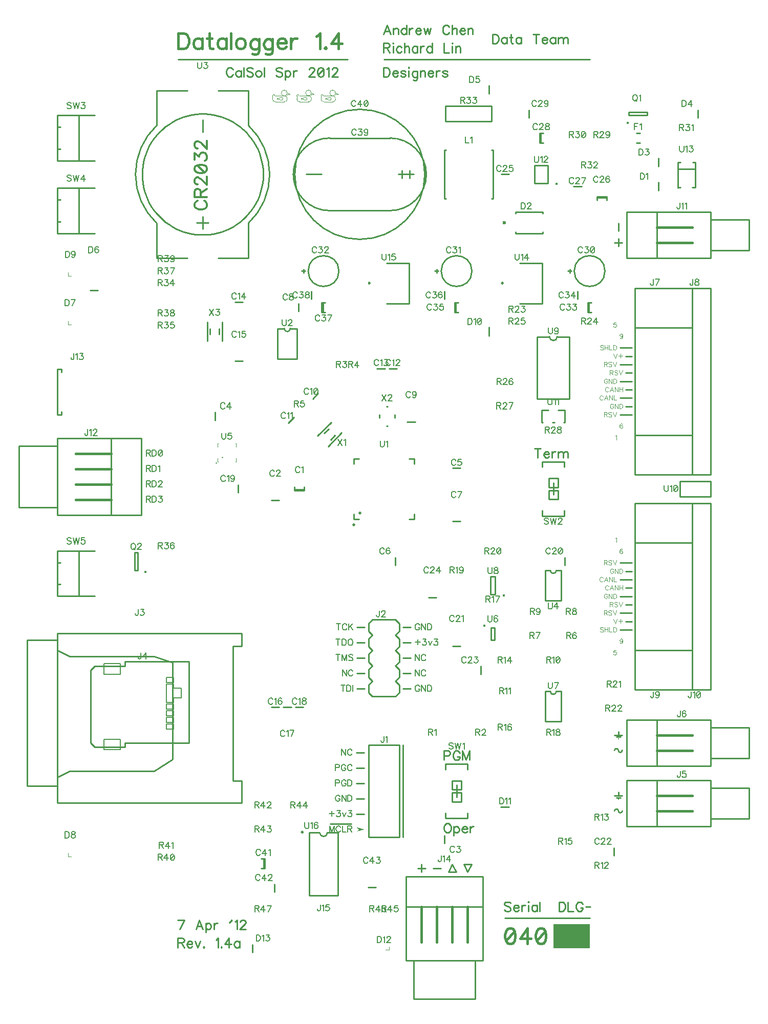
<source format=gbr>
G04 DipTrace 2.2.0.9*
%INTopSilk.gbr*%
%MOIN*%
%ADD10C,0.0098*%
%ADD13C,0.0157*%
%ADD15C,0.0197*%
%ADD23C,0.0236*%
%ADD36C,0.0049*%
%ADD47C,0.0059*%
%ADD52C,0.015*%
%ADD68C,0.0154*%
%ADD79C,0.0039*%
%ADD221C,0.0062*%
%ADD222C,0.0093*%
%ADD223C,0.0046*%
%ADD224C,0.0124*%
%FSLAX44Y44*%
%SFA1B1*%
%OFA0B0*%
G04*
G70*
G90*
G75*
G01*
%LNTopSilk*%
%LPD*%
X20000Y34602D2*
D10*
X19370D1*
X20000Y34528D2*
X19370D1*
X20000D2*
Y34763D1*
X19370Y34528D2*
Y34763D1*
X18366Y33898D2*
X17855D1*
X29134Y11555D2*
Y12067D1*
X14213Y39114D2*
Y39626D1*
X29666Y35984D2*
X30177D1*
X25945Y30177D2*
Y29666D1*
X30177Y32520D2*
X29666D1*
X19646Y46712D2*
Y46201D1*
X27224Y39016D2*
X26713D1*
X20550Y40506D2*
X20912Y40867D1*
X18975Y38931D2*
X19337Y39292D1*
X25532Y42480D2*
X26043D1*
X24744D2*
X25256D1*
X15492Y46811D2*
X16004D1*
Y42953D2*
X15492D1*
X17855Y20433D2*
X18366D1*
X18642D2*
X19153D1*
X19429D2*
X19941D1*
X15709Y34901D2*
Y34390D1*
X36969Y30177D2*
Y29666D1*
X30177Y24409D2*
X29666D1*
X40158Y11279D2*
Y10768D1*
X31496Y23090D2*
Y22579D1*
X28602Y27559D2*
X28091D1*
X32815Y55118D2*
X33327D1*
X39055Y53587D2*
X39685D1*
X39055Y53661D2*
X39685D1*
X39055D2*
Y53426D1*
X39685Y53661D2*
Y53426D1*
X37540Y54331D2*
X38051D1*
X35390Y57166D2*
Y57795D1*
X35315Y57166D2*
Y57795D1*
Y57166D2*
X35551D1*
X35315Y57795D2*
X35551D1*
X34646Y58799D2*
Y59311D1*
X37284Y48701D2*
Y48937D1*
X37166Y48819D2*
X37402D1*
X37583D2*
G02X37583Y48819I1000J0D01*
G01*
X28622Y48701D2*
Y48937D1*
X28504Y48819D2*
X28740D1*
X28922D2*
G02X28922Y48819I1000J0D01*
G01*
X19961Y48701D2*
Y48937D1*
X19843Y48819D2*
X20079D1*
X20260D2*
G02X20260Y48819I1000J0D01*
G01*
X38539Y46142D2*
Y46771D1*
X38465Y46142D2*
Y46771D1*
Y46142D2*
X38700D1*
X38465Y46771D2*
X38700D1*
X37795Y46988D2*
Y47500D1*
X29878Y46142D2*
Y46771D1*
X29804Y46142D2*
Y46771D1*
Y46142D2*
X30039D1*
X29804Y46771D2*
X30039D1*
X29134Y46988D2*
Y47500D1*
X21217Y46142D2*
Y46771D1*
X21142Y46142D2*
Y46771D1*
Y46142D2*
X21378D1*
X21142Y46771D2*
X21378D1*
X20472Y46988D2*
Y47500D1*
X25591Y52756D2*
X21653D1*
X25591Y57480D2*
X21653D1*
X25591Y52756D2*
G03X25591Y57480I0J2362D01*
G01*
X21653Y52756D2*
G02X21653Y57480I0J2362D01*
G01*
X27122Y55118D2*
X26622D1*
X26872Y54868D2*
Y55368D1*
X20622Y55118D2*
X20122D1*
X19390D2*
G02X19390Y55118I4232J0D01*
G01*
X26122D2*
X26622D1*
X26372Y54868D2*
Y55368D1*
X21122Y55118D2*
X20622D1*
X17366Y10551D2*
Y9922D1*
X17441Y10551D2*
Y9922D1*
Y10551D2*
X17205D1*
X17441Y9922D2*
X17205D1*
X18071Y8917D2*
Y8406D1*
X24665Y8701D2*
X24154D1*
X43071Y54055D2*
Y54606D1*
X33760Y52677D2*
X35532D1*
X33760Y51260D2*
X35532D1*
Y52677D2*
Y52579D1*
X33760Y52677D2*
Y52579D1*
X35532Y51358D2*
Y51260D1*
X33760Y51358D2*
Y51260D1*
D23*
X33041Y51969D3*
X43071Y55630D2*
D10*
Y56181D1*
X45630Y59311D2*
Y58799D1*
X32047Y60354D2*
Y60906D1*
X6049Y47569D2*
X6549D1*
X4626Y45571D2*
D36*
Y45344D1*
X4823D1*
X4626Y10925D2*
Y10699D1*
X4823D1*
X4626Y48721D2*
Y48494D1*
X4823D1*
X32047Y44606D2*
D10*
Y45157D1*
X33346Y13937D2*
X32795D1*
X25295Y4626D2*
D36*
X25522D1*
Y4823D1*
X16634Y4980D2*
D10*
Y4469D1*
X41850Y57795D2*
X41615D1*
X41850Y57166D2*
X41615D1*
X24197Y17961D2*
X26197D1*
Y11961D1*
X24197D1*
Y17961D1*
X26447Y11961D2*
Y17961D1*
G36*
X23447Y12336D2*
X23572Y12460D1*
X23447Y12586D1*
X23947Y12460D1*
X23447Y12336D1*
G37*
X23893Y13461D2*
D10*
X23393D1*
X23893Y14461D2*
X23393D1*
X23893Y15460D2*
X23393D1*
X23893Y16461D2*
X23393D1*
X23893Y17461D2*
X23393D1*
X23072Y12835D2*
X21697D1*
X24447Y26122D2*
X24197Y25872D1*
Y25372D1*
X24447Y25122D1*
D2*
X24197Y24872D1*
Y24372D1*
X24447Y24122D1*
D2*
X24197Y23872D1*
Y23372D1*
X24447Y23122D1*
D2*
X24197Y22872D1*
Y22372D1*
X24447Y22122D1*
D2*
X24197Y21872D1*
Y21372D1*
X24447Y21122D1*
X25947D2*
X26197Y21372D1*
Y21872D1*
X25947Y22122D1*
D2*
X26197Y22372D1*
Y22872D1*
X25947Y23122D1*
D2*
X26197Y23372D1*
Y23872D1*
X25947Y24122D1*
D2*
X26197Y24372D1*
Y24872D1*
X25947Y25122D1*
D2*
X26197Y25372D1*
Y25872D1*
X25947Y26122D1*
X24447D2*
X25947D1*
X24447Y21122D2*
X25947D1*
X26447Y25622D2*
X26947D1*
X26447Y24622D2*
X26947D1*
X26447Y23622D2*
X26947D1*
X26447Y22622D2*
X26947D1*
X26447Y21622D2*
X26947D1*
X23947Y25622D2*
X23447D1*
X23947Y24622D2*
X23447D1*
X23947Y23622D2*
X23447D1*
X23947Y22622D2*
X23447D1*
X23947Y21622D2*
X23447D1*
X15945Y25236D2*
Y24409D1*
X15355D1*
Y15650D1*
X15945D1*
Y14213D1*
X3937D1*
Y25236D1*
X15945D1*
X15460Y25410D2*
X3937Y24134D2*
X4725Y23740D1*
X10236D1*
X11418Y23347D1*
Y17047D1*
X10236Y16259D1*
X4725D1*
X3937Y15866D1*
Y24803D2*
X1969D1*
Y15295D1*
X3937D1*
X11496Y20748D2*
D47*
X11023D1*
Y21929D1*
X11496D1*
Y21654D1*
X11988D1*
Y21024D1*
X11496D1*
Y20748D1*
X11023Y22362D2*
X11496D1*
Y22047D1*
X11023D1*
Y22362D1*
Y20630D2*
X11496D1*
Y20315D1*
X11023D1*
Y20630D1*
Y20197D2*
X11496D1*
Y19882D1*
X11023D1*
Y20197D1*
Y19764D2*
X11496D1*
Y19449D1*
X11023D1*
Y19764D1*
Y19331D2*
X11496D1*
Y19016D1*
X11023D1*
Y19331D1*
X6968Y18346D2*
X8032D1*
Y17677D1*
X6968D1*
Y18346D1*
Y23268D2*
X8032D1*
Y22559D1*
X6968D1*
Y23268D1*
X12481Y23386D2*
D10*
Y18110D1*
X8346D2*
X12481D1*
X8346Y23386D2*
X12481D1*
X8346D2*
Y23110D1*
X6378D1*
X8346Y18110D2*
Y17835D1*
X6378D1*
X6102Y22834D2*
Y18110D1*
Y22834D2*
X6378Y23110D1*
X6102Y18110D2*
X6378Y17835D1*
X42957Y15673D2*
Y12673D1*
X46457Y15673D2*
Y12673D1*
Y15673D2*
X41006D1*
Y12673D2*
X46457D1*
X41006Y15673D2*
Y12673D1*
X42957Y14673D2*
D52*
X45256D1*
X40457Y14913D2*
D10*
Y14673D1*
X40207D2*
X40706D1*
X42957Y13673D2*
D52*
X45256D1*
X46457Y15173D2*
D10*
X48957D1*
Y13173D1*
X46457D1*
Y15173D1*
X40332Y14548D2*
X40582D1*
X40457Y14423D2*
D3*
X40207Y13673D2*
G02X40457Y13673I125J0D01*
G01*
G03X40706Y13673I125J0D01*
G01*
X42957Y19610D2*
Y16610D1*
X46457Y19610D2*
Y16610D1*
Y19610D2*
X41006D1*
Y16610D2*
X46457D1*
X41006Y19610D2*
Y16610D1*
X42957Y18610D2*
D52*
X45256D1*
X40457Y18850D2*
D10*
Y18610D1*
X40207D2*
X40706D1*
X42957Y17610D2*
D52*
X45256D1*
X46457Y19110D2*
D10*
X48957D1*
Y17110D1*
X46457D1*
Y19110D1*
X40332Y18485D2*
X40582D1*
X40457Y18360D2*
D3*
X40207Y17610D2*
G02X40457Y17610I125J0D01*
G01*
G03X40706Y17610I125J0D01*
G01*
X41535Y47709D2*
X46457D1*
Y35583D1*
X41535D1*
Y47709D1*
X41338Y42191D2*
X40945D1*
X41338Y41646D2*
X40551D1*
X41338Y41100D2*
X40945D1*
X41338Y40010D2*
X40945D1*
X41338Y43281D2*
X40945D1*
X41338Y40556D2*
X40551D1*
X41338Y39464D2*
X40551D1*
X41338Y42736D2*
X40551D1*
X41338Y43827D2*
X40551D1*
X45276Y47709D2*
Y35583D1*
X41535Y38141D2*
X45276D1*
X41535Y45150D2*
X45276D1*
X44921Y47709D2*
X46457D1*
Y35583D1*
X44921D1*
X41535Y33709D2*
X46457D1*
Y21583D1*
X41535D1*
Y33709D1*
X41338Y28191D2*
X40945D1*
X41338Y27646D2*
X40551D1*
X41338Y27100D2*
X40945D1*
X41338Y26010D2*
X40945D1*
X41338Y29281D2*
X40945D1*
X41338Y26556D2*
X40551D1*
X41338Y25464D2*
X40551D1*
X41338Y28736D2*
X40551D1*
X41338Y29827D2*
X40551D1*
X45276Y33709D2*
Y21583D1*
X41535Y24141D2*
X45276D1*
X41535Y31150D2*
X45276D1*
X44921Y33709D2*
X46457D1*
Y21583D1*
X44921D1*
X42957Y52681D2*
Y49681D1*
X46457Y52681D2*
Y49681D1*
Y52681D2*
X41006D1*
Y49681D2*
X46457D1*
X41006Y52681D2*
Y49681D1*
X42957Y51681D2*
D52*
X45256D1*
X40457Y51921D2*
D10*
Y51441D1*
X42957Y50681D2*
D52*
X45256D1*
X48957Y52181D2*
D10*
X46457D1*
Y50181D1*
X48957D1*
Y52181D1*
X40457Y50931D2*
Y50431D1*
X40706Y50681D2*
X40207D1*
X7437Y32933D2*
Y37933D1*
X3937Y32933D2*
Y37933D1*
Y32933D2*
X9387D1*
Y37933D2*
X3937D1*
X9387Y32933D2*
Y37933D1*
X7437Y33933D2*
D52*
X5137D1*
X7437Y34933D2*
X5137D1*
X7437Y35933D2*
X5137D1*
X7437Y36933D2*
X5137D1*
X1437Y37433D2*
D10*
X3937D1*
Y33433D1*
X1437D1*
Y37433D1*
X4213Y42421D2*
X3937D1*
Y39468D1*
X4213D1*
Y42421D2*
Y42224D1*
Y39468D2*
Y39665D1*
X31634Y7437D2*
X26634D1*
X31634Y3937D2*
X26634D1*
X31634D2*
Y9387D1*
X26634D2*
Y3937D1*
X31634Y9387D2*
X26634D1*
X30634Y7437D2*
D52*
Y5137D1*
X29634Y7437D2*
Y5137D1*
X28634Y7437D2*
Y5137D1*
X27634Y7437D2*
Y5137D1*
X31134Y1437D2*
D10*
X27134D1*
Y3937D1*
X31134D1*
Y1437D1*
X30884Y10187D2*
X30384D1*
X30634Y9687D1*
X30884Y10187D1*
X29884Y9687D2*
X29384D1*
X29634Y10187D1*
X29884Y9687D1*
X28884Y9937D2*
X28384D1*
X27884D2*
X27384D1*
X27634Y9687D2*
Y10187D1*
X32185Y56693D2*
X32283D1*
Y53543D1*
X32185D1*
X29232D2*
X29134D1*
Y56693D1*
X29232D1*
D68*
X41050Y58455D3*
X41142Y58957D2*
D10*
X42323D1*
Y59154D1*
X41142D1*
Y58957D1*
D68*
X9655Y29239D3*
X9154Y29331D2*
D10*
Y30512D1*
X8957D1*
Y29331D1*
X9154D1*
X29208Y59555D2*
X32209D1*
Y58555D2*
Y59555D1*
X29208Y58555D2*
X32209D1*
X29208D2*
Y59555D1*
X29213Y13543D2*
Y13189D1*
X30630D1*
Y13543D1*
Y16378D2*
Y16732D1*
X29213D1*
Y16378D1*
X29921Y14567D2*
Y15354D1*
X29626Y14272D2*
X30216D1*
Y14862D1*
X29626D1*
Y14272D1*
Y15059D2*
X30217D1*
Y15649D1*
X29626D1*
Y15059D1*
X36929Y36063D2*
Y36417D1*
X35512D1*
Y36063D1*
Y33228D2*
Y32874D1*
X36929D1*
Y33228D1*
X36220Y35039D2*
Y34252D1*
X36516Y35334D2*
X35925D1*
Y34744D1*
X36516D1*
Y35334D1*
Y34547D2*
X35925D1*
Y33957D1*
X36516D1*
Y34547D1*
X6378Y56004D2*
X3937D1*
Y58957D1*
X6378D1*
X5315Y56004D2*
Y58957D1*
X3937Y56771D2*
X4134D1*
X3937Y58189D2*
X4134D1*
X6378Y51280D2*
X3937D1*
Y54232D1*
X6378D1*
X5315Y51280D2*
Y54232D1*
X3937Y52047D2*
X4134D1*
X3937Y53465D2*
X4134D1*
X6378Y27658D2*
X3937D1*
Y30610D1*
X6378D1*
X5315Y27658D2*
Y30610D1*
X3937Y28425D2*
X4134D1*
X3937Y29843D2*
X4134D1*
X23563Y32677D2*
X23228D1*
Y33012D1*
Y36280D2*
Y36614D1*
X23563D1*
X26831Y32677D2*
X27165D1*
Y33012D1*
Y36280D2*
Y36614D1*
X26831D1*
X23622Y33071D2*
D15*
G02X23622Y33071I0J0D01*
G01*
X23228Y32284D2*
G02X23228Y32284I0J0D01*
G01*
X18268Y45079D2*
D10*
Y43110D1*
X19527Y45079D2*
Y43110D1*
X18268D2*
X19527D1*
X18268Y45079D2*
X18701D1*
X19095D2*
X19527D1*
X18701D2*
G03X19095Y45079I197J0D01*
G01*
X9448Y55118D2*
X9458Y55393D1*
X9487Y55666D1*
X9534Y55937D1*
X9601Y56203D1*
X9686Y56464D1*
X9789Y56719D1*
X9909Y56966D1*
X10047Y57204D1*
X10200Y57432D1*
X10370Y57648D1*
X10554Y57853D1*
X10751Y58043D1*
X10962Y58220D1*
X11184Y58382D1*
X11417Y58527D1*
X11660Y58656D1*
X11911Y58768D1*
X12169Y58862D1*
X12433Y58938D1*
X12702Y58995D1*
X12974Y59033D1*
X13248Y59052D1*
X13523D1*
X13797Y59033D1*
X14070Y58995D1*
X14338Y58938D1*
X14603Y58862D1*
X14861Y58768D1*
X15112Y58656D1*
X15355Y58527D1*
X15588Y58382D1*
X15810Y58220D1*
X16020Y58043D1*
X16218Y57853D1*
X16402Y57648D1*
X16571Y57432D1*
X16725Y57204D1*
X16862Y56966D1*
X16983Y56719D1*
X17086Y56464D1*
X17171Y56203D1*
X17237Y55937D1*
X17285Y55666D1*
X17314Y55393D1*
X17323Y55118D1*
X17314Y54844D1*
X17285Y54570D1*
X17237Y54300D1*
X17171Y54033D1*
X17086Y53772D1*
X16983Y53517D1*
X16862Y53270D1*
X16725Y53032D1*
X16571Y52804D1*
X16402Y52588D1*
X16218Y52384D1*
X16020Y52193D1*
X15810Y52016D1*
X15588Y51855D1*
X15355Y51709D1*
X15112Y51580D1*
X14861Y51468D1*
X14603Y51374D1*
X14338Y51299D1*
X14070Y51241D1*
X13797Y51203D1*
X13523Y51184D1*
X13248D1*
X12974Y51203D1*
X12702Y51241D1*
X12433Y51299D1*
X12169Y51374D1*
X11911Y51468D1*
X11660Y51580D1*
X11417Y51709D1*
X11184Y51855D1*
X10962Y52016D1*
X10751Y52193D1*
X10554Y52384D1*
X10370Y52588D1*
X10200Y52804D1*
X10047Y53032D1*
X9909Y53270D1*
X9789Y53517D1*
X9686Y53772D1*
X9601Y54033D1*
X9534Y54300D1*
X9487Y54570D1*
X9458Y54844D1*
X9448Y55118D1*
X10402Y51933D2*
G02X10402Y58303I2978J3185D01*
G01*
X16370D2*
G02X16370Y51933I-2978J-3185D01*
G01*
X12389Y49665D2*
X10402D1*
Y51933D1*
X14382Y60571D2*
X16370D1*
Y58327D1*
Y51933D2*
Y49665D1*
X14382D1*
X10402Y58303D2*
Y60571D1*
X12389D1*
X13386Y57873D2*
Y58661D1*
Y51575D2*
Y52363D1*
X12992Y51968D2*
X13780D1*
X35709Y29331D2*
Y27362D1*
X36732Y29331D2*
Y27362D1*
X35709D2*
X36732D1*
X36023Y29331D2*
X35709D1*
X36417D2*
X36732D1*
X36023D2*
G03X36417Y29331I197J0D01*
G01*
X14370Y36644D2*
D79*
Y36417D1*
X14400D1*
X15551Y36644D2*
Y36417D1*
X15522D1*
X15551Y37372D2*
Y37598D1*
X15522D1*
X14370Y37372D2*
Y37598D1*
X14400D1*
X14665Y36713D2*
D10*
G02X14665Y36713I0J0D01*
G01*
X14272Y36319D2*
G02X14272Y36319I0J0D01*
G01*
D68*
X31743Y25722D3*
X32165Y25591D2*
D10*
Y24803D1*
X32402D1*
Y25591D1*
X32165D1*
X35709Y21457D2*
Y19488D1*
X36732Y21457D2*
Y19488D1*
X35709D2*
X36732D1*
X36023Y21457D2*
X35709D1*
X36417D2*
X36732D1*
X36023D2*
G03X36417Y21457I197J0D01*
G01*
D68*
X32982Y27703D3*
X32441Y27756D2*
D10*
Y28937D1*
X32126Y27756D2*
Y28937D1*
X32441D2*
X32126D1*
X32441Y27756D2*
X32126D1*
X35969Y44547D2*
G03X36472Y44547I251J0D01*
G01*
X35176D2*
X35969D1*
X36472D2*
X37265D1*
X35176Y40492D2*
X37265D1*
X35176Y44547D2*
Y40492D1*
X37265Y44547D2*
Y40492D1*
X46457Y34146D2*
Y35146D1*
X44457Y34146D2*
X46457D1*
X44457D2*
Y35146D1*
X46457D1*
X36283Y38951D2*
X36158D1*
X35533D2*
X35470D1*
X36908D2*
X36970D1*
X35470D2*
Y39764D1*
X35908D1*
X36533D2*
X36970D1*
Y39014D1*
Y38951D1*
X35866Y54528D2*
Y55709D1*
X35000Y54528D2*
Y55709D1*
X35866D2*
X35000D1*
D13*
X36417Y54488D3*
X35866Y54528D2*
D10*
X35000D1*
X44322Y54248D2*
Y55888D1*
X45452Y54258D2*
Y55898D1*
X45442Y54258D2*
X45272D1*
X44322D2*
X44502D1*
X44322Y55888D2*
X44492D1*
X45442Y55908D2*
X45302D1*
X45442Y55458D2*
X44352D1*
X32903Y48082D2*
G02X32903Y48082I0J-51D01*
G01*
X35482Y49350D2*
X34025D1*
X35482Y46713D2*
Y49350D1*
Y46713D2*
X34025D1*
X24242Y48082D2*
G02X24242Y48082I0J-51D01*
G01*
X26821Y49350D2*
X25364D1*
X26821Y46713D2*
Y49350D1*
Y46713D2*
X25364D1*
X19931Y12287D2*
G02X19931Y12287I-59J0D01*
G01*
X21009Y12258D2*
G03X21511Y12258I251J1D01*
G01*
X20316D2*
X21009D1*
X21511D2*
X22204D1*
X20316Y8183D2*
X22204D1*
X20316D2*
Y12258D1*
X22204Y8183D2*
Y12258D1*
X18707Y59843D2*
D36*
G03X18898Y60033I24J167D01*
G01*
G03X18707Y60224I-167J24D01*
G01*
X18135D1*
X18707Y59843D2*
X18135D1*
X18517Y60414D2*
G02X18517Y60414I191J0D01*
G01*
X18135Y59843D2*
G02X17945Y60033I-24J167D01*
G01*
Y60224D1*
X18135D2*
G02X18040Y60319I-12J84D01*
G01*
G03X17945Y60224I-12J-83D01*
G01*
X18802Y60463D2*
Y60464D1*
Y60463D1*
Y60462D1*
Y60463D1*
X18898Y60414D2*
G03X19088Y60319I215J193D01*
G01*
G02X18874Y60295I-179J632D01*
G01*
X18517Y59938D2*
G02X18231Y60033I12J513D01*
G01*
X18517Y60128D2*
G03X18231Y60033I12J-511D01*
G01*
X18612D2*
G03X18517Y60128I-83J12D01*
G01*
X18612Y60033D2*
G02X18517Y59938I-83J-12D01*
G01*
X20282Y59843D2*
G03X20473Y60033I24J167D01*
G01*
G03X20282Y60224I-167J24D01*
G01*
X19710D1*
X20282Y59843D2*
X19710D1*
X20091Y60414D2*
G02X20091Y60414I191J0D01*
G01*
X19710Y59843D2*
G02X19520Y60033I-24J167D01*
G01*
Y60224D1*
X19710D2*
G02X19615Y60319I-12J84D01*
G01*
G03X19520Y60224I-12J-83D01*
G01*
X20377Y60463D2*
Y60464D1*
Y60463D1*
Y60462D1*
Y60463D1*
X20473Y60414D2*
G03X20663Y60319I215J193D01*
G01*
G02X20449Y60295I-179J632D01*
G01*
X20091Y59938D2*
G02X19805Y60033I12J513D01*
G01*
X20091Y60128D2*
G03X19805Y60033I12J-511D01*
G01*
X20187D2*
G03X20091Y60128I-83J12D01*
G01*
X20187Y60033D2*
G02X20091Y59938I-83J-12D01*
G01*
X21857Y59843D2*
G03X22047Y60033I24J167D01*
G01*
G03X21857Y60224I-167J24D01*
G01*
X21285D1*
X21857Y59843D2*
X21285D1*
X21666Y60414D2*
G02X21666Y60414I191J0D01*
G01*
X21285Y59843D2*
G02X21094Y60033I-24J167D01*
G01*
Y60224D1*
X21285D2*
G02X21190Y60319I-12J84D01*
G01*
G03X21094Y60224I-12J-83D01*
G01*
X21952Y60463D2*
Y60464D1*
Y60463D1*
Y60462D1*
Y60463D1*
X22047Y60414D2*
G03X22238Y60319I215J193D01*
G01*
G02X22024Y60295I-179J632D01*
G01*
X21666Y59938D2*
G02X21380Y60033I12J513D01*
G01*
X21666Y60128D2*
G03X21380Y60033I12J-511D01*
G01*
X21761D2*
G03X21666Y60128I-83J12D01*
G01*
X21761Y60033D2*
G02X21666Y59938I-83J-12D01*
G01*
X22447Y38286D2*
D10*
X21556Y37396D1*
X21751Y38982D2*
X20860Y38092D1*
X22001Y38119D2*
X21723Y37841D1*
X21584Y38537D2*
X21306Y38259D1*
X25354Y38740D2*
X25433D1*
X25354Y40000D2*
X25433D1*
X24902Y39272D2*
Y39468D1*
X25886Y39272D2*
Y39468D1*
X14665Y45512D2*
Y44252D1*
X13681Y45512D2*
Y44252D1*
X14469Y45079D2*
Y44685D1*
X13878Y45079D2*
Y44685D1*
G36*
X36220Y6299D2*
X38583D1*
Y4724D1*
X36220D1*
Y6299D1*
G37*
X11811Y62598D2*
D10*
X22835D1*
X33071Y6693D2*
X38583D1*
X25197Y62598D2*
X38583D1*
X19719Y36002D2*
D221*
X19700Y36040D1*
D2*
X19661Y36079D1*
D2*
X19623Y36098D1*
D2*
X19547D1*
D2*
X19508Y36079D1*
D2*
X19470Y36040D1*
D2*
X19451Y36002D1*
D2*
X19432Y35945D1*
D2*
Y35849D1*
D2*
X19451Y35792D1*
D2*
X19470Y35753D1*
D2*
X19508Y35715D1*
D2*
X19547Y35696D1*
D2*
X19623D1*
D2*
X19661Y35715D1*
D2*
X19700Y35753D1*
D2*
X19719Y35792D1*
X19842Y36021D2*
X19881Y36040D1*
D2*
X19938Y36097D1*
D2*
Y35696D1*
X18058Y35766D2*
X18039Y35804D1*
D2*
X18001Y35842D1*
D2*
X17962Y35861D1*
D2*
X17886D1*
D2*
X17848Y35842D1*
D2*
X17809Y35804D1*
D2*
X17790Y35766D1*
D2*
X17771Y35708D1*
D2*
Y35612D1*
D2*
X17790Y35555D1*
D2*
X17809Y35517D1*
D2*
X17848Y35479D1*
D2*
X17886Y35459D1*
D2*
X17962D1*
D2*
X18001Y35479D1*
D2*
X18039Y35517D1*
D2*
X18058Y35555D1*
X18201Y35765D2*
Y35784D1*
D2*
X18220Y35823D1*
D2*
X18239Y35842D1*
D2*
X18277Y35861D1*
D2*
X18354D1*
D2*
X18392Y35842D1*
D2*
X18411Y35823D1*
D2*
X18430Y35784D1*
D2*
Y35746D1*
D2*
X18411Y35708D1*
D2*
X18373Y35651D1*
D2*
X18181Y35459D1*
D2*
X18449D1*
X29790Y11285D2*
X29771Y11323D1*
D2*
X29733Y11361D1*
D2*
X29695Y11380D1*
D2*
X29618D1*
D2*
X29580Y11361D1*
D2*
X29542Y11323D1*
D2*
X29522Y11285D1*
D2*
X29503Y11227D1*
D2*
Y11131D1*
D2*
X29522Y11074D1*
D2*
X29542Y11036D1*
D2*
X29580Y10998D1*
D2*
X29618Y10978D1*
D2*
X29695D1*
D2*
X29733Y10998D1*
D2*
X29771Y11036D1*
D2*
X29790Y11074D1*
X29952Y11380D2*
X30162D1*
D2*
X30048Y11227D1*
D2*
X30105D1*
D2*
X30143Y11208D1*
D2*
X30162Y11189D1*
D2*
X30182Y11131D1*
D2*
Y11093D1*
D2*
X30162Y11036D1*
D2*
X30124Y10997D1*
D2*
X30067Y10978D1*
D2*
X30009D1*
D2*
X29952Y10997D1*
D2*
X29933Y11017D1*
D2*
X29914Y11055D1*
X14840Y40156D2*
X14821Y40194D1*
D2*
X14782Y40232D1*
D2*
X14744Y40251D1*
D2*
X14668D1*
D2*
X14629Y40232D1*
D2*
X14591Y40194D1*
D2*
X14572Y40156D1*
D2*
X14553Y40098D1*
D2*
Y40002D1*
D2*
X14572Y39945D1*
D2*
X14591Y39907D1*
D2*
X14629Y39869D1*
D2*
X14668Y39849D1*
D2*
X14744D1*
D2*
X14782Y39869D1*
D2*
X14821Y39907D1*
D2*
X14840Y39945D1*
X15155Y39849D2*
Y40251D1*
D2*
X14963Y39983D1*
D2*
X15250D1*
X29869Y36475D2*
X29850Y36513D1*
D2*
X29812Y36551D1*
D2*
X29774Y36570D1*
D2*
X29697D1*
D2*
X29659Y36551D1*
D2*
X29621Y36513D1*
D2*
X29601Y36475D1*
D2*
X29582Y36417D1*
D2*
Y36321D1*
D2*
X29601Y36264D1*
D2*
X29621Y36226D1*
D2*
X29659Y36188D1*
D2*
X29697Y36168D1*
D2*
X29774D1*
D2*
X29812Y36188D1*
D2*
X29850Y36226D1*
D2*
X29869Y36264D1*
X30222Y36570D2*
X30031D1*
D2*
X30012Y36398D1*
D2*
X30031Y36417D1*
D2*
X30088Y36436D1*
D2*
X30146D1*
D2*
X30203Y36417D1*
D2*
X30241Y36379D1*
D2*
X30260Y36321D1*
D2*
Y36283D1*
D2*
X30241Y36226D1*
D2*
X30203Y36187D1*
D2*
X30146Y36168D1*
D2*
X30088D1*
D2*
X30031Y36187D1*
D2*
X30012Y36207D1*
D2*
X29993Y36245D1*
X25213Y30707D2*
X25194Y30745D1*
D2*
X25156Y30783D1*
D2*
X25118Y30802D1*
D2*
X25041D1*
D2*
X25003Y30783D1*
D2*
X24965Y30745D1*
D2*
X24945Y30707D1*
D2*
X24926Y30649D1*
D2*
Y30553D1*
D2*
X24945Y30496D1*
D2*
X24965Y30458D1*
D2*
X25003Y30420D1*
D2*
X25041Y30400D1*
D2*
X25118D1*
D2*
X25156Y30420D1*
D2*
X25194Y30458D1*
D2*
X25213Y30496D1*
X25566Y30745D2*
X25547Y30783D1*
D2*
X25490Y30802D1*
D2*
X25452D1*
D2*
X25394Y30783D1*
D2*
X25356Y30725D1*
D2*
X25337Y30630D1*
D2*
Y30534D1*
D2*
X25356Y30458D1*
D2*
X25394Y30419D1*
D2*
X25452Y30400D1*
D2*
X25471D1*
D2*
X25528Y30419D1*
D2*
X25566Y30458D1*
D2*
X25585Y30515D1*
D2*
Y30534D1*
D2*
X25566Y30592D1*
D2*
X25528Y30630D1*
D2*
X25471Y30649D1*
D2*
X25452D1*
D2*
X25394Y30630D1*
D2*
X25356Y30592D1*
D2*
X25337Y30534D1*
X29869Y34388D2*
X29850Y34426D1*
D2*
X29812Y34464D1*
D2*
X29774Y34483D1*
D2*
X29697D1*
D2*
X29659Y34464D1*
D2*
X29621Y34426D1*
D2*
X29601Y34388D1*
D2*
X29582Y34330D1*
D2*
Y34234D1*
D2*
X29601Y34177D1*
D2*
X29621Y34139D1*
D2*
X29659Y34101D1*
D2*
X29697Y34082D1*
D2*
X29774D1*
D2*
X29812Y34101D1*
D2*
X29850Y34139D1*
D2*
X29869Y34177D1*
X30069Y34082D2*
X30260Y34483D1*
D2*
X29993D1*
X18905Y47242D2*
X18886Y47280D1*
D2*
X18847Y47319D1*
D2*
X18809Y47338D1*
D2*
X18733D1*
D2*
X18694Y47319D1*
D2*
X18656Y47280D1*
D2*
X18637Y47242D1*
D2*
X18618Y47185D1*
D2*
Y47089D1*
D2*
X18637Y47032D1*
D2*
X18656Y46993D1*
D2*
X18694Y46955D1*
D2*
X18733Y46936D1*
D2*
X18809D1*
D2*
X18847Y46955D1*
D2*
X18886Y46993D1*
D2*
X18905Y47032D1*
X19124Y47337D2*
X19067Y47318D1*
D2*
X19047Y47280D1*
D2*
Y47242D1*
D2*
X19067Y47204D1*
D2*
X19105Y47184D1*
D2*
X19181Y47165D1*
D2*
X19239Y47146D1*
D2*
X19277Y47108D1*
D2*
X19296Y47070D1*
D2*
Y47012D1*
D2*
X19277Y46974D1*
D2*
X19258Y46955D1*
D2*
X19200Y46936D1*
D2*
X19124D1*
D2*
X19067Y46955D1*
D2*
X19047Y46974D1*
D2*
X19028Y47012D1*
D2*
Y47070D1*
D2*
X19047Y47108D1*
D2*
X19086Y47146D1*
D2*
X19143Y47165D1*
D2*
X19219Y47184D1*
D2*
X19258Y47204D1*
D2*
X19277Y47242D1*
D2*
Y47280D1*
D2*
X19258Y47318D1*
D2*
X19200Y47337D1*
D2*
X19124D1*
X26926Y40884D2*
X26907Y40922D1*
D2*
X26868Y40960D1*
D2*
X26830Y40979D1*
D2*
X26754D1*
D2*
X26715Y40960D1*
D2*
X26677Y40922D1*
D2*
X26658Y40884D1*
D2*
X26639Y40826D1*
D2*
Y40731D1*
D2*
X26658Y40674D1*
D2*
X26677Y40635D1*
D2*
X26715Y40597D1*
D2*
X26754Y40578D1*
D2*
X26830D1*
D2*
X26868Y40597D1*
D2*
X26907Y40635D1*
D2*
X26926Y40674D1*
X27298Y40846D2*
X27279Y40788D1*
D2*
X27241Y40750D1*
D2*
X27183Y40731D1*
D2*
X27164D1*
D2*
X27107Y40750D1*
D2*
X27069Y40788D1*
D2*
X27049Y40846D1*
D2*
Y40865D1*
D2*
X27069Y40922D1*
D2*
X27107Y40960D1*
D2*
X27164Y40979D1*
D2*
X27183D1*
D2*
X27241Y40960D1*
D2*
X27279Y40922D1*
D2*
X27298Y40846D1*
D2*
Y40750D1*
D2*
X27279Y40654D1*
D2*
X27241Y40597D1*
D2*
X27183Y40578D1*
D2*
X27145D1*
D2*
X27088Y40597D1*
D2*
X27069Y40635D1*
X20283Y41102D2*
X20264Y41140D1*
D2*
X20225Y41179D1*
D2*
X20187Y41198D1*
D2*
X20111D1*
D2*
X20072Y41179D1*
D2*
X20034Y41140D1*
D2*
X20015Y41102D1*
D2*
X19996Y41045D1*
D2*
Y40949D1*
D2*
X20015Y40892D1*
D2*
X20034Y40853D1*
D2*
X20072Y40815D1*
D2*
X20111Y40796D1*
D2*
X20187D1*
D2*
X20225Y40815D1*
D2*
X20264Y40853D1*
D2*
X20283Y40892D1*
X20406Y41121D2*
X20445Y41140D1*
D2*
X20502Y41197D1*
D2*
Y40796D1*
X20741Y41197D2*
X20683Y41178D1*
D2*
X20645Y41121D1*
D2*
X20626Y41025D1*
D2*
Y40968D1*
D2*
X20645Y40872D1*
D2*
X20683Y40815D1*
D2*
X20741Y40796D1*
D2*
X20779D1*
D2*
X20836Y40815D1*
D2*
X20874Y40872D1*
D2*
X20894Y40968D1*
D2*
Y41025D1*
D2*
X20874Y41121D1*
D2*
X20836Y41178D1*
D2*
X20779Y41197D1*
D2*
X20741D1*
X20874Y41121D2*
X20645Y40872D1*
X18794Y39527D2*
X18775Y39565D1*
D2*
X18736Y39604D1*
D2*
X18698Y39623D1*
D2*
X18622D1*
D2*
X18583Y39604D1*
D2*
X18545Y39565D1*
D2*
X18526Y39527D1*
D2*
X18507Y39470D1*
D2*
Y39374D1*
D2*
X18526Y39317D1*
D2*
X18545Y39278D1*
D2*
X18583Y39240D1*
D2*
X18622Y39221D1*
D2*
X18698D1*
D2*
X18736Y39240D1*
D2*
X18775Y39278D1*
D2*
X18794Y39317D1*
X18917Y39546D2*
X18956Y39565D1*
D2*
X19013Y39622D1*
D2*
Y39221D1*
X19137Y39546D2*
X19175Y39565D1*
D2*
X19233Y39622D1*
D2*
Y39221D1*
X25625Y42971D2*
X25606Y43009D1*
D2*
X25568Y43047D1*
D2*
X25530Y43066D1*
D2*
X25453D1*
D2*
X25415Y43047D1*
D2*
X25377Y43009D1*
D2*
X25357Y42971D1*
D2*
X25338Y42913D1*
D2*
Y42817D1*
D2*
X25357Y42760D1*
D2*
X25377Y42722D1*
D2*
X25415Y42684D1*
D2*
X25453Y42664D1*
D2*
X25530D1*
D2*
X25568Y42684D1*
D2*
X25606Y42722D1*
D2*
X25625Y42760D1*
X25749Y42989D2*
X25787Y43009D1*
D2*
X25845Y43066D1*
D2*
Y42664D1*
X25988Y42970D2*
Y42989D1*
D2*
X26007Y43028D1*
D2*
X26026Y43047D1*
D2*
X26064Y43066D1*
D2*
X26141D1*
D2*
X26179Y43047D1*
D2*
X26198Y43028D1*
D2*
X26217Y42989D1*
D2*
Y42951D1*
D2*
X26198Y42913D1*
D2*
X26160Y42856D1*
D2*
X25968Y42664D1*
D2*
X26236D1*
X24838Y42971D2*
X24819Y43009D1*
D2*
X24781Y43047D1*
D2*
X24743Y43066D1*
D2*
X24666D1*
D2*
X24628Y43047D1*
D2*
X24590Y43009D1*
D2*
X24570Y42971D1*
D2*
X24551Y42913D1*
D2*
Y42817D1*
D2*
X24570Y42760D1*
D2*
X24590Y42722D1*
D2*
X24628Y42684D1*
D2*
X24666Y42664D1*
D2*
X24743D1*
D2*
X24781Y42684D1*
D2*
X24819Y42722D1*
D2*
X24838Y42760D1*
X24962Y42989D2*
X25000Y43009D1*
D2*
X25057Y43066D1*
D2*
Y42664D1*
X25219Y43066D2*
X25429D1*
D2*
X25315Y42913D1*
D2*
X25372D1*
D2*
X25410Y42894D1*
D2*
X25429Y42875D1*
D2*
X25449Y42817D1*
D2*
Y42779D1*
D2*
X25429Y42722D1*
D2*
X25391Y42683D1*
D2*
X25334Y42664D1*
D2*
X25277D1*
D2*
X25219Y42683D1*
D2*
X25200Y42703D1*
D2*
X25181Y42741D1*
X15577Y47301D2*
X15558Y47339D1*
D2*
X15519Y47378D1*
D2*
X15481Y47397D1*
D2*
X15405D1*
D2*
X15366Y47378D1*
D2*
X15328Y47339D1*
D2*
X15309Y47301D1*
D2*
X15290Y47244D1*
D2*
Y47148D1*
D2*
X15309Y47091D1*
D2*
X15328Y47052D1*
D2*
X15366Y47014D1*
D2*
X15405Y46995D1*
D2*
X15481D1*
D2*
X15519Y47014D1*
D2*
X15558Y47052D1*
D2*
X15577Y47091D1*
X15700Y47320D2*
X15739Y47339D1*
D2*
X15796Y47396D1*
D2*
Y46995D1*
X16111D2*
Y47396D1*
D2*
X15920Y47129D1*
D2*
X16206D1*
X15586Y44821D2*
X15567Y44859D1*
D2*
X15529Y44897D1*
D2*
X15491Y44916D1*
D2*
X15414D1*
D2*
X15376Y44897D1*
D2*
X15338Y44859D1*
D2*
X15318Y44821D1*
D2*
X15299Y44764D1*
D2*
Y44668D1*
D2*
X15318Y44611D1*
D2*
X15338Y44572D1*
D2*
X15376Y44534D1*
D2*
X15414Y44515D1*
D2*
X15491D1*
D2*
X15529Y44534D1*
D2*
X15567Y44572D1*
D2*
X15586Y44611D1*
X15710Y44840D2*
X15748Y44859D1*
D2*
X15806Y44916D1*
D2*
Y44515D1*
X16159Y44916D2*
X15967D1*
D2*
X15948Y44744D1*
D2*
X15967Y44763D1*
D2*
X16025Y44783D1*
D2*
X16082D1*
D2*
X16139Y44763D1*
D2*
X16178Y44725D1*
D2*
X16197Y44668D1*
D2*
Y44630D1*
D2*
X16178Y44572D1*
D2*
X16139Y44534D1*
D2*
X16082Y44515D1*
D2*
X16025D1*
D2*
X15967Y44534D1*
D2*
X15948Y44553D1*
D2*
X15929Y44591D1*
X17958Y20923D2*
X17939Y20961D1*
D2*
X17901Y21000D1*
D2*
X17862Y21019D1*
D2*
X17786D1*
D2*
X17748Y21000D1*
D2*
X17709Y20961D1*
D2*
X17690Y20923D1*
D2*
X17671Y20866D1*
D2*
Y20770D1*
D2*
X17690Y20713D1*
D2*
X17709Y20674D1*
D2*
X17748Y20636D1*
D2*
X17786Y20617D1*
D2*
X17862D1*
D2*
X17901Y20636D1*
D2*
X17939Y20674D1*
D2*
X17958Y20713D1*
X18081Y20942D2*
X18120Y20961D1*
D2*
X18177Y21018D1*
D2*
Y20617D1*
X18530Y20961D2*
X18511Y20999D1*
D2*
X18454Y21018D1*
D2*
X18416D1*
D2*
X18358Y20999D1*
D2*
X18320Y20942D1*
D2*
X18301Y20846D1*
D2*
Y20751D1*
D2*
X18320Y20674D1*
D2*
X18358Y20636D1*
D2*
X18416Y20617D1*
D2*
X18435D1*
D2*
X18492Y20636D1*
D2*
X18530Y20674D1*
D2*
X18549Y20732D1*
D2*
Y20751D1*
D2*
X18530Y20808D1*
D2*
X18492Y20846D1*
D2*
X18435Y20865D1*
D2*
X18416D1*
D2*
X18358Y20846D1*
D2*
X18320Y20808D1*
D2*
X18301Y20751D1*
X18736Y18824D2*
X18717Y18862D1*
D2*
X18678Y18900D1*
D2*
X18640Y18919D1*
D2*
X18564D1*
D2*
X18525Y18900D1*
D2*
X18487Y18862D1*
D2*
X18468Y18824D1*
D2*
X18449Y18766D1*
D2*
Y18671D1*
D2*
X18468Y18613D1*
D2*
X18487Y18575D1*
D2*
X18525Y18537D1*
D2*
X18564Y18518D1*
D2*
X18640D1*
D2*
X18678Y18537D1*
D2*
X18717Y18575D1*
D2*
X18736Y18613D1*
X18859Y18843D2*
X18898Y18862D1*
D2*
X18955Y18919D1*
D2*
Y18518D1*
X19155D2*
X19347Y18919D1*
D2*
X19079D1*
X19523Y20923D2*
X19504Y20961D1*
D2*
X19466Y21000D1*
D2*
X19428Y21019D1*
D2*
X19351D1*
D2*
X19313Y21000D1*
D2*
X19275Y20961D1*
D2*
X19255Y20923D1*
D2*
X19236Y20866D1*
D2*
Y20770D1*
D2*
X19255Y20713D1*
D2*
X19275Y20674D1*
D2*
X19313Y20636D1*
D2*
X19351Y20617D1*
D2*
X19428D1*
D2*
X19466Y20636D1*
D2*
X19504Y20674D1*
D2*
X19523Y20713D1*
X19647Y20942D2*
X19685Y20961D1*
D2*
X19743Y21018D1*
D2*
Y20617D1*
X19962Y21018D2*
X19905Y20999D1*
D2*
X19885Y20961D1*
D2*
Y20923D1*
D2*
X19905Y20885D1*
D2*
X19943Y20865D1*
D2*
X20019Y20846D1*
D2*
X20077Y20827D1*
D2*
X20115Y20789D1*
D2*
X20134Y20751D1*
D2*
Y20693D1*
D2*
X20115Y20655D1*
D2*
X20096Y20636D1*
D2*
X20038Y20617D1*
D2*
X19962D1*
D2*
X19905Y20636D1*
D2*
X19885Y20655D1*
D2*
X19866Y20693D1*
D2*
Y20751D1*
D2*
X19885Y20789D1*
D2*
X19924Y20827D1*
D2*
X19981Y20846D1*
D2*
X20057Y20865D1*
D2*
X20096Y20885D1*
D2*
X20115Y20923D1*
D2*
Y20961D1*
D2*
X20096Y20999D1*
D2*
X20038Y21018D1*
D2*
X19962D1*
X14867Y35431D2*
X14848Y35469D1*
D2*
X14810Y35508D1*
D2*
X14772Y35527D1*
D2*
X14695D1*
D2*
X14657Y35508D1*
D2*
X14619Y35469D1*
D2*
X14599Y35431D1*
D2*
X14580Y35374D1*
D2*
Y35278D1*
D2*
X14599Y35221D1*
D2*
X14619Y35182D1*
D2*
X14657Y35144D1*
D2*
X14695Y35125D1*
D2*
X14772D1*
D2*
X14810Y35144D1*
D2*
X14848Y35182D1*
D2*
X14867Y35221D1*
X14991Y35450D2*
X15029Y35469D1*
D2*
X15087Y35526D1*
D2*
Y35125D1*
X15459Y35393D2*
X15440Y35335D1*
D2*
X15402Y35297D1*
D2*
X15344Y35278D1*
D2*
X15325D1*
D2*
X15268Y35297D1*
D2*
X15230Y35335D1*
D2*
X15210Y35393D1*
D2*
Y35412D1*
D2*
X15230Y35469D1*
D2*
X15268Y35507D1*
D2*
X15325Y35526D1*
D2*
X15344D1*
D2*
X15402Y35507D1*
D2*
X15440Y35469D1*
D2*
X15459Y35393D1*
D2*
Y35297D1*
D2*
X15440Y35201D1*
D2*
X15402Y35144D1*
D2*
X15344Y35125D1*
D2*
X15306D1*
D2*
X15249Y35144D1*
D2*
X15230Y35182D1*
X36032Y30707D2*
X36013Y30745D1*
D2*
X35974Y30783D1*
D2*
X35936Y30802D1*
D2*
X35860D1*
D2*
X35821Y30783D1*
D2*
X35783Y30745D1*
D2*
X35764Y30707D1*
D2*
X35745Y30649D1*
D2*
Y30553D1*
D2*
X35764Y30496D1*
D2*
X35783Y30458D1*
D2*
X35821Y30420D1*
D2*
X35860Y30400D1*
D2*
X35936D1*
D2*
X35974Y30420D1*
D2*
X36013Y30458D1*
D2*
X36032Y30496D1*
X36175Y30706D2*
Y30725D1*
D2*
X36194Y30764D1*
D2*
X36213Y30783D1*
D2*
X36251Y30802D1*
D2*
X36328D1*
D2*
X36366Y30783D1*
D2*
X36385Y30764D1*
D2*
X36404Y30725D1*
D2*
Y30687D1*
D2*
X36385Y30649D1*
D2*
X36347Y30592D1*
D2*
X36155Y30400D1*
D2*
X36423D1*
X36661Y30802D2*
X36604Y30783D1*
D2*
X36566Y30725D1*
D2*
X36547Y30630D1*
D2*
Y30572D1*
D2*
X36566Y30477D1*
D2*
X36604Y30419D1*
D2*
X36661Y30400D1*
D2*
X36700D1*
D2*
X36757Y30419D1*
D2*
X36795Y30477D1*
D2*
X36814Y30572D1*
D2*
Y30630D1*
D2*
X36795Y30725D1*
D2*
X36757Y30783D1*
D2*
X36700Y30802D1*
D2*
X36661D1*
X36795Y30725D2*
X36566Y30477D1*
X29759Y26317D2*
X29740Y26355D1*
D2*
X29702Y26394D1*
D2*
X29664Y26413D1*
D2*
X29587D1*
D2*
X29549Y26394D1*
D2*
X29511Y26355D1*
D2*
X29491Y26317D1*
D2*
X29472Y26260D1*
D2*
Y26164D1*
D2*
X29491Y26107D1*
D2*
X29511Y26068D1*
D2*
X29549Y26030D1*
D2*
X29587Y26011D1*
D2*
X29664D1*
D2*
X29702Y26030D1*
D2*
X29740Y26068D1*
D2*
X29759Y26107D1*
X29902Y26317D2*
Y26336D1*
D2*
X29921Y26374D1*
D2*
X29940Y26393D1*
D2*
X29979Y26412D1*
D2*
X30055D1*
D2*
X30093Y26393D1*
D2*
X30112Y26374D1*
D2*
X30132Y26336D1*
D2*
Y26298D1*
D2*
X30112Y26259D1*
D2*
X30074Y26202D1*
D2*
X29883Y26011D1*
D2*
X30151D1*
X30274Y26336D2*
X30313Y26355D1*
D2*
X30370Y26412D1*
D2*
Y26011D1*
X39201Y11809D2*
X39182Y11847D1*
D2*
X39143Y11886D1*
D2*
X39105Y11905D1*
D2*
X39029D1*
D2*
X38990Y11886D1*
D2*
X38952Y11847D1*
D2*
X38933Y11809D1*
D2*
X38914Y11752D1*
D2*
Y11656D1*
D2*
X38933Y11599D1*
D2*
X38952Y11560D1*
D2*
X38990Y11522D1*
D2*
X39029Y11503D1*
D2*
X39105D1*
D2*
X39143Y11522D1*
D2*
X39182Y11560D1*
D2*
X39201Y11599D1*
X39344Y11809D2*
Y11828D1*
D2*
X39363Y11866D1*
D2*
X39382Y11885D1*
D2*
X39420Y11904D1*
D2*
X39497D1*
D2*
X39535Y11885D1*
D2*
X39554Y11866D1*
D2*
X39573Y11828D1*
D2*
Y11790D1*
D2*
X39554Y11751D1*
D2*
X39516Y11694D1*
D2*
X39324Y11503D1*
D2*
X39592D1*
X39735Y11809D2*
Y11828D1*
D2*
X39754Y11866D1*
D2*
X39773Y11885D1*
D2*
X39812Y11904D1*
D2*
X39888D1*
D2*
X39926Y11885D1*
D2*
X39945Y11866D1*
D2*
X39965Y11828D1*
D2*
Y11790D1*
D2*
X39945Y11751D1*
D2*
X39907Y11694D1*
D2*
X39716Y11503D1*
D2*
X39984D1*
X30539Y23620D2*
X30520Y23658D1*
D2*
X30482Y23697D1*
D2*
X30444Y23716D1*
D2*
X30367D1*
D2*
X30329Y23697D1*
D2*
X30291Y23658D1*
D2*
X30271Y23620D1*
D2*
X30252Y23563D1*
D2*
Y23467D1*
D2*
X30271Y23410D1*
D2*
X30291Y23371D1*
D2*
X30329Y23333D1*
D2*
X30367Y23314D1*
D2*
X30444D1*
D2*
X30482Y23333D1*
D2*
X30520Y23371D1*
D2*
X30539Y23410D1*
X30682Y23620D2*
Y23639D1*
D2*
X30701Y23677D1*
D2*
X30720Y23696D1*
D2*
X30759Y23715D1*
D2*
X30835D1*
D2*
X30873Y23696D1*
D2*
X30892Y23677D1*
D2*
X30912Y23639D1*
D2*
Y23601D1*
D2*
X30892Y23562D1*
D2*
X30854Y23505D1*
D2*
X30663Y23314D1*
D2*
X30931D1*
X31093Y23715D2*
X31303D1*
D2*
X31188Y23562D1*
D2*
X31246D1*
D2*
X31284Y23543D1*
D2*
X31303Y23524D1*
D2*
X31322Y23467D1*
D2*
Y23429D1*
D2*
X31303Y23371D1*
D2*
X31265Y23333D1*
D2*
X31207Y23314D1*
D2*
X31150D1*
D2*
X31093Y23333D1*
D2*
X31074Y23352D1*
D2*
X31054Y23390D1*
X28089Y29467D2*
X28070Y29505D1*
D2*
X28031Y29543D1*
D2*
X27993Y29562D1*
D2*
X27917D1*
D2*
X27879Y29543D1*
D2*
X27840Y29505D1*
D2*
X27821Y29467D1*
D2*
X27802Y29409D1*
D2*
Y29313D1*
D2*
X27821Y29256D1*
D2*
X27840Y29218D1*
D2*
X27879Y29180D1*
D2*
X27917Y29160D1*
D2*
X27993D1*
D2*
X28031Y29180D1*
D2*
X28070Y29218D1*
D2*
X28089Y29256D1*
X28232Y29466D2*
Y29485D1*
D2*
X28251Y29524D1*
D2*
X28270Y29543D1*
D2*
X28308Y29562D1*
D2*
X28385D1*
D2*
X28423Y29543D1*
D2*
X28442Y29524D1*
D2*
X28461Y29485D1*
D2*
Y29447D1*
D2*
X28442Y29409D1*
D2*
X28404Y29352D1*
D2*
X28212Y29160D1*
D2*
X28480D1*
X28795D2*
Y29562D1*
D2*
X28604Y29294D1*
D2*
X28891D1*
X32823Y55608D2*
X32804Y55646D1*
D2*
X32765Y55685D1*
D2*
X32727Y55704D1*
D2*
X32651D1*
D2*
X32612Y55685D1*
D2*
X32574Y55646D1*
D2*
X32555Y55608D1*
D2*
X32536Y55551D1*
D2*
Y55455D1*
D2*
X32555Y55398D1*
D2*
X32574Y55360D1*
D2*
X32612Y55321D1*
D2*
X32651Y55302D1*
D2*
X32727D1*
D2*
X32765Y55321D1*
D2*
X32804Y55360D1*
D2*
X32823Y55398D1*
X32966Y55608D2*
Y55627D1*
D2*
X32985Y55665D1*
D2*
X33004Y55685D1*
D2*
X33042Y55704D1*
D2*
X33119D1*
D2*
X33157Y55685D1*
D2*
X33176Y55665D1*
D2*
X33195Y55627D1*
D2*
Y55589D1*
D2*
X33176Y55551D1*
D2*
X33138Y55493D1*
D2*
X32946Y55302D1*
D2*
X33214D1*
X33567Y55704D2*
X33376D1*
D2*
X33357Y55532D1*
D2*
X33376Y55551D1*
D2*
X33434Y55570D1*
D2*
X33491D1*
D2*
X33548Y55551D1*
D2*
X33587Y55513D1*
D2*
X33606Y55455D1*
D2*
Y55417D1*
D2*
X33587Y55360D1*
D2*
X33548Y55321D1*
D2*
X33491Y55302D1*
D2*
X33434D1*
D2*
X33376Y55321D1*
D2*
X33357Y55341D1*
D2*
X33338Y55379D1*
X39132Y54900D2*
X39113Y54938D1*
D2*
X39074Y54976D1*
D2*
X39036Y54995D1*
D2*
X38960D1*
D2*
X38921Y54976D1*
D2*
X38883Y54938D1*
D2*
X38864Y54900D1*
D2*
X38845Y54842D1*
D2*
Y54746D1*
D2*
X38864Y54689D1*
D2*
X38883Y54651D1*
D2*
X38921Y54613D1*
D2*
X38960Y54593D1*
D2*
X39036D1*
D2*
X39074Y54613D1*
D2*
X39113Y54651D1*
D2*
X39132Y54689D1*
X39275Y54899D2*
Y54918D1*
D2*
X39294Y54957D1*
D2*
X39313Y54976D1*
D2*
X39351Y54995D1*
D2*
X39428D1*
D2*
X39466Y54976D1*
D2*
X39485Y54957D1*
D2*
X39504Y54918D1*
D2*
Y54880D1*
D2*
X39485Y54842D1*
D2*
X39447Y54785D1*
D2*
X39255Y54593D1*
D2*
X39523D1*
X39876Y54938D2*
X39857Y54976D1*
D2*
X39800Y54995D1*
D2*
X39762D1*
D2*
X39704Y54976D1*
D2*
X39666Y54918D1*
D2*
X39647Y54823D1*
D2*
Y54727D1*
D2*
X39666Y54651D1*
D2*
X39704Y54612D1*
D2*
X39762Y54593D1*
D2*
X39781D1*
D2*
X39838Y54612D1*
D2*
X39876Y54651D1*
D2*
X39895Y54708D1*
D2*
Y54727D1*
D2*
X39876Y54785D1*
D2*
X39838Y54823D1*
D2*
X39781Y54842D1*
D2*
X39762D1*
D2*
X39704Y54823D1*
D2*
X39666Y54785D1*
D2*
X39647Y54727D1*
X37547Y54821D2*
X37528Y54859D1*
D2*
X37490Y54898D1*
D2*
X37452Y54917D1*
D2*
X37375D1*
D2*
X37337Y54898D1*
D2*
X37299Y54859D1*
D2*
X37279Y54821D1*
D2*
X37260Y54764D1*
D2*
Y54668D1*
D2*
X37279Y54611D1*
D2*
X37299Y54572D1*
D2*
X37337Y54534D1*
D2*
X37375Y54515D1*
D2*
X37452D1*
D2*
X37490Y54534D1*
D2*
X37528Y54572D1*
D2*
X37547Y54611D1*
X37690Y54821D2*
Y54840D1*
D2*
X37709Y54878D1*
D2*
X37728Y54897D1*
D2*
X37767Y54916D1*
D2*
X37843D1*
D2*
X37881Y54897D1*
D2*
X37900Y54878D1*
D2*
X37920Y54840D1*
D2*
Y54802D1*
D2*
X37900Y54763D1*
D2*
X37862Y54706D1*
D2*
X37671Y54515D1*
D2*
X37939D1*
X38139D2*
X38330Y54916D1*
D2*
X38062D1*
X35185Y58325D2*
X35166Y58363D1*
D2*
X35128Y58401D1*
D2*
X35090Y58420D1*
D2*
X35013D1*
D2*
X34975Y58401D1*
D2*
X34937Y58363D1*
D2*
X34917Y58325D1*
D2*
X34898Y58267D1*
D2*
Y58171D1*
D2*
X34917Y58114D1*
D2*
X34937Y58076D1*
D2*
X34975Y58038D1*
D2*
X35013Y58019D1*
D2*
X35090D1*
D2*
X35128Y58038D1*
D2*
X35166Y58076D1*
D2*
X35185Y58114D1*
X35328Y58324D2*
Y58343D1*
D2*
X35347Y58382D1*
D2*
X35366Y58401D1*
D2*
X35405Y58420D1*
D2*
X35481D1*
D2*
X35519Y58401D1*
D2*
X35538Y58382D1*
D2*
X35558Y58343D1*
D2*
Y58305D1*
D2*
X35538Y58267D1*
D2*
X35500Y58210D1*
D2*
X35309Y58019D1*
D2*
X35577D1*
X35796Y58420D2*
X35739Y58401D1*
D2*
X35719Y58363D1*
D2*
Y58324D1*
D2*
X35739Y58286D1*
D2*
X35777Y58267D1*
D2*
X35853Y58248D1*
D2*
X35911Y58229D1*
D2*
X35949Y58191D1*
D2*
X35968Y58152D1*
D2*
Y58095D1*
D2*
X35949Y58057D1*
D2*
X35930Y58038D1*
D2*
X35872Y58019D1*
D2*
X35796D1*
D2*
X35739Y58038D1*
D2*
X35719Y58057D1*
D2*
X35700Y58095D1*
D2*
Y58152D1*
D2*
X35719Y58191D1*
D2*
X35758Y58229D1*
D2*
X35815Y58248D1*
D2*
X35891Y58267D1*
D2*
X35930Y58286D1*
D2*
X35949Y58324D1*
D2*
Y58363D1*
D2*
X35930Y58401D1*
D2*
X35872Y58420D1*
D2*
X35796D1*
X35116Y59841D2*
X35097Y59879D1*
D2*
X35058Y59917D1*
D2*
X35020Y59936D1*
D2*
X34944D1*
D2*
X34905Y59917D1*
D2*
X34867Y59879D1*
D2*
X34848Y59841D1*
D2*
X34829Y59783D1*
D2*
Y59687D1*
D2*
X34848Y59630D1*
D2*
X34867Y59592D1*
D2*
X34905Y59554D1*
D2*
X34944Y59534D1*
D2*
X35020D1*
D2*
X35058Y59554D1*
D2*
X35097Y59592D1*
D2*
X35116Y59630D1*
X35259Y59840D2*
Y59859D1*
D2*
X35278Y59898D1*
D2*
X35297Y59917D1*
D2*
X35335Y59936D1*
D2*
X35412D1*
D2*
X35450Y59917D1*
D2*
X35469Y59898D1*
D2*
X35488Y59859D1*
D2*
Y59821D1*
D2*
X35469Y59783D1*
D2*
X35431Y59726D1*
D2*
X35239Y59534D1*
D2*
X35507D1*
X35880Y59802D2*
X35860Y59745D1*
D2*
X35822Y59706D1*
D2*
X35765Y59687D1*
D2*
X35746D1*
D2*
X35688Y59706D1*
D2*
X35650Y59745D1*
D2*
X35631Y59802D1*
D2*
Y59821D1*
D2*
X35650Y59879D1*
D2*
X35688Y59917D1*
D2*
X35746Y59936D1*
D2*
X35765D1*
D2*
X35822Y59917D1*
D2*
X35860Y59879D1*
D2*
X35880Y59802D1*
D2*
Y59706D1*
D2*
X35860Y59611D1*
D2*
X35822Y59553D1*
D2*
X35765Y59534D1*
D2*
X35727D1*
D2*
X35669Y59553D1*
D2*
X35650Y59592D1*
X38126Y50309D2*
X38107Y50347D1*
D2*
X38069Y50386D1*
D2*
X38031Y50405D1*
D2*
X37954D1*
D2*
X37916Y50386D1*
D2*
X37878Y50347D1*
D2*
X37858Y50309D1*
D2*
X37839Y50252D1*
D2*
Y50156D1*
D2*
X37858Y50099D1*
D2*
X37878Y50060D1*
D2*
X37916Y50022D1*
D2*
X37954Y50003D1*
D2*
X38031D1*
D2*
X38069Y50022D1*
D2*
X38107Y50060D1*
D2*
X38126Y50099D1*
X38288Y50404D2*
X38498D1*
D2*
X38384Y50251D1*
D2*
X38441D1*
D2*
X38479Y50232D1*
D2*
X38498Y50213D1*
D2*
X38518Y50156D1*
D2*
Y50118D1*
D2*
X38498Y50060D1*
D2*
X38460Y50022D1*
D2*
X38403Y50003D1*
D2*
X38345D1*
D2*
X38288Y50022D1*
D2*
X38269Y50041D1*
D2*
X38250Y50079D1*
X38756Y50404D2*
X38699Y50385D1*
D2*
X38660Y50328D1*
D2*
X38641Y50232D1*
D2*
Y50175D1*
D2*
X38660Y50079D1*
D2*
X38699Y50022D1*
D2*
X38756Y50003D1*
D2*
X38794D1*
D2*
X38852Y50022D1*
D2*
X38890Y50079D1*
D2*
X38909Y50175D1*
D2*
Y50232D1*
D2*
X38890Y50328D1*
D2*
X38852Y50385D1*
D2*
X38794Y50404D1*
D2*
X38756D1*
X38890Y50328D2*
X38660Y50079D1*
X29551Y50309D2*
X29532Y50347D1*
D2*
X29493Y50386D1*
D2*
X29455Y50405D1*
D2*
X29379D1*
D2*
X29340Y50386D1*
D2*
X29302Y50347D1*
D2*
X29283Y50309D1*
D2*
X29264Y50252D1*
D2*
Y50156D1*
D2*
X29283Y50099D1*
D2*
X29302Y50060D1*
D2*
X29340Y50022D1*
D2*
X29379Y50003D1*
D2*
X29455D1*
D2*
X29493Y50022D1*
D2*
X29532Y50060D1*
D2*
X29551Y50099D1*
X29713Y50404D2*
X29923D1*
D2*
X29808Y50251D1*
D2*
X29866D1*
D2*
X29904Y50232D1*
D2*
X29923Y50213D1*
D2*
X29942Y50156D1*
D2*
Y50118D1*
D2*
X29923Y50060D1*
D2*
X29885Y50022D1*
D2*
X29827Y50003D1*
D2*
X29770D1*
D2*
X29713Y50022D1*
D2*
X29694Y50041D1*
D2*
X29674Y50079D1*
X30066Y50328D2*
X30104Y50347D1*
D2*
X30162Y50404D1*
D2*
Y50003D1*
X20803Y50309D2*
X20784Y50347D1*
D2*
X20746Y50386D1*
D2*
X20708Y50405D1*
D2*
X20631D1*
D2*
X20593Y50386D1*
D2*
X20555Y50347D1*
D2*
X20535Y50309D1*
D2*
X20516Y50252D1*
D2*
Y50156D1*
D2*
X20535Y50099D1*
D2*
X20555Y50060D1*
D2*
X20593Y50022D1*
D2*
X20631Y50003D1*
D2*
X20708D1*
D2*
X20746Y50022D1*
D2*
X20784Y50060D1*
D2*
X20803Y50099D1*
X20965Y50404D2*
X21175D1*
D2*
X21061Y50251D1*
D2*
X21118D1*
D2*
X21156Y50232D1*
D2*
X21175Y50213D1*
D2*
X21195Y50156D1*
D2*
Y50118D1*
D2*
X21175Y50060D1*
D2*
X21137Y50022D1*
D2*
X21080Y50003D1*
D2*
X21022D1*
D2*
X20965Y50022D1*
D2*
X20946Y50041D1*
D2*
X20927Y50079D1*
X21338Y50309D2*
Y50328D1*
D2*
X21357Y50366D1*
D2*
X21376Y50385D1*
D2*
X21414Y50404D1*
D2*
X21491D1*
D2*
X21529Y50385D1*
D2*
X21548Y50366D1*
D2*
X21567Y50328D1*
D2*
Y50290D1*
D2*
X21548Y50251D1*
D2*
X21510Y50194D1*
D2*
X21318Y50003D1*
D2*
X21586D1*
X36957Y46586D2*
X36938Y46624D1*
D2*
X36899Y46663D1*
D2*
X36861Y46682D1*
D2*
X36785D1*
D2*
X36746Y46663D1*
D2*
X36708Y46624D1*
D2*
X36689Y46586D1*
D2*
X36670Y46529D1*
D2*
Y46433D1*
D2*
X36689Y46376D1*
D2*
X36708Y46337D1*
D2*
X36746Y46299D1*
D2*
X36785Y46280D1*
D2*
X36861D1*
D2*
X36899Y46299D1*
D2*
X36938Y46337D1*
D2*
X36957Y46376D1*
X37119Y46681D2*
X37329D1*
D2*
X37214Y46528D1*
D2*
X37272D1*
D2*
X37310Y46509D1*
D2*
X37329Y46490D1*
D2*
X37348Y46433D1*
D2*
Y46395D1*
D2*
X37329Y46337D1*
D2*
X37291Y46299D1*
D2*
X37233Y46280D1*
D2*
X37176D1*
D2*
X37119Y46299D1*
D2*
X37100Y46318D1*
D2*
X37080Y46356D1*
X37510Y46681D2*
X37720D1*
D2*
X37606Y46528D1*
D2*
X37663D1*
D2*
X37701Y46509D1*
D2*
X37720Y46490D1*
D2*
X37740Y46433D1*
D2*
Y46395D1*
D2*
X37720Y46337D1*
D2*
X37682Y46299D1*
D2*
X37625Y46280D1*
D2*
X37567D1*
D2*
X37510Y46299D1*
D2*
X37491Y46318D1*
D2*
X37472Y46356D1*
X36868Y47374D2*
X36849Y47412D1*
D2*
X36811Y47450D1*
D2*
X36773Y47469D1*
D2*
X36696D1*
D2*
X36658Y47450D1*
D2*
X36620Y47412D1*
D2*
X36601Y47374D1*
D2*
X36582Y47316D1*
D2*
Y47220D1*
D2*
X36601Y47163D1*
D2*
X36620Y47125D1*
D2*
X36658Y47087D1*
D2*
X36696Y47067D1*
D2*
X36773D1*
D2*
X36811Y47087D1*
D2*
X36849Y47125D1*
D2*
X36868Y47163D1*
X37030Y47469D2*
X37240D1*
D2*
X37126Y47316D1*
D2*
X37183D1*
D2*
X37221Y47297D1*
D2*
X37240Y47278D1*
D2*
X37260Y47220D1*
D2*
Y47182D1*
D2*
X37240Y47125D1*
D2*
X37202Y47086D1*
D2*
X37145Y47067D1*
D2*
X37088D1*
D2*
X37030Y47086D1*
D2*
X37011Y47106D1*
D2*
X36992Y47144D1*
X37575Y47067D2*
Y47469D1*
D2*
X37383Y47201D1*
D2*
X37670D1*
X28295Y46586D2*
X28276Y46624D1*
D2*
X28238Y46663D1*
D2*
X28200Y46682D1*
D2*
X28123D1*
D2*
X28085Y46663D1*
D2*
X28047Y46624D1*
D2*
X28027Y46586D1*
D2*
X28008Y46529D1*
D2*
Y46433D1*
D2*
X28027Y46376D1*
D2*
X28047Y46337D1*
D2*
X28085Y46299D1*
D2*
X28123Y46280D1*
D2*
X28200D1*
D2*
X28238Y46299D1*
D2*
X28276Y46337D1*
D2*
X28295Y46376D1*
X28457Y46681D2*
X28667D1*
D2*
X28553Y46528D1*
D2*
X28610D1*
D2*
X28648Y46509D1*
D2*
X28667Y46490D1*
D2*
X28687Y46433D1*
D2*
Y46395D1*
D2*
X28667Y46337D1*
D2*
X28629Y46299D1*
D2*
X28572Y46280D1*
D2*
X28514D1*
D2*
X28457Y46299D1*
D2*
X28438Y46318D1*
D2*
X28419Y46356D1*
X29040Y46681D2*
X28849D1*
D2*
X28830Y46509D1*
D2*
X28849Y46528D1*
D2*
X28906Y46548D1*
D2*
X28963D1*
D2*
X29021Y46528D1*
D2*
X29059Y46490D1*
D2*
X29078Y46433D1*
D2*
Y46395D1*
D2*
X29059Y46337D1*
D2*
X29021Y46299D1*
D2*
X28963Y46280D1*
D2*
X28906D1*
D2*
X28849Y46299D1*
D2*
X28830Y46318D1*
D2*
X28810Y46356D1*
X28226Y47374D2*
X28207Y47412D1*
D2*
X28169Y47450D1*
D2*
X28131Y47469D1*
D2*
X28054D1*
D2*
X28016Y47450D1*
D2*
X27978Y47412D1*
D2*
X27958Y47374D1*
D2*
X27939Y47316D1*
D2*
Y47220D1*
D2*
X27958Y47163D1*
D2*
X27978Y47125D1*
D2*
X28016Y47087D1*
D2*
X28054Y47067D1*
D2*
X28131D1*
D2*
X28169Y47087D1*
D2*
X28207Y47125D1*
D2*
X28226Y47163D1*
X28388Y47469D2*
X28598D1*
D2*
X28484Y47316D1*
D2*
X28541D1*
D2*
X28579Y47297D1*
D2*
X28598Y47278D1*
D2*
X28618Y47220D1*
D2*
Y47182D1*
D2*
X28598Y47125D1*
D2*
X28560Y47086D1*
D2*
X28503Y47067D1*
D2*
X28445D1*
D2*
X28388Y47086D1*
D2*
X28369Y47106D1*
D2*
X28350Y47144D1*
X28971Y47412D2*
X28952Y47450D1*
D2*
X28894Y47469D1*
D2*
X28856D1*
D2*
X28799Y47450D1*
D2*
X28760Y47392D1*
D2*
X28741Y47297D1*
D2*
Y47201D1*
D2*
X28760Y47125D1*
D2*
X28799Y47086D1*
D2*
X28856Y47067D1*
D2*
X28875D1*
D2*
X28932Y47086D1*
D2*
X28971Y47125D1*
D2*
X28990Y47182D1*
D2*
Y47201D1*
D2*
X28971Y47259D1*
D2*
X28932Y47297D1*
D2*
X28875Y47316D1*
D2*
X28856D1*
D2*
X28799Y47297D1*
D2*
X28760Y47259D1*
D2*
X28741Y47201D1*
X21012Y45871D2*
X20993Y45909D1*
D2*
X20954Y45948D1*
D2*
X20916Y45967D1*
D2*
X20840D1*
D2*
X20801Y45948D1*
D2*
X20763Y45909D1*
D2*
X20744Y45871D1*
D2*
X20725Y45814D1*
D2*
Y45718D1*
D2*
X20744Y45661D1*
D2*
X20763Y45622D1*
D2*
X20801Y45584D1*
D2*
X20840Y45565D1*
D2*
X20916D1*
D2*
X20954Y45584D1*
D2*
X20993Y45622D1*
D2*
X21012Y45661D1*
X21174Y45966D2*
X21384D1*
D2*
X21269Y45813D1*
D2*
X21327D1*
D2*
X21365Y45794D1*
D2*
X21384Y45775D1*
D2*
X21403Y45718D1*
D2*
Y45680D1*
D2*
X21384Y45622D1*
D2*
X21346Y45584D1*
D2*
X21288Y45565D1*
D2*
X21231D1*
D2*
X21174Y45584D1*
D2*
X21155Y45603D1*
D2*
X21135Y45641D1*
X21603Y45565D2*
X21795Y45966D1*
D2*
X21527D1*
X19555Y47374D2*
X19536Y47412D1*
D2*
X19498Y47450D1*
D2*
X19460Y47469D1*
D2*
X19383D1*
D2*
X19345Y47450D1*
D2*
X19307Y47412D1*
D2*
X19287Y47374D1*
D2*
X19268Y47316D1*
D2*
Y47220D1*
D2*
X19287Y47163D1*
D2*
X19307Y47125D1*
D2*
X19345Y47087D1*
D2*
X19383Y47067D1*
D2*
X19460D1*
D2*
X19498Y47087D1*
D2*
X19536Y47125D1*
D2*
X19555Y47163D1*
X19717Y47469D2*
X19927D1*
D2*
X19813Y47316D1*
D2*
X19870D1*
D2*
X19908Y47297D1*
D2*
X19927Y47278D1*
D2*
X19947Y47220D1*
D2*
Y47182D1*
D2*
X19927Y47125D1*
D2*
X19889Y47086D1*
D2*
X19832Y47067D1*
D2*
X19774D1*
D2*
X19717Y47086D1*
D2*
X19698Y47106D1*
D2*
X19679Y47144D1*
X20166Y47469D2*
X20109Y47450D1*
D2*
X20089Y47412D1*
D2*
Y47373D1*
D2*
X20109Y47335D1*
D2*
X20147Y47316D1*
D2*
X20223Y47297D1*
D2*
X20281Y47278D1*
D2*
X20319Y47239D1*
D2*
X20338Y47201D1*
D2*
Y47144D1*
D2*
X20319Y47106D1*
D2*
X20300Y47086D1*
D2*
X20242Y47067D1*
D2*
X20166D1*
D2*
X20109Y47086D1*
D2*
X20089Y47106D1*
D2*
X20070Y47144D1*
D2*
Y47201D1*
D2*
X20089Y47239D1*
D2*
X20128Y47278D1*
D2*
X20185Y47297D1*
D2*
X20261Y47316D1*
D2*
X20300Y47335D1*
D2*
X20319Y47373D1*
D2*
Y47412D1*
D2*
X20300Y47450D1*
D2*
X20242Y47469D1*
D2*
X20166D1*
X23384Y57971D2*
X23365Y58009D1*
D2*
X23326Y58047D1*
D2*
X23288Y58066D1*
D2*
X23212D1*
D2*
X23173Y58047D1*
D2*
X23135Y58009D1*
D2*
X23116Y57971D1*
D2*
X23097Y57913D1*
D2*
Y57817D1*
D2*
X23116Y57760D1*
D2*
X23135Y57722D1*
D2*
X23173Y57684D1*
D2*
X23212Y57664D1*
D2*
X23288D1*
D2*
X23326Y57684D1*
D2*
X23365Y57722D1*
D2*
X23384Y57760D1*
X23546Y58066D2*
X23756D1*
D2*
X23641Y57913D1*
D2*
X23699D1*
D2*
X23737Y57894D1*
D2*
X23756Y57875D1*
D2*
X23775Y57817D1*
D2*
Y57779D1*
D2*
X23756Y57722D1*
D2*
X23718Y57683D1*
D2*
X23660Y57664D1*
D2*
X23603D1*
D2*
X23546Y57683D1*
D2*
X23527Y57703D1*
D2*
X23507Y57741D1*
X24147Y57932D2*
X24128Y57875D1*
D2*
X24090Y57836D1*
D2*
X24033Y57817D1*
D2*
X24014D1*
D2*
X23956Y57836D1*
D2*
X23918Y57875D1*
D2*
X23899Y57932D1*
D2*
Y57951D1*
D2*
X23918Y58009D1*
D2*
X23956Y58047D1*
D2*
X24014Y58066D1*
D2*
X24033D1*
D2*
X24090Y58047D1*
D2*
X24128Y58009D1*
D2*
X24147Y57932D1*
D2*
Y57836D1*
D2*
X24128Y57741D1*
D2*
X24090Y57683D1*
D2*
X24033Y57664D1*
D2*
X23994D1*
D2*
X23937Y57683D1*
D2*
X23918Y57722D1*
X23365Y59841D2*
X23346Y59879D1*
D2*
X23307Y59917D1*
D2*
X23269Y59936D1*
D2*
X23193D1*
D2*
X23154Y59917D1*
D2*
X23116Y59879D1*
D2*
X23097Y59841D1*
D2*
X23078Y59783D1*
D2*
Y59687D1*
D2*
X23097Y59630D1*
D2*
X23116Y59592D1*
D2*
X23154Y59554D1*
D2*
X23193Y59534D1*
D2*
X23269D1*
D2*
X23307Y59554D1*
D2*
X23346Y59592D1*
D2*
X23365Y59630D1*
X23680Y59534D2*
Y59936D1*
D2*
X23488Y59668D1*
D2*
X23775D1*
X24014Y59936D2*
X23956Y59917D1*
D2*
X23918Y59859D1*
D2*
X23899Y59764D1*
D2*
Y59706D1*
D2*
X23918Y59611D1*
D2*
X23956Y59553D1*
D2*
X24014Y59534D1*
D2*
X24052D1*
D2*
X24109Y59553D1*
D2*
X24147Y59611D1*
D2*
X24166Y59706D1*
D2*
Y59764D1*
D2*
X24147Y59859D1*
D2*
X24109Y59917D1*
D2*
X24052Y59936D1*
D2*
X24014D1*
X24147Y59859D2*
X23918Y59611D1*
X17151Y11081D2*
X17132Y11119D1*
D2*
X17094Y11157D1*
D2*
X17056Y11176D1*
D2*
X16979D1*
D2*
X16941Y11157D1*
D2*
X16903Y11119D1*
D2*
X16883Y11081D1*
D2*
X16864Y11023D1*
D2*
Y10927D1*
D2*
X16883Y10870D1*
D2*
X16903Y10832D1*
D2*
X16941Y10794D1*
D2*
X16979Y10774D1*
D2*
X17056D1*
D2*
X17094Y10794D1*
D2*
X17132Y10832D1*
D2*
X17151Y10870D1*
X17466Y10774D2*
Y11176D1*
D2*
X17275Y10908D1*
D2*
X17562D1*
X17685Y11099D2*
X17724Y11119D1*
D2*
X17781Y11176D1*
D2*
Y10774D1*
X17124Y9447D2*
X17105Y9485D1*
D2*
X17067Y9523D1*
D2*
X17029Y9542D1*
D2*
X16952D1*
D2*
X16914Y9523D1*
D2*
X16876Y9485D1*
D2*
X16856Y9447D1*
D2*
X16837Y9389D1*
D2*
Y9294D1*
D2*
X16856Y9237D1*
D2*
X16876Y9198D1*
D2*
X16914Y9160D1*
D2*
X16952Y9141D1*
D2*
X17029D1*
D2*
X17067Y9160D1*
D2*
X17105Y9198D1*
D2*
X17124Y9237D1*
X17439Y9141D2*
Y9542D1*
D2*
X17248Y9275D1*
D2*
X17535D1*
X17678Y9447D2*
Y9466D1*
D2*
X17697Y9504D1*
D2*
X17716Y9523D1*
D2*
X17754Y9542D1*
D2*
X17831D1*
D2*
X17869Y9523D1*
D2*
X17888Y9504D1*
D2*
X17907Y9466D1*
D2*
Y9428D1*
D2*
X17888Y9389D1*
D2*
X17850Y9332D1*
D2*
X17658Y9141D1*
D2*
X17926D1*
X24152Y10569D2*
X24133Y10607D1*
D2*
X24094Y10646D1*
D2*
X24056Y10665D1*
D2*
X23980D1*
D2*
X23941Y10646D1*
D2*
X23903Y10607D1*
D2*
X23884Y10569D1*
D2*
X23865Y10512D1*
D2*
Y10416D1*
D2*
X23884Y10359D1*
D2*
X23903Y10320D1*
D2*
X23941Y10282D1*
D2*
X23980Y10263D1*
D2*
X24056D1*
D2*
X24094Y10282D1*
D2*
X24133Y10320D1*
D2*
X24152Y10359D1*
X24467Y10263D2*
Y10664D1*
D2*
X24275Y10397D1*
D2*
X24562D1*
X24724Y10664D2*
X24934D1*
D2*
X24820Y10511D1*
D2*
X24877D1*
D2*
X24915Y10492D1*
D2*
X24934Y10473D1*
D2*
X24954Y10416D1*
D2*
Y10378D1*
D2*
X24934Y10320D1*
D2*
X24896Y10282D1*
D2*
X24839Y10263D1*
D2*
X24781D1*
D2*
X24724Y10282D1*
D2*
X24705Y10301D1*
D2*
X24686Y10339D1*
X41882Y55192D2*
Y54790D1*
D2*
X42016D1*
D2*
X42074Y54810D1*
D2*
X42112Y54848D1*
D2*
X42131Y54886D1*
D2*
X42150Y54943D1*
D2*
Y55039D1*
D2*
X42131Y55097D1*
D2*
X42112Y55135D1*
D2*
X42074Y55173D1*
D2*
X42016Y55192D1*
D2*
X41882D1*
X42274Y55115D2*
X42312Y55135D1*
D2*
X42370Y55192D1*
D2*
Y54790D1*
X34124Y53263D2*
Y52861D1*
D2*
X34258D1*
D2*
X34315Y52881D1*
D2*
X34354Y52919D1*
D2*
X34373Y52957D1*
D2*
X34392Y53014D1*
D2*
Y53110D1*
D2*
X34373Y53167D1*
D2*
X34354Y53206D1*
D2*
X34315Y53244D1*
D2*
X34258Y53263D1*
D2*
X34124D1*
X34535Y53167D2*
Y53186D1*
D2*
X34554Y53225D1*
D2*
X34573Y53244D1*
D2*
X34611Y53263D1*
D2*
X34688D1*
D2*
X34726Y53244D1*
D2*
X34745Y53225D1*
D2*
X34764Y53186D1*
D2*
Y53148D1*
D2*
X34745Y53110D1*
D2*
X34707Y53053D1*
D2*
X34515Y52861D1*
D2*
X34783D1*
X41796Y56767D2*
Y56365D1*
D2*
X41930D1*
D2*
X41988Y56384D1*
D2*
X42026Y56422D1*
D2*
X42045Y56461D1*
D2*
X42064Y56518D1*
D2*
Y56614D1*
D2*
X42045Y56671D1*
D2*
X42026Y56709D1*
D2*
X41988Y56748D1*
D2*
X41930Y56767D1*
D2*
X41796D1*
X42226Y56766D2*
X42436D1*
D2*
X42322Y56613D1*
D2*
X42379D1*
D2*
X42417Y56594D1*
D2*
X42436Y56575D1*
D2*
X42456Y56518D1*
D2*
Y56480D1*
D2*
X42436Y56422D1*
D2*
X42398Y56384D1*
D2*
X42341Y56365D1*
D2*
X42283D1*
D2*
X42226Y56384D1*
D2*
X42207Y56403D1*
D2*
X42188Y56441D1*
X44602Y59936D2*
Y59534D1*
D2*
X44736D1*
D2*
X44793Y59554D1*
D2*
X44832Y59592D1*
D2*
X44851Y59630D1*
D2*
X44870Y59687D1*
D2*
Y59783D1*
D2*
X44851Y59841D1*
D2*
X44832Y59879D1*
D2*
X44793Y59917D1*
D2*
X44736Y59936D1*
D2*
X44602D1*
X45185Y59534D2*
Y59936D1*
D2*
X44993Y59668D1*
D2*
X45280D1*
X30773Y61491D2*
Y61089D1*
D2*
X30907D1*
D2*
X30964Y61109D1*
D2*
X31003Y61147D1*
D2*
X31022Y61185D1*
D2*
X31041Y61242D1*
D2*
Y61338D1*
D2*
X31022Y61396D1*
D2*
X31003Y61434D1*
D2*
X30964Y61472D1*
D2*
X30907Y61491D1*
D2*
X30773D1*
X31394D2*
X31203D1*
D2*
X31184Y61319D1*
D2*
X31203Y61338D1*
D2*
X31260Y61357D1*
D2*
X31317D1*
D2*
X31375Y61338D1*
D2*
X31413Y61300D1*
D2*
X31432Y61242D1*
D2*
Y61204D1*
D2*
X31413Y61147D1*
D2*
X31375Y61108D1*
D2*
X31317Y61089D1*
D2*
X31260D1*
D2*
X31203Y61108D1*
D2*
X31184Y61128D1*
D2*
X31164Y61166D1*
X5979Y50411D2*
Y50009D1*
D2*
X6113D1*
D2*
X6171Y50028D1*
D2*
X6209Y50066D1*
D2*
X6228Y50105D1*
D2*
X6247Y50162D1*
D2*
Y50258D1*
D2*
X6228Y50315D1*
D2*
X6209Y50353D1*
D2*
X6171Y50392D1*
D2*
X6113Y50411D1*
D2*
X5979D1*
X6600Y50353D2*
X6581Y50391D1*
D2*
X6524Y50410D1*
D2*
X6486D1*
D2*
X6428Y50391D1*
D2*
X6390Y50334D1*
D2*
X6371Y50238D1*
D2*
Y50143D1*
D2*
X6390Y50066D1*
D2*
X6428Y50028D1*
D2*
X6486Y50009D1*
D2*
X6505D1*
D2*
X6562Y50028D1*
D2*
X6600Y50066D1*
D2*
X6619Y50124D1*
D2*
Y50143D1*
D2*
X6600Y50200D1*
D2*
X6562Y50238D1*
D2*
X6505Y50257D1*
D2*
X6486D1*
D2*
X6428Y50238D1*
D2*
X6390Y50200D1*
D2*
X6371Y50143D1*
X4444Y46964D2*
Y46562D1*
D2*
X4578D1*
D2*
X4635Y46581D1*
D2*
X4674Y46619D1*
D2*
X4693Y46658D1*
D2*
X4712Y46715D1*
D2*
Y46811D1*
D2*
X4693Y46868D1*
D2*
X4674Y46906D1*
D2*
X4635Y46945D1*
D2*
X4578Y46964D1*
D2*
X4444D1*
X4912Y46562D2*
X5103Y46963D1*
D2*
X4835D1*
X4444Y12318D2*
Y11916D1*
D2*
X4578D1*
D2*
X4636Y11936D1*
D2*
X4674Y11974D1*
D2*
X4693Y12012D1*
D2*
X4712Y12069D1*
D2*
Y12165D1*
D2*
X4693Y12223D1*
D2*
X4674Y12261D1*
D2*
X4636Y12299D1*
D2*
X4578Y12318D1*
D2*
X4444D1*
X4931D2*
X4874Y12299D1*
D2*
X4855Y12261D1*
D2*
Y12222D1*
D2*
X4874Y12184D1*
D2*
X4912Y12165D1*
D2*
X4989Y12146D1*
D2*
X5046Y12127D1*
D2*
X5084Y12088D1*
D2*
X5103Y12050D1*
D2*
Y11993D1*
D2*
X5084Y11955D1*
D2*
X5065Y11935D1*
D2*
X5008Y11916D1*
D2*
X4931D1*
D2*
X4874Y11935D1*
D2*
X4855Y11955D1*
D2*
X4836Y11993D1*
D2*
Y12050D1*
D2*
X4855Y12088D1*
D2*
X4893Y12127D1*
D2*
X4950Y12146D1*
D2*
X5027Y12165D1*
D2*
X5065Y12184D1*
D2*
X5084Y12222D1*
D2*
Y12261D1*
D2*
X5065Y12299D1*
D2*
X5008Y12318D1*
D2*
X4931D1*
X4453Y50113D2*
Y49711D1*
D2*
X4587D1*
D2*
X4645Y49731D1*
D2*
X4683Y49769D1*
D2*
X4702Y49807D1*
D2*
X4721Y49864D1*
D2*
Y49960D1*
D2*
X4702Y50018D1*
D2*
X4683Y50056D1*
D2*
X4645Y50094D1*
D2*
X4587Y50113D1*
D2*
X4453D1*
X5094Y49979D2*
X5074Y49922D1*
D2*
X5036Y49883D1*
D2*
X4979Y49864D1*
D2*
X4960D1*
D2*
X4902Y49883D1*
D2*
X4864Y49922D1*
D2*
X4845Y49979D1*
D2*
Y49998D1*
D2*
X4864Y50056D1*
D2*
X4902Y50094D1*
D2*
X4960Y50113D1*
D2*
X4979D1*
D2*
X5036Y50094D1*
D2*
X5074Y50056D1*
D2*
X5094Y49979D1*
D2*
Y49883D1*
D2*
X5074Y49788D1*
D2*
X5036Y49730D1*
D2*
X4979Y49711D1*
D2*
X4941D1*
D2*
X4883Y49730D1*
D2*
X4864Y49769D1*
X30663Y45743D2*
Y45341D1*
D2*
X30797D1*
D2*
X30854Y45361D1*
D2*
X30893Y45399D1*
D2*
X30912Y45437D1*
D2*
X30931Y45494D1*
D2*
Y45590D1*
D2*
X30912Y45648D1*
D2*
X30893Y45686D1*
D2*
X30854Y45724D1*
D2*
X30797Y45743D1*
D2*
X30663D1*
X31054Y45666D2*
X31093Y45686D1*
D2*
X31150Y45743D1*
D2*
Y45341D1*
X31389Y45743D2*
X31331Y45724D1*
D2*
X31293Y45666D1*
D2*
X31274Y45571D1*
D2*
Y45513D1*
D2*
X31293Y45418D1*
D2*
X31331Y45360D1*
D2*
X31389Y45341D1*
D2*
X31427D1*
D2*
X31484Y45360D1*
D2*
X31522Y45418D1*
D2*
X31542Y45513D1*
D2*
Y45571D1*
D2*
X31522Y45666D1*
D2*
X31484Y45724D1*
D2*
X31427Y45743D1*
D2*
X31389D1*
X31522Y45666D2*
X31293Y45418D1*
X32717Y14523D2*
Y14121D1*
D2*
X32851D1*
D2*
X32909Y14140D1*
D2*
X32947Y14178D1*
D2*
X32966Y14217D1*
D2*
X32985Y14274D1*
D2*
Y14370D1*
D2*
X32966Y14427D1*
D2*
X32947Y14465D1*
D2*
X32909Y14504D1*
D2*
X32851Y14523D1*
D2*
X32717D1*
X33109Y14446D2*
X33147Y14465D1*
D2*
X33205Y14522D1*
D2*
Y14121D1*
X33328Y14446D2*
X33367Y14465D1*
D2*
X33424Y14522D1*
D2*
Y14121D1*
X24757Y5507D2*
Y5105D1*
D2*
X24891D1*
D2*
X24949Y5125D1*
D2*
X24987Y5163D1*
D2*
X25006Y5201D1*
D2*
X25025Y5258D1*
D2*
Y5354D1*
D2*
X25006Y5412D1*
D2*
X24987Y5450D1*
D2*
X24949Y5488D1*
D2*
X24891Y5507D1*
D2*
X24757D1*
X25149Y5430D2*
X25187Y5450D1*
D2*
X25245Y5507D1*
D2*
Y5105D1*
X25388Y5411D2*
Y5430D1*
D2*
X25407Y5469D1*
D2*
X25426Y5488D1*
D2*
X25464Y5507D1*
D2*
X25541D1*
D2*
X25579Y5488D1*
D2*
X25598Y5469D1*
D2*
X25617Y5430D1*
D2*
Y5392D1*
D2*
X25598Y5354D1*
D2*
X25560Y5297D1*
D2*
X25368Y5105D1*
D2*
X25636D1*
X16884Y5605D2*
Y5204D1*
D2*
X17017D1*
D2*
X17075Y5223D1*
D2*
X17113Y5261D1*
D2*
X17132Y5299D1*
D2*
X17151Y5357D1*
D2*
Y5452D1*
D2*
X17132Y5510D1*
D2*
X17113Y5548D1*
D2*
X17075Y5586D1*
D2*
X17017Y5605D1*
D2*
X16884D1*
X17275Y5529D2*
X17313Y5548D1*
D2*
X17371Y5605D1*
D2*
Y5204D1*
X17533Y5605D2*
X17743D1*
D2*
X17628Y5452D1*
D2*
X17686D1*
D2*
X17724Y5433D1*
D2*
X17743Y5414D1*
D2*
X17762Y5357D1*
D2*
Y5319D1*
D2*
X17743Y5261D1*
D2*
X17705Y5223D1*
D2*
X17647Y5204D1*
D2*
X17590D1*
D2*
X17533Y5223D1*
D2*
X17514Y5242D1*
D2*
X17494Y5280D1*
X41747Y58420D2*
X41498D1*
D2*
Y58019D1*
Y58229D2*
X41651D1*
X41871Y58343D2*
X41909Y58363D1*
D2*
X41966Y58420D1*
D2*
Y58019D1*
X25191Y18546D2*
Y18240D1*
D2*
X25172Y18183D1*
D2*
X25152Y18164D1*
D2*
X25114Y18144D1*
D2*
X25076D1*
D2*
X25038Y18164D1*
D2*
X25019Y18183D1*
D2*
X24999Y18240D1*
D2*
Y18278D1*
X25314Y18469D2*
X25353Y18489D1*
D2*
X25410Y18546D1*
D2*
Y18144D1*
X24899Y26708D2*
Y26402D1*
D2*
X24880Y26344D1*
D2*
X24860Y26325D1*
D2*
X24822Y26306D1*
D2*
X24784D1*
D2*
X24746Y26325D1*
D2*
X24727Y26344D1*
D2*
X24707Y26402D1*
D2*
Y26440D1*
X25042Y26612D2*
Y26631D1*
D2*
X25061Y26669D1*
D2*
X25080Y26688D1*
D2*
X25118Y26707D1*
D2*
X25195D1*
D2*
X25233Y26688D1*
D2*
X25252Y26669D1*
D2*
X25271Y26631D1*
D2*
Y26593D1*
D2*
X25252Y26554D1*
D2*
X25214Y26497D1*
D2*
X25022Y26306D1*
D2*
X25290D1*
X9191Y26806D2*
Y26500D1*
D2*
X9172Y26443D1*
D2*
X9153Y26424D1*
D2*
X9115Y26404D1*
D2*
X9076D1*
D2*
X9038Y26424D1*
D2*
X9019Y26443D1*
D2*
X9000Y26500D1*
D2*
Y26538D1*
X9353Y26806D2*
X9563D1*
D2*
X9449Y26653D1*
D2*
X9506D1*
D2*
X9544Y26634D1*
D2*
X9563Y26615D1*
D2*
X9583Y26557D1*
D2*
Y26519D1*
D2*
X9563Y26462D1*
D2*
X9525Y26423D1*
D2*
X9468Y26404D1*
D2*
X9410D1*
D2*
X9353Y26423D1*
D2*
X9334Y26443D1*
D2*
X9315Y26481D1*
X9379Y23972D2*
Y23666D1*
D2*
X9360Y23608D1*
D2*
X9340Y23589D1*
D2*
X9302Y23570D1*
D2*
X9264D1*
D2*
X9226Y23589D1*
D2*
X9207Y23608D1*
D2*
X9187Y23666D1*
D2*
Y23704D1*
X9694Y23570D2*
Y23971D1*
D2*
X9502Y23704D1*
D2*
X9789D1*
X44482Y16259D2*
Y15953D1*
D2*
X44463Y15896D1*
D2*
X44443Y15877D1*
D2*
X44405Y15857D1*
D2*
X44367D1*
D2*
X44329Y15877D1*
D2*
X44310Y15896D1*
D2*
X44290Y15953D1*
D2*
Y15991D1*
X44835Y16259D2*
X44644D1*
D2*
X44625Y16087D1*
D2*
X44644Y16106D1*
D2*
X44701Y16125D1*
D2*
X44758D1*
D2*
X44816Y16106D1*
D2*
X44854Y16068D1*
D2*
X44873Y16010D1*
D2*
Y15972D1*
D2*
X44854Y15915D1*
D2*
X44816Y15876D1*
D2*
X44758Y15857D1*
D2*
X44701D1*
D2*
X44644Y15876D1*
D2*
X44625Y15896D1*
D2*
X44605Y15934D1*
X44491Y20196D2*
Y19890D1*
D2*
X44472Y19833D1*
D2*
X44453Y19814D1*
D2*
X44415Y19794D1*
D2*
X44376D1*
D2*
X44338Y19814D1*
D2*
X44319Y19833D1*
D2*
X44300Y19890D1*
D2*
Y19928D1*
X44844Y20139D2*
X44825Y20177D1*
D2*
X44768Y20196D1*
D2*
X44730D1*
D2*
X44672Y20177D1*
D2*
X44634Y20119D1*
D2*
X44615Y20024D1*
D2*
Y19928D1*
D2*
X44634Y19852D1*
D2*
X44672Y19813D1*
D2*
X44730Y19794D1*
D2*
X44749D1*
D2*
X44806Y19813D1*
D2*
X44844Y19852D1*
D2*
X44863Y19909D1*
D2*
Y19928D1*
D2*
X44844Y19986D1*
D2*
X44806Y20024D1*
D2*
X44749Y20043D1*
D2*
X44730D1*
D2*
X44672Y20024D1*
D2*
X44634Y19986D1*
D2*
X44615Y19928D1*
X42734Y48294D2*
Y47988D1*
D2*
X42715Y47931D1*
D2*
X42696Y47912D1*
D2*
X42658Y47893D1*
D2*
X42619D1*
D2*
X42581Y47912D1*
D2*
X42562Y47931D1*
D2*
X42543Y47988D1*
D2*
Y48026D1*
X42934Y47893D2*
X43126Y48294D1*
D2*
X42858D1*
X45309D2*
Y47988D1*
D2*
X45290Y47931D1*
D2*
X45270Y47912D1*
D2*
X45232Y47893D1*
D2*
X45194D1*
D2*
X45156Y47912D1*
D2*
X45137Y47931D1*
D2*
X45117Y47988D1*
D2*
Y48026D1*
X45528Y48294D2*
X45471Y48275D1*
D2*
X45451Y48237D1*
D2*
Y48198D1*
D2*
X45471Y48160D1*
D2*
X45509Y48141D1*
D2*
X45585Y48122D1*
D2*
X45643Y48103D1*
D2*
X45681Y48065D1*
D2*
X45700Y48026D1*
D2*
Y47969D1*
D2*
X45681Y47931D1*
D2*
X45662Y47912D1*
D2*
X45604Y47893D1*
D2*
X45528D1*
D2*
X45471Y47912D1*
D2*
X45451Y47931D1*
D2*
X45432Y47969D1*
D2*
Y48026D1*
D2*
X45451Y48065D1*
D2*
X45490Y48103D1*
D2*
X45547Y48122D1*
D2*
X45623Y48141D1*
D2*
X45662Y48160D1*
D2*
X45681Y48198D1*
D2*
Y48237D1*
D2*
X45662Y48275D1*
D2*
X45604Y48294D1*
D2*
X45528D1*
X42744Y21447D2*
Y21141D1*
D2*
X42725Y21084D1*
D2*
X42705Y21065D1*
D2*
X42667Y21045D1*
D2*
X42629D1*
D2*
X42591Y21065D1*
D2*
X42572Y21084D1*
D2*
X42552Y21141D1*
D2*
Y21179D1*
X43116Y21313D2*
X43097Y21256D1*
D2*
X43059Y21217D1*
D2*
X43001Y21198D1*
D2*
X42982D1*
D2*
X42925Y21217D1*
D2*
X42887Y21256D1*
D2*
X42867Y21313D1*
D2*
Y21332D1*
D2*
X42887Y21390D1*
D2*
X42925Y21428D1*
D2*
X42982Y21447D1*
D2*
X43001D1*
D2*
X43059Y21428D1*
D2*
X43097Y21390D1*
D2*
X43116Y21313D1*
D2*
Y21217D1*
D2*
X43097Y21122D1*
D2*
X43059Y21064D1*
D2*
X43001Y21045D1*
D2*
X42963D1*
D2*
X42906Y21064D1*
D2*
X42887Y21103D1*
X45199Y21447D2*
Y21141D1*
D2*
X45180Y21084D1*
D2*
X45160Y21065D1*
D2*
X45122Y21045D1*
D2*
X45084D1*
D2*
X45046Y21065D1*
D2*
X45027Y21084D1*
D2*
X45007Y21141D1*
D2*
Y21179D1*
X45322Y21370D2*
X45361Y21390D1*
D2*
X45418Y21447D1*
D2*
Y21045D1*
X45657Y21447D2*
X45599Y21428D1*
D2*
X45561Y21370D1*
D2*
X45542Y21275D1*
D2*
Y21217D1*
D2*
X45561Y21122D1*
D2*
X45599Y21064D1*
D2*
X45657Y21045D1*
D2*
X45695D1*
D2*
X45752Y21064D1*
D2*
X45790Y21122D1*
D2*
X45810Y21217D1*
D2*
Y21275D1*
D2*
X45790Y21370D1*
D2*
X45752Y21428D1*
D2*
X45695Y21447D1*
D2*
X45657D1*
X45790Y21370D2*
X45561Y21122D1*
X44458Y53267D2*
Y52961D1*
D2*
X44439Y52903D1*
D2*
X44419Y52884D1*
D2*
X44381Y52865D1*
D2*
X44343D1*
D2*
X44305Y52884D1*
D2*
X44286Y52903D1*
D2*
X44267Y52961D1*
D2*
Y52999D1*
X44581Y53190D2*
X44620Y53209D1*
D2*
X44677Y53266D1*
D2*
Y52865D1*
X44801Y53190D2*
X44839Y53209D1*
D2*
X44897Y53266D1*
D2*
Y52865D1*
X5909Y38519D2*
Y38213D1*
D2*
X5890Y38155D1*
D2*
X5870Y38136D1*
D2*
X5832Y38117D1*
D2*
X5794D1*
D2*
X5756Y38136D1*
D2*
X5737Y38155D1*
D2*
X5717Y38213D1*
D2*
Y38251D1*
X6032Y38442D2*
X6071Y38461D1*
D2*
X6128Y38518D1*
D2*
Y38117D1*
X6271Y38423D2*
Y38442D1*
D2*
X6290Y38480D1*
D2*
X6309Y38499D1*
D2*
X6348Y38518D1*
D2*
X6424D1*
D2*
X6462Y38499D1*
D2*
X6481Y38480D1*
D2*
X6500Y38442D1*
D2*
Y38404D1*
D2*
X6481Y38365D1*
D2*
X6443Y38308D1*
D2*
X6252Y38117D1*
D2*
X6520D1*
X5007Y43460D2*
Y43154D1*
D2*
X4988Y43096D1*
D2*
X4968Y43077D1*
D2*
X4930Y43058D1*
D2*
X4892D1*
D2*
X4854Y43077D1*
D2*
X4835Y43096D1*
D2*
X4815Y43154D1*
D2*
Y43192D1*
X5130Y43383D2*
X5169Y43402D1*
D2*
X5226Y43459D1*
D2*
Y43058D1*
X5388Y43459D2*
X5598D1*
D2*
X5484Y43306D1*
D2*
X5541D1*
D2*
X5579Y43287D1*
D2*
X5598Y43268D1*
D2*
X5618Y43211D1*
D2*
Y43173D1*
D2*
X5598Y43115D1*
D2*
X5560Y43077D1*
D2*
X5503Y43058D1*
D2*
X5445D1*
D2*
X5388Y43077D1*
D2*
X5369Y43096D1*
D2*
X5350Y43134D1*
X28915Y10773D2*
Y10467D1*
D2*
X28896Y10409D1*
D2*
X28876Y10390D1*
D2*
X28838Y10371D1*
D2*
X28800D1*
D2*
X28762Y10390D1*
D2*
X28743Y10409D1*
D2*
X28723Y10467D1*
D2*
Y10505D1*
X29038Y10696D2*
X29077Y10715D1*
D2*
X29134Y10772D1*
D2*
Y10371D1*
X29449D2*
Y10772D1*
D2*
X29258Y10505D1*
D2*
X29545D1*
X21050Y7574D2*
Y7268D1*
D2*
X21031Y7211D1*
D2*
X21012Y7192D1*
D2*
X20974Y7172D1*
D2*
X20935D1*
D2*
X20897Y7192D1*
D2*
X20878Y7211D1*
D2*
X20859Y7268D1*
D2*
Y7306D1*
X21174Y7497D2*
X21212Y7516D1*
D2*
X21270Y7574D1*
D2*
Y7172D1*
X21623Y7574D2*
X21432D1*
D2*
X21413Y7402D1*
D2*
X21432Y7421D1*
D2*
X21489Y7440D1*
D2*
X21546D1*
D2*
X21604Y7421D1*
D2*
X21642Y7383D1*
D2*
X21661Y7325D1*
D2*
Y7287D1*
D2*
X21642Y7230D1*
D2*
X21604Y7191D1*
D2*
X21546Y7172D1*
D2*
X21489D1*
D2*
X21432Y7191D1*
D2*
X21413Y7211D1*
D2*
X21393Y7249D1*
X30484Y57554D2*
Y57152D1*
D2*
X30714D1*
X30837Y57477D2*
X30876Y57497D1*
D2*
X30933Y57554D1*
D2*
Y57152D1*
X41500Y60300D2*
X41462Y60282D1*
D2*
X41423Y60243D1*
D2*
X41404Y60205D1*
D2*
X41385Y60147D1*
D2*
Y60052D1*
D2*
X41404Y59994D1*
D2*
X41423Y59956D1*
D2*
X41462Y59918D1*
D2*
X41500Y59899D1*
D2*
X41576D1*
D2*
X41615Y59918D1*
D2*
X41653Y59956D1*
D2*
X41672Y59994D1*
D2*
X41691Y60052D1*
D2*
Y60147D1*
D2*
X41672Y60205D1*
D2*
X41653Y60243D1*
D2*
X41615Y60282D1*
D2*
X41576Y60300D1*
D2*
X41500D1*
X41557Y59975D2*
X41672Y59860D1*
X41815Y60223D2*
X41853Y60243D1*
D2*
X41911Y60300D1*
D2*
Y59898D1*
X8830Y31098D2*
X8792Y31079D1*
D2*
X8753Y31041D1*
D2*
X8734Y31002D1*
D2*
X8715Y30945D1*
D2*
Y30849D1*
D2*
X8734Y30792D1*
D2*
X8753Y30754D1*
D2*
X8792Y30715D1*
D2*
X8830Y30696D1*
D2*
X8906D1*
D2*
X8945Y30715D1*
D2*
X8983Y30754D1*
D2*
X9002Y30792D1*
D2*
X9021Y30849D1*
D2*
Y30945D1*
D2*
X9002Y31002D1*
D2*
X8983Y31041D1*
D2*
X8945Y31079D1*
D2*
X8906Y31098D1*
D2*
X8830D1*
X8887Y30773D2*
X9002Y30658D1*
X9164Y31002D2*
Y31021D1*
D2*
X9183Y31059D1*
D2*
X9202Y31078D1*
D2*
X9241Y31097D1*
D2*
X9317D1*
D2*
X9355Y31078D1*
D2*
X9374Y31059D1*
D2*
X9394Y31021D1*
D2*
Y30983D1*
D2*
X9374Y30944D1*
D2*
X9336Y30887D1*
D2*
X9145Y30696D1*
D2*
X9413D1*
X28103Y18800D2*
X28275D1*
D2*
X28332Y18819D1*
D2*
X28352Y18838D1*
D2*
X28371Y18876D1*
D2*
Y18915D1*
D2*
X28352Y18953D1*
D2*
X28332Y18972D1*
D2*
X28275Y18991D1*
D2*
X28103D1*
D2*
Y18589D1*
X28237Y18800D2*
X28371Y18589D1*
X28494Y18914D2*
X28533Y18934D1*
D2*
X28590Y18991D1*
D2*
Y18589D1*
X31166Y18800D2*
X31338D1*
D2*
X31396Y18819D1*
D2*
X31415Y18838D1*
D2*
X31434Y18876D1*
D2*
Y18915D1*
D2*
X31415Y18953D1*
D2*
X31396Y18972D1*
D2*
X31338Y18991D1*
D2*
X31166D1*
D2*
Y18589D1*
X31300Y18800D2*
X31434Y18589D1*
X31577Y18895D2*
Y18914D1*
D2*
X31596Y18953D1*
D2*
X31615Y18972D1*
D2*
X31654Y18991D1*
D2*
X31730D1*
D2*
X31768Y18972D1*
D2*
X31787Y18953D1*
D2*
X31807Y18914D1*
D2*
Y18876D1*
D2*
X31787Y18838D1*
D2*
X31749Y18781D1*
D2*
X31558Y18589D1*
D2*
X31826D1*
X22111Y42757D2*
X22283D1*
D2*
X22341Y42776D1*
D2*
X22360Y42795D1*
D2*
X22379Y42833D1*
D2*
Y42871D1*
D2*
X22360Y42910D1*
D2*
X22341Y42929D1*
D2*
X22283Y42948D1*
D2*
X22111D1*
D2*
Y42546D1*
X22245Y42757D2*
X22379Y42546D1*
X22541Y42948D2*
X22751D1*
D2*
X22637Y42795D1*
D2*
X22694D1*
D2*
X22732Y42776D1*
D2*
X22751Y42757D1*
D2*
X22771Y42699D1*
D2*
Y42661D1*
D2*
X22751Y42604D1*
D2*
X22713Y42565D1*
D2*
X22656Y42546D1*
D2*
X22598D1*
D2*
X22541Y42565D1*
D2*
X22522Y42585D1*
D2*
X22503Y42623D1*
X22889Y42757D2*
X23061D1*
D2*
X23119Y42776D1*
D2*
X23138Y42795D1*
D2*
X23157Y42833D1*
D2*
Y42871D1*
D2*
X23138Y42910D1*
D2*
X23119Y42929D1*
D2*
X23061Y42948D1*
D2*
X22889D1*
D2*
Y42546D1*
X23023Y42757D2*
X23157Y42546D1*
X23472D2*
Y42948D1*
D2*
X23281Y42680D1*
D2*
X23568D1*
X19355Y40191D2*
X19527D1*
D2*
X19585Y40211D1*
D2*
X19604Y40230D1*
D2*
X19623Y40268D1*
D2*
Y40306D1*
D2*
X19604Y40344D1*
D2*
X19585Y40364D1*
D2*
X19527Y40383D1*
D2*
X19355D1*
D2*
Y39981D1*
X19489Y40191D2*
X19623Y39981D1*
X19976Y40382D2*
X19785D1*
D2*
X19766Y40210D1*
D2*
X19785Y40229D1*
D2*
X19843Y40249D1*
D2*
X19900D1*
D2*
X19957Y40229D1*
D2*
X19996Y40191D1*
D2*
X20015Y40134D1*
D2*
Y40096D1*
D2*
X19996Y40038D1*
D2*
X19957Y40000D1*
D2*
X19900Y39981D1*
D2*
X19843D1*
D2*
X19785Y40000D1*
D2*
X19766Y40019D1*
D2*
X19747Y40057D1*
X37082Y25099D2*
X37254D1*
D2*
X37311Y25119D1*
D2*
X37331Y25138D1*
D2*
X37350Y25176D1*
D2*
Y25214D1*
D2*
X37331Y25252D1*
D2*
X37311Y25271D1*
D2*
X37254Y25291D1*
D2*
X37082D1*
D2*
Y24889D1*
X37216Y25099D2*
X37350Y24889D1*
X37703Y25233D2*
X37684Y25271D1*
D2*
X37626Y25290D1*
D2*
X37588D1*
D2*
X37531Y25271D1*
D2*
X37492Y25214D1*
D2*
X37473Y25118D1*
D2*
Y25023D1*
D2*
X37492Y24946D1*
D2*
X37531Y24908D1*
D2*
X37588Y24889D1*
D2*
X37607D1*
D2*
X37664Y24908D1*
D2*
X37703Y24946D1*
D2*
X37722Y25004D1*
D2*
Y25023D1*
D2*
X37703Y25080D1*
D2*
X37664Y25118D1*
D2*
X37607Y25137D1*
D2*
X37588D1*
D2*
X37531Y25118D1*
D2*
X37492Y25080D1*
D2*
X37473Y25023D1*
X34710Y25099D2*
X34882D1*
D2*
X34939Y25119D1*
D2*
X34959Y25138D1*
D2*
X34978Y25176D1*
D2*
Y25214D1*
D2*
X34959Y25252D1*
D2*
X34939Y25271D1*
D2*
X34882Y25291D1*
D2*
X34710D1*
D2*
Y24889D1*
X34844Y25099D2*
X34978Y24889D1*
X35178D2*
X35369Y25290D1*
D2*
X35101D1*
X37072Y26674D2*
X37244D1*
D2*
X37302Y26693D1*
D2*
X37321Y26712D1*
D2*
X37340Y26750D1*
D2*
Y26789D1*
D2*
X37321Y26827D1*
D2*
X37302Y26846D1*
D2*
X37244Y26865D1*
D2*
X37072D1*
D2*
Y26463D1*
X37206Y26674D2*
X37340Y26463D1*
X37559Y26865D2*
X37502Y26846D1*
D2*
X37483Y26808D1*
D2*
Y26769D1*
D2*
X37502Y26731D1*
D2*
X37540Y26712D1*
D2*
X37617Y26693D1*
D2*
X37674Y26674D1*
D2*
X37712Y26635D1*
D2*
X37731Y26597D1*
D2*
Y26540D1*
D2*
X37712Y26502D1*
D2*
X37693Y26482D1*
D2*
X37636Y26463D1*
D2*
X37559D1*
D2*
X37502Y26482D1*
D2*
X37483Y26502D1*
D2*
X37464Y26540D1*
D2*
Y26597D1*
D2*
X37483Y26635D1*
D2*
X37521Y26674D1*
D2*
X37578Y26693D1*
D2*
X37655Y26712D1*
D2*
X37693Y26731D1*
D2*
X37712Y26769D1*
D2*
Y26808D1*
D2*
X37693Y26846D1*
D2*
X37636Y26865D1*
D2*
X37559D1*
X34719Y26674D2*
X34891D1*
D2*
X34949Y26693D1*
D2*
X34968Y26712D1*
D2*
X34987Y26750D1*
D2*
Y26789D1*
D2*
X34968Y26827D1*
D2*
X34949Y26846D1*
D2*
X34891Y26865D1*
D2*
X34719D1*
D2*
Y26463D1*
X34853Y26674D2*
X34987Y26463D1*
X35360Y26731D2*
X35340Y26674D1*
D2*
X35302Y26635D1*
D2*
X35245Y26616D1*
D2*
X35226D1*
D2*
X35168Y26635D1*
D2*
X35130Y26674D1*
D2*
X35111Y26731D1*
D2*
Y26750D1*
D2*
X35130Y26808D1*
D2*
X35168Y26846D1*
D2*
X35226Y26865D1*
D2*
X35245D1*
D2*
X35302Y26846D1*
D2*
X35340Y26808D1*
D2*
X35360Y26731D1*
D2*
Y26635D1*
D2*
X35340Y26540D1*
D2*
X35302Y26482D1*
D2*
X35245Y26463D1*
D2*
X35207D1*
D2*
X35149Y26482D1*
D2*
X35130Y26521D1*
X35781Y23524D2*
X35953D1*
D2*
X36011Y23544D1*
D2*
X36030Y23563D1*
D2*
X36049Y23601D1*
D2*
Y23639D1*
D2*
X36030Y23677D1*
D2*
X36011Y23697D1*
D2*
X35953Y23716D1*
D2*
X35781D1*
D2*
Y23314D1*
X35915Y23524D2*
X36049Y23314D1*
X36172Y23639D2*
X36211Y23658D1*
D2*
X36268Y23715D1*
D2*
Y23314D1*
X36507Y23715D2*
X36449Y23696D1*
D2*
X36411Y23639D1*
D2*
X36392Y23543D1*
D2*
Y23486D1*
D2*
X36411Y23390D1*
D2*
X36449Y23333D1*
D2*
X36507Y23314D1*
D2*
X36545D1*
D2*
X36602Y23333D1*
D2*
X36640Y23390D1*
D2*
X36660Y23486D1*
D2*
Y23543D1*
D2*
X36640Y23639D1*
D2*
X36602Y23696D1*
D2*
X36545Y23715D1*
D2*
X36507D1*
X36640Y23639D2*
X36411Y23390D1*
X32717Y21497D2*
X32889D1*
D2*
X32947Y21516D1*
D2*
X32966Y21535D1*
D2*
X32985Y21573D1*
D2*
Y21612D1*
D2*
X32966Y21650D1*
D2*
X32947Y21669D1*
D2*
X32889Y21688D1*
D2*
X32717D1*
D2*
Y21286D1*
X32851Y21497D2*
X32985Y21286D1*
X33109Y21611D2*
X33147Y21631D1*
D2*
X33205Y21688D1*
D2*
Y21286D1*
X33328Y21611D2*
X33367Y21631D1*
D2*
X33424Y21688D1*
D2*
Y21286D1*
X38931Y10138D2*
X39103D1*
D2*
X39160Y10158D1*
D2*
X39180Y10177D1*
D2*
X39199Y10215D1*
D2*
Y10253D1*
D2*
X39180Y10291D1*
D2*
X39160Y10311D1*
D2*
X39103Y10330D1*
D2*
X38931D1*
D2*
Y9928D1*
X39065Y10138D2*
X39199Y9928D1*
X39322Y10253D2*
X39361Y10272D1*
D2*
X39418Y10329D1*
D2*
Y9928D1*
X39561Y10234D2*
Y10253D1*
D2*
X39580Y10291D1*
D2*
X39599Y10310D1*
D2*
X39638Y10329D1*
D2*
X39714D1*
D2*
X39752Y10310D1*
D2*
X39771Y10291D1*
D2*
X39791Y10253D1*
D2*
Y10215D1*
D2*
X39771Y10176D1*
D2*
X39733Y10119D1*
D2*
X39542Y9928D1*
D2*
X39810D1*
X38931Y13288D2*
X39103D1*
D2*
X39160Y13307D1*
D2*
X39180Y13326D1*
D2*
X39199Y13365D1*
D2*
Y13403D1*
D2*
X39180Y13441D1*
D2*
X39160Y13460D1*
D2*
X39103Y13479D1*
D2*
X38931D1*
D2*
Y13078D1*
X39065Y13288D2*
X39199Y13078D1*
X39322Y13403D2*
X39361Y13422D1*
D2*
X39418Y13479D1*
D2*
Y13078D1*
X39580Y13479D2*
X39790D1*
D2*
X39676Y13326D1*
D2*
X39733D1*
D2*
X39771Y13307D1*
D2*
X39790Y13288D1*
D2*
X39810Y13231D1*
D2*
Y13193D1*
D2*
X39790Y13135D1*
D2*
X39752Y13097D1*
D2*
X39695Y13078D1*
D2*
X39637D1*
D2*
X39580Y13097D1*
D2*
X39561Y13116D1*
D2*
X39542Y13154D1*
X32622Y23524D2*
X32794D1*
D2*
X32851Y23544D1*
D2*
X32871Y23563D1*
D2*
X32890Y23601D1*
D2*
Y23639D1*
D2*
X32871Y23677D1*
D2*
X32851Y23697D1*
D2*
X32794Y23716D1*
D2*
X32622D1*
D2*
Y23314D1*
X32756Y23524D2*
X32890Y23314D1*
X33013Y23639D2*
X33052Y23658D1*
D2*
X33109Y23715D1*
D2*
Y23314D1*
X33424D2*
Y23715D1*
D2*
X33233Y23448D1*
D2*
X33520D1*
X36568Y11713D2*
X36740D1*
D2*
X36798Y11733D1*
D2*
X36817Y11752D1*
D2*
X36836Y11790D1*
D2*
Y11828D1*
D2*
X36817Y11866D1*
D2*
X36798Y11886D1*
D2*
X36740Y11905D1*
D2*
X36568D1*
D2*
Y11503D1*
X36702Y11713D2*
X36836Y11503D1*
X36960Y11828D2*
X36998Y11847D1*
D2*
X37056Y11904D1*
D2*
Y11503D1*
X37409Y11904D2*
X37218D1*
D2*
X37199Y11732D1*
D2*
X37218Y11751D1*
D2*
X37275Y11771D1*
D2*
X37332D1*
D2*
X37390Y11751D1*
D2*
X37428Y11713D1*
D2*
X37447Y11656D1*
D2*
Y11618D1*
D2*
X37428Y11560D1*
D2*
X37390Y11522D1*
D2*
X37332Y11503D1*
D2*
X37275D1*
D2*
X37218Y11522D1*
D2*
X37199Y11541D1*
D2*
X37179Y11579D1*
X32641Y19134D2*
X32813D1*
D2*
X32871Y19154D1*
D2*
X32890Y19173D1*
D2*
X32909Y19211D1*
D2*
Y19249D1*
D2*
X32890Y19287D1*
D2*
X32871Y19307D1*
D2*
X32813Y19326D1*
D2*
X32641D1*
D2*
Y18924D1*
X32775Y19134D2*
X32909Y18924D1*
X33033Y19249D2*
X33071Y19268D1*
D2*
X33129Y19325D1*
D2*
Y18924D1*
X33482Y19268D2*
X33463Y19306D1*
D2*
X33405Y19325D1*
D2*
X33367D1*
D2*
X33310Y19306D1*
D2*
X33271Y19249D1*
D2*
X33252Y19154D1*
D2*
Y19058D1*
D2*
X33271Y18982D1*
D2*
X33310Y18943D1*
D2*
X33367Y18924D1*
D2*
X33386D1*
D2*
X33443Y18943D1*
D2*
X33482Y18982D1*
D2*
X33501Y19039D1*
D2*
Y19058D1*
D2*
X33482Y19115D1*
D2*
X33443Y19154D1*
D2*
X33386Y19173D1*
D2*
X33367D1*
D2*
X33310Y19154D1*
D2*
X33271Y19115D1*
D2*
X33252Y19058D1*
X31844Y27461D2*
X32016D1*
D2*
X32074Y27481D1*
D2*
X32093Y27500D1*
D2*
X32112Y27538D1*
D2*
Y27576D1*
D2*
X32093Y27614D1*
D2*
X32074Y27634D1*
D2*
X32016Y27653D1*
D2*
X31844D1*
D2*
Y27251D1*
X31978Y27461D2*
X32112Y27251D1*
X32235Y27576D2*
X32274Y27595D1*
D2*
X32331Y27652D1*
D2*
Y27251D1*
X32531D2*
X32723Y27652D1*
D2*
X32455D1*
X35781Y18800D2*
X35953D1*
D2*
X36011Y18819D1*
D2*
X36030Y18838D1*
D2*
X36049Y18876D1*
D2*
Y18915D1*
D2*
X36030Y18953D1*
D2*
X36011Y18972D1*
D2*
X35953Y18991D1*
D2*
X35781D1*
D2*
Y18589D1*
X35915Y18800D2*
X36049Y18589D1*
X36173Y18914D2*
X36211Y18934D1*
D2*
X36269Y18991D1*
D2*
Y18589D1*
X36488Y18991D2*
X36431Y18972D1*
D2*
X36411Y18934D1*
D2*
Y18895D1*
D2*
X36431Y18857D1*
D2*
X36469Y18838D1*
D2*
X36545Y18819D1*
D2*
X36603Y18800D1*
D2*
X36641Y18761D1*
D2*
X36660Y18723D1*
D2*
Y18666D1*
D2*
X36641Y18628D1*
D2*
X36622Y18608D1*
D2*
X36564Y18589D1*
D2*
X36488D1*
D2*
X36431Y18608D1*
D2*
X36411Y18628D1*
D2*
X36392Y18666D1*
D2*
Y18723D1*
D2*
X36411Y18761D1*
D2*
X36450Y18800D1*
D2*
X36507Y18819D1*
D2*
X36583Y18838D1*
D2*
X36622Y18857D1*
D2*
X36641Y18895D1*
D2*
Y18934D1*
D2*
X36622Y18972D1*
D2*
X36564Y18991D1*
D2*
X36488D1*
X29491Y29371D2*
X29663D1*
D2*
X29721Y29390D1*
D2*
X29740Y29409D1*
D2*
X29759Y29447D1*
D2*
Y29486D1*
D2*
X29740Y29524D1*
D2*
X29721Y29543D1*
D2*
X29663Y29562D1*
D2*
X29491D1*
D2*
Y29160D1*
X29625Y29371D2*
X29759Y29160D1*
X29883Y29485D2*
X29921Y29505D1*
D2*
X29979Y29562D1*
D2*
Y29160D1*
X30351Y29428D2*
X30332Y29371D1*
D2*
X30294Y29332D1*
D2*
X30236Y29313D1*
D2*
X30217D1*
D2*
X30160Y29332D1*
D2*
X30122Y29371D1*
D2*
X30102Y29428D1*
D2*
Y29447D1*
D2*
X30122Y29505D1*
D2*
X30160Y29543D1*
D2*
X30217Y29562D1*
D2*
X30236D1*
D2*
X30294Y29543D1*
D2*
X30332Y29505D1*
D2*
X30351Y29428D1*
D2*
Y29332D1*
D2*
X30332Y29237D1*
D2*
X30294Y29179D1*
D2*
X30236Y29160D1*
D2*
X30198D1*
D2*
X30141Y29179D1*
D2*
X30122Y29218D1*
X31758Y30611D2*
X31930D1*
D2*
X31988Y30630D1*
D2*
X32007Y30649D1*
D2*
X32026Y30687D1*
D2*
Y30726D1*
D2*
X32007Y30764D1*
D2*
X31988Y30783D1*
D2*
X31930Y30802D1*
D2*
X31758D1*
D2*
Y30400D1*
X31892Y30611D2*
X32026Y30400D1*
X32169Y30706D2*
Y30725D1*
D2*
X32188Y30764D1*
D2*
X32207Y30783D1*
D2*
X32245Y30802D1*
D2*
X32322D1*
D2*
X32360Y30783D1*
D2*
X32379Y30764D1*
D2*
X32398Y30725D1*
D2*
Y30687D1*
D2*
X32379Y30649D1*
D2*
X32341Y30592D1*
D2*
X32149Y30400D1*
D2*
X32417D1*
X32656Y30802D2*
X32598Y30783D1*
D2*
X32560Y30725D1*
D2*
X32541Y30630D1*
D2*
Y30572D1*
D2*
X32560Y30477D1*
D2*
X32598Y30419D1*
D2*
X32656Y30400D1*
D2*
X32694D1*
D2*
X32751Y30419D1*
D2*
X32789Y30477D1*
D2*
X32809Y30572D1*
D2*
Y30630D1*
D2*
X32789Y30725D1*
D2*
X32751Y30783D1*
D2*
X32694Y30802D1*
D2*
X32656D1*
X32789Y30725D2*
X32560Y30477D1*
X39718Y21949D2*
X39890D1*
D2*
X39948Y21969D1*
D2*
X39967Y21988D1*
D2*
X39986Y22026D1*
D2*
Y22064D1*
D2*
X39967Y22102D1*
D2*
X39948Y22122D1*
D2*
X39890Y22141D1*
D2*
X39718D1*
D2*
Y21739D1*
X39852Y21949D2*
X39986Y21739D1*
X40129Y22045D2*
Y22064D1*
D2*
X40148Y22102D1*
D2*
X40167Y22121D1*
D2*
X40205Y22140D1*
D2*
X40282D1*
D2*
X40320Y22121D1*
D2*
X40339Y22102D1*
D2*
X40358Y22064D1*
D2*
Y22026D1*
D2*
X40339Y21987D1*
D2*
X40301Y21930D1*
D2*
X40110Y21739D1*
D2*
X40377D1*
X40501Y22064D2*
X40539Y22083D1*
D2*
X40597Y22140D1*
D2*
Y21739D1*
X39632Y20375D2*
X39804D1*
D2*
X39862Y20394D1*
D2*
X39881Y20413D1*
D2*
X39900Y20451D1*
D2*
Y20490D1*
D2*
X39881Y20528D1*
D2*
X39862Y20547D1*
D2*
X39804Y20566D1*
D2*
X39632D1*
D2*
Y20164D1*
X39766Y20375D2*
X39900Y20164D1*
X40043Y20470D2*
Y20489D1*
D2*
X40062Y20528D1*
D2*
X40081Y20547D1*
D2*
X40119Y20566D1*
D2*
X40196D1*
D2*
X40234Y20547D1*
D2*
X40253Y20528D1*
D2*
X40272Y20489D1*
D2*
Y20451D1*
D2*
X40253Y20413D1*
D2*
X40215Y20356D1*
D2*
X40024Y20164D1*
D2*
X40291D1*
X40434Y20470D2*
Y20489D1*
D2*
X40453Y20528D1*
D2*
X40472Y20547D1*
D2*
X40511Y20566D1*
D2*
X40587D1*
D2*
X40625Y20547D1*
D2*
X40644Y20528D1*
D2*
X40664Y20489D1*
D2*
Y20451D1*
D2*
X40644Y20413D1*
D2*
X40606Y20356D1*
D2*
X40415Y20164D1*
D2*
X40683D1*
X33333Y46359D2*
X33505D1*
D2*
X33562Y46378D1*
D2*
X33582Y46397D1*
D2*
X33601Y46435D1*
D2*
Y46474D1*
D2*
X33582Y46512D1*
D2*
X33562Y46531D1*
D2*
X33505Y46550D1*
D2*
X33333D1*
D2*
Y46148D1*
X33467Y46359D2*
X33601Y46148D1*
X33744Y46454D2*
Y46473D1*
D2*
X33763Y46512D1*
D2*
X33782Y46531D1*
D2*
X33820Y46550D1*
D2*
X33897D1*
D2*
X33935Y46531D1*
D2*
X33954Y46512D1*
D2*
X33973Y46473D1*
D2*
Y46435D1*
D2*
X33954Y46397D1*
D2*
X33916Y46340D1*
D2*
X33724Y46148D1*
D2*
X33992D1*
X34154Y46550D2*
X34364D1*
D2*
X34250Y46397D1*
D2*
X34307D1*
D2*
X34345Y46378D1*
D2*
X34364Y46359D1*
D2*
X34384Y46301D1*
D2*
Y46263D1*
D2*
X34364Y46206D1*
D2*
X34326Y46167D1*
D2*
X34269Y46148D1*
D2*
X34211D1*
D2*
X34154Y46167D1*
D2*
X34135Y46187D1*
D2*
X34116Y46225D1*
X38048Y45571D2*
X38220D1*
D2*
X38277Y45591D1*
D2*
X38297Y45610D1*
D2*
X38316Y45648D1*
D2*
Y45686D1*
D2*
X38297Y45724D1*
D2*
X38277Y45744D1*
D2*
X38220Y45763D1*
D2*
X38048D1*
D2*
Y45361D1*
X38182Y45571D2*
X38316Y45361D1*
X38459Y45667D2*
Y45686D1*
D2*
X38478Y45724D1*
D2*
X38497Y45743D1*
D2*
X38535Y45763D1*
D2*
X38612D1*
D2*
X38650Y45743D1*
D2*
X38669Y45724D1*
D2*
X38688Y45686D1*
D2*
Y45648D1*
D2*
X38669Y45610D1*
D2*
X38631Y45552D1*
D2*
X38439Y45361D1*
D2*
X38707D1*
X39022D2*
Y45763D1*
D2*
X38831Y45495D1*
D2*
X39118D1*
X33333Y45571D2*
X33505D1*
D2*
X33562Y45591D1*
D2*
X33582Y45610D1*
D2*
X33601Y45648D1*
D2*
Y45686D1*
D2*
X33582Y45724D1*
D2*
X33562Y45744D1*
D2*
X33505Y45763D1*
D2*
X33333D1*
D2*
Y45361D1*
X33467Y45571D2*
X33601Y45361D1*
X33744Y45667D2*
Y45686D1*
D2*
X33763Y45724D1*
D2*
X33782Y45743D1*
D2*
X33820Y45763D1*
D2*
X33897D1*
D2*
X33935Y45743D1*
D2*
X33954Y45724D1*
D2*
X33973Y45686D1*
D2*
Y45648D1*
D2*
X33954Y45610D1*
D2*
X33916Y45552D1*
D2*
X33724Y45361D1*
D2*
X33992D1*
X34345Y45763D2*
X34154D1*
D2*
X34135Y45591D1*
D2*
X34154Y45610D1*
D2*
X34212Y45629D1*
D2*
X34269D1*
D2*
X34326Y45610D1*
D2*
X34365Y45571D1*
D2*
X34384Y45514D1*
D2*
Y45476D1*
D2*
X34365Y45419D1*
D2*
X34326Y45380D1*
D2*
X34269Y45361D1*
D2*
X34212D1*
D2*
X34154Y45380D1*
D2*
X34135Y45399D1*
D2*
X34116Y45438D1*
X32555Y41634D2*
X32727D1*
D2*
X32785Y41654D1*
D2*
X32804Y41673D1*
D2*
X32823Y41711D1*
D2*
Y41749D1*
D2*
X32804Y41787D1*
D2*
X32785Y41807D1*
D2*
X32727Y41826D1*
D2*
X32555D1*
D2*
Y41424D1*
X32689Y41634D2*
X32823Y41424D1*
X32966Y41730D2*
Y41749D1*
D2*
X32985Y41787D1*
D2*
X33004Y41806D1*
D2*
X33043Y41825D1*
D2*
X33119D1*
D2*
X33157Y41806D1*
D2*
X33176Y41787D1*
D2*
X33196Y41749D1*
D2*
Y41711D1*
D2*
X33176Y41673D1*
D2*
X33138Y41615D1*
D2*
X32947Y41424D1*
D2*
X33215D1*
X33568Y41768D2*
X33549Y41806D1*
D2*
X33491Y41825D1*
D2*
X33453D1*
D2*
X33396Y41806D1*
D2*
X33357Y41749D1*
D2*
X33338Y41654D1*
D2*
Y41558D1*
D2*
X33357Y41482D1*
D2*
X33396Y41443D1*
D2*
X33453Y41424D1*
D2*
X33472D1*
D2*
X33529Y41443D1*
D2*
X33568Y41482D1*
D2*
X33587Y41539D1*
D2*
Y41558D1*
D2*
X33568Y41615D1*
D2*
X33529Y41654D1*
D2*
X33472Y41673D1*
D2*
X33453D1*
D2*
X33396Y41654D1*
D2*
X33357Y41615D1*
D2*
X33338Y41558D1*
X32545Y40060D2*
X32717D1*
D2*
X32775Y40079D1*
D2*
X32794Y40098D1*
D2*
X32813Y40136D1*
D2*
Y40175D1*
D2*
X32794Y40213D1*
D2*
X32775Y40232D1*
D2*
X32717Y40251D1*
D2*
X32545D1*
D2*
Y39849D1*
X32679Y40060D2*
X32813Y39849D1*
X32956Y40155D2*
Y40174D1*
D2*
X32975Y40213D1*
D2*
X32994Y40232D1*
D2*
X33033Y40251D1*
D2*
X33109D1*
D2*
X33147Y40232D1*
D2*
X33166Y40213D1*
D2*
X33186Y40174D1*
D2*
Y40136D1*
D2*
X33166Y40098D1*
D2*
X33128Y40041D1*
D2*
X32937Y39849D1*
D2*
X33205D1*
X33405D2*
X33596Y40251D1*
D2*
X33328D1*
X35695Y38485D2*
X35867D1*
D2*
X35925Y38504D1*
D2*
X35944Y38523D1*
D2*
X35963Y38561D1*
D2*
Y38600D1*
D2*
X35944Y38638D1*
D2*
X35925Y38657D1*
D2*
X35867Y38676D1*
D2*
X35695D1*
D2*
Y38274D1*
X35829Y38485D2*
X35963Y38274D1*
X36106Y38580D2*
Y38599D1*
D2*
X36125Y38638D1*
D2*
X36144Y38657D1*
D2*
X36183Y38676D1*
D2*
X36259D1*
D2*
X36297Y38657D1*
D2*
X36316Y38638D1*
D2*
X36336Y38599D1*
D2*
Y38561D1*
D2*
X36316Y38523D1*
D2*
X36278Y38466D1*
D2*
X36087Y38274D1*
D2*
X36355D1*
X36574Y38676D2*
X36517Y38657D1*
D2*
X36497Y38619D1*
D2*
Y38580D1*
D2*
X36517Y38542D1*
D2*
X36555Y38523D1*
D2*
X36631Y38504D1*
D2*
X36689Y38485D1*
D2*
X36727Y38446D1*
D2*
X36746Y38408D1*
D2*
Y38351D1*
D2*
X36727Y38313D1*
D2*
X36708Y38293D1*
D2*
X36650Y38274D1*
D2*
X36574D1*
D2*
X36517Y38293D1*
D2*
X36497Y38313D1*
D2*
X36478Y38351D1*
D2*
Y38408D1*
D2*
X36497Y38446D1*
D2*
X36536Y38485D1*
D2*
X36593Y38504D1*
D2*
X36669Y38523D1*
D2*
X36708Y38542D1*
D2*
X36727Y38580D1*
D2*
Y38619D1*
D2*
X36708Y38657D1*
D2*
X36650Y38676D1*
D2*
X36574D1*
X38854Y57717D2*
X39026D1*
D2*
X39084Y57737D1*
D2*
X39103Y57756D1*
D2*
X39122Y57794D1*
D2*
Y57832D1*
D2*
X39103Y57870D1*
D2*
X39084Y57890D1*
D2*
X39026Y57909D1*
D2*
X38854D1*
D2*
Y57507D1*
X38988Y57717D2*
X39122Y57507D1*
X39265Y57813D2*
Y57832D1*
D2*
X39284Y57870D1*
D2*
X39303Y57889D1*
D2*
X39342Y57908D1*
D2*
X39418D1*
D2*
X39456Y57889D1*
D2*
X39475Y57870D1*
D2*
X39495Y57832D1*
D2*
Y57794D1*
D2*
X39475Y57755D1*
D2*
X39437Y57698D1*
D2*
X39246Y57507D1*
D2*
X39514D1*
X39886Y57775D2*
X39867Y57717D1*
D2*
X39829Y57679D1*
D2*
X39771Y57660D1*
D2*
X39752D1*
D2*
X39695Y57679D1*
D2*
X39657Y57717D1*
D2*
X39637Y57775D1*
D2*
Y57794D1*
D2*
X39657Y57851D1*
D2*
X39695Y57889D1*
D2*
X39752Y57908D1*
D2*
X39771D1*
D2*
X39829Y57889D1*
D2*
X39867Y57851D1*
D2*
X39886Y57775D1*
D2*
Y57679D1*
D2*
X39867Y57583D1*
D2*
X39829Y57526D1*
D2*
X39771Y57507D1*
D2*
X39733D1*
D2*
X39676Y57526D1*
D2*
X39657Y57564D1*
X37270Y57717D2*
X37442D1*
D2*
X37499Y57737D1*
D2*
X37519Y57756D1*
D2*
X37538Y57794D1*
D2*
Y57832D1*
D2*
X37519Y57870D1*
D2*
X37499Y57890D1*
D2*
X37442Y57909D1*
D2*
X37270D1*
D2*
Y57507D1*
X37404Y57717D2*
X37538Y57507D1*
X37700Y57908D2*
X37910D1*
D2*
X37795Y57755D1*
D2*
X37853D1*
D2*
X37891Y57736D1*
D2*
X37910Y57717D1*
D2*
X37929Y57660D1*
D2*
Y57622D1*
D2*
X37910Y57564D1*
D2*
X37872Y57526D1*
D2*
X37814Y57507D1*
D2*
X37757D1*
D2*
X37700Y57526D1*
D2*
X37681Y57545D1*
D2*
X37661Y57583D1*
X38168Y57908D2*
X38110Y57889D1*
D2*
X38072Y57832D1*
D2*
X38053Y57736D1*
D2*
Y57679D1*
D2*
X38072Y57583D1*
D2*
X38110Y57526D1*
D2*
X38168Y57507D1*
D2*
X38206D1*
D2*
X38263Y57526D1*
D2*
X38301Y57583D1*
D2*
X38321Y57679D1*
D2*
Y57736D1*
D2*
X38301Y57832D1*
D2*
X38263Y57889D1*
D2*
X38206Y57908D1*
D2*
X38168D1*
X38301Y57832D2*
X38072Y57583D1*
X44442Y58170D2*
X44614D1*
D2*
X44672Y58189D1*
D2*
X44691Y58208D1*
D2*
X44710Y58246D1*
D2*
Y58285D1*
D2*
X44691Y58323D1*
D2*
X44672Y58342D1*
D2*
X44614Y58361D1*
D2*
X44442D1*
D2*
Y57959D1*
X44576Y58170D2*
X44710Y57959D1*
X44872Y58361D2*
X45082D1*
D2*
X44968Y58208D1*
D2*
X45025D1*
D2*
X45063Y58189D1*
D2*
X45082Y58170D1*
D2*
X45102Y58112D1*
D2*
Y58074D1*
D2*
X45082Y58017D1*
D2*
X45044Y57978D1*
D2*
X44987Y57959D1*
D2*
X44929D1*
D2*
X44872Y57978D1*
D2*
X44853Y57998D1*
D2*
X44834Y58036D1*
X45225Y58284D2*
X45264Y58304D1*
D2*
X45321Y58361D1*
D2*
Y57959D1*
X38057Y55736D2*
X38229D1*
D2*
X38287Y55755D1*
D2*
X38306Y55774D1*
D2*
X38325Y55812D1*
D2*
Y55851D1*
D2*
X38306Y55889D1*
D2*
X38287Y55908D1*
D2*
X38229Y55927D1*
D2*
X38057D1*
D2*
Y55525D1*
X38191Y55736D2*
X38325Y55525D1*
X38487Y55927D2*
X38697D1*
D2*
X38583Y55774D1*
D2*
X38640D1*
D2*
X38678Y55755D1*
D2*
X38697Y55736D1*
D2*
X38717Y55678D1*
D2*
Y55640D1*
D2*
X38697Y55583D1*
D2*
X38659Y55544D1*
D2*
X38602Y55525D1*
D2*
X38544D1*
D2*
X38487Y55544D1*
D2*
X38468Y55564D1*
D2*
X38449Y55602D1*
X38860Y55831D2*
Y55850D1*
D2*
X38879Y55889D1*
D2*
X38898Y55908D1*
D2*
X38936Y55927D1*
D2*
X39013D1*
D2*
X39051Y55908D1*
D2*
X39070Y55889D1*
D2*
X39089Y55850D1*
D2*
Y55812D1*
D2*
X39070Y55774D1*
D2*
X39032Y55717D1*
D2*
X38840Y55525D1*
D2*
X39108D1*
X30183Y59949D2*
X30355D1*
D2*
X30413Y59969D1*
D2*
X30432Y59988D1*
D2*
X30451Y60026D1*
D2*
Y60064D1*
D2*
X30432Y60102D1*
D2*
X30413Y60122D1*
D2*
X30355Y60141D1*
D2*
X30183D1*
D2*
Y59739D1*
X30317Y59949D2*
X30451Y59739D1*
X30613Y60140D2*
X30823D1*
D2*
X30709Y59987D1*
D2*
X30766D1*
D2*
X30804Y59968D1*
D2*
X30823Y59949D1*
D2*
X30843Y59892D1*
D2*
Y59854D1*
D2*
X30823Y59796D1*
D2*
X30785Y59758D1*
D2*
X30728Y59739D1*
D2*
X30670D1*
D2*
X30613Y59758D1*
D2*
X30594Y59777D1*
D2*
X30575Y59815D1*
X31005Y60140D2*
X31215D1*
D2*
X31100Y59987D1*
D2*
X31158D1*
D2*
X31196Y59968D1*
D2*
X31215Y59949D1*
D2*
X31234Y59892D1*
D2*
Y59854D1*
D2*
X31215Y59796D1*
D2*
X31177Y59758D1*
D2*
X31119Y59739D1*
D2*
X31062D1*
D2*
X31005Y59758D1*
D2*
X30986Y59777D1*
D2*
X30966Y59815D1*
X10489Y48065D2*
X10661D1*
D2*
X10718Y48085D1*
D2*
X10738Y48104D1*
D2*
X10757Y48142D1*
D2*
Y48180D1*
D2*
X10738Y48218D1*
D2*
X10718Y48238D1*
D2*
X10661Y48257D1*
D2*
X10489D1*
D2*
Y47855D1*
X10623Y48065D2*
X10757Y47855D1*
X10919Y48256D2*
X11129D1*
D2*
X11014Y48103D1*
D2*
X11072D1*
D2*
X11110Y48084D1*
D2*
X11129Y48065D1*
D2*
X11148Y48008D1*
D2*
Y47970D1*
D2*
X11129Y47912D1*
D2*
X11091Y47874D1*
D2*
X11033Y47855D1*
D2*
X10976D1*
D2*
X10919Y47874D1*
D2*
X10900Y47893D1*
D2*
X10880Y47931D1*
X11463Y47855D2*
Y48256D1*
D2*
X11272Y47989D1*
D2*
X11559D1*
X10498Y45309D2*
X10670D1*
D2*
X10728Y45329D1*
D2*
X10747Y45348D1*
D2*
X10766Y45386D1*
D2*
Y45424D1*
D2*
X10747Y45462D1*
D2*
X10728Y45482D1*
D2*
X10670Y45501D1*
D2*
X10498D1*
D2*
Y45099D1*
X10632Y45309D2*
X10766Y45099D1*
X10928Y45500D2*
X11138D1*
D2*
X11024Y45347D1*
D2*
X11081D1*
D2*
X11119Y45328D1*
D2*
X11138Y45309D1*
D2*
X11158Y45252D1*
D2*
Y45214D1*
D2*
X11138Y45156D1*
D2*
X11100Y45118D1*
D2*
X11043Y45099D1*
D2*
X10985D1*
D2*
X10928Y45118D1*
D2*
X10909Y45137D1*
D2*
X10890Y45175D1*
X11511Y45500D2*
X11320D1*
D2*
X11301Y45328D1*
D2*
X11320Y45347D1*
D2*
X11377Y45367D1*
D2*
X11434D1*
D2*
X11492Y45347D1*
D2*
X11530Y45309D1*
D2*
X11549Y45252D1*
D2*
Y45214D1*
D2*
X11530Y45156D1*
D2*
X11492Y45118D1*
D2*
X11434Y45099D1*
D2*
X11377D1*
D2*
X11320Y45118D1*
D2*
X11301Y45137D1*
D2*
X11281Y45175D1*
X10508Y30946D2*
X10680D1*
D2*
X10737Y30965D1*
D2*
X10757Y30984D1*
D2*
X10776Y31022D1*
D2*
Y31060D1*
D2*
X10757Y31098D1*
D2*
X10737Y31118D1*
D2*
X10680Y31137D1*
D2*
X10508D1*
D2*
Y30735D1*
X10642Y30946D2*
X10776Y30735D1*
X10938Y31137D2*
X11148D1*
D2*
X11033Y30984D1*
D2*
X11091D1*
D2*
X11129Y30965D1*
D2*
X11148Y30946D1*
D2*
X11167Y30888D1*
D2*
Y30850D1*
D2*
X11148Y30793D1*
D2*
X11110Y30754D1*
D2*
X11052Y30735D1*
D2*
X10995D1*
D2*
X10938Y30754D1*
D2*
X10919Y30774D1*
D2*
X10899Y30812D1*
X11520Y31079D2*
X11501Y31118D1*
D2*
X11444Y31137D1*
D2*
X11406D1*
D2*
X11348Y31118D1*
D2*
X11310Y31060D1*
D2*
X11291Y30965D1*
D2*
Y30869D1*
D2*
X11310Y30793D1*
D2*
X11348Y30754D1*
D2*
X11406Y30735D1*
D2*
X11425D1*
D2*
X11482Y30754D1*
D2*
X11520Y30793D1*
D2*
X11539Y30850D1*
D2*
Y30869D1*
D2*
X11520Y30926D1*
D2*
X11482Y30965D1*
D2*
X11425Y30984D1*
D2*
X11406D1*
D2*
X11348Y30965D1*
D2*
X11310Y30926D1*
D2*
X11291Y30869D1*
X10498Y48853D2*
X10670D1*
D2*
X10728Y48872D1*
D2*
X10747Y48891D1*
D2*
X10766Y48929D1*
D2*
Y48967D1*
D2*
X10747Y49005D1*
D2*
X10728Y49025D1*
D2*
X10670Y49044D1*
D2*
X10498D1*
D2*
Y48642D1*
X10632Y48853D2*
X10766Y48642D1*
X10928Y49044D2*
X11138D1*
D2*
X11024Y48891D1*
D2*
X11081D1*
D2*
X11119Y48872D1*
D2*
X11138Y48853D1*
D2*
X11158Y48795D1*
D2*
Y48757D1*
D2*
X11138Y48700D1*
D2*
X11100Y48661D1*
D2*
X11043Y48642D1*
D2*
X10985D1*
D2*
X10928Y48661D1*
D2*
X10909Y48681D1*
D2*
X10890Y48719D1*
X11358Y48642D2*
X11549Y49044D1*
D2*
X11281D1*
X10498Y46097D2*
X10670D1*
D2*
X10728Y46116D1*
D2*
X10747Y46135D1*
D2*
X10766Y46173D1*
D2*
Y46212D1*
D2*
X10747Y46250D1*
D2*
X10728Y46269D1*
D2*
X10670Y46288D1*
D2*
X10498D1*
D2*
Y45886D1*
X10632Y46097D2*
X10766Y45886D1*
X10928Y46288D2*
X11138D1*
D2*
X11024Y46135D1*
D2*
X11081D1*
D2*
X11119Y46116D1*
D2*
X11138Y46097D1*
D2*
X11158Y46039D1*
D2*
Y46001D1*
D2*
X11138Y45944D1*
D2*
X11100Y45905D1*
D2*
X11043Y45886D1*
D2*
X10985D1*
D2*
X10928Y45905D1*
D2*
X10909Y45925D1*
D2*
X10890Y45963D1*
X11377Y46288D2*
X11320Y46269D1*
D2*
X11300Y46231D1*
D2*
Y46192D1*
D2*
X11320Y46154D1*
D2*
X11358Y46135D1*
D2*
X11434Y46116D1*
D2*
X11492Y46097D1*
D2*
X11530Y46058D1*
D2*
X11549Y46020D1*
D2*
Y45963D1*
D2*
X11530Y45925D1*
D2*
X11511Y45905D1*
D2*
X11453Y45886D1*
D2*
X11377D1*
D2*
X11320Y45905D1*
D2*
X11300Y45925D1*
D2*
X11281Y45963D1*
D2*
Y46020D1*
D2*
X11300Y46058D1*
D2*
X11339Y46097D1*
D2*
X11396Y46116D1*
D2*
X11472Y46135D1*
D2*
X11511Y46154D1*
D2*
X11530Y46192D1*
D2*
Y46231D1*
D2*
X11511Y46269D1*
D2*
X11453Y46288D1*
D2*
X11377D1*
X10508Y49640D2*
X10680D1*
D2*
X10737Y49659D1*
D2*
X10757Y49678D1*
D2*
X10776Y49716D1*
D2*
Y49755D1*
D2*
X10757Y49793D1*
D2*
X10737Y49812D1*
D2*
X10680Y49831D1*
D2*
X10508D1*
D2*
Y49429D1*
X10642Y49640D2*
X10776Y49429D1*
X10938Y49831D2*
X11148D1*
D2*
X11033Y49678D1*
D2*
X11091D1*
D2*
X11129Y49659D1*
D2*
X11148Y49640D1*
D2*
X11167Y49582D1*
D2*
Y49544D1*
D2*
X11148Y49487D1*
D2*
X11110Y49448D1*
D2*
X11052Y49429D1*
D2*
X10995D1*
D2*
X10938Y49448D1*
D2*
X10919Y49468D1*
D2*
X10899Y49506D1*
X11540Y49697D2*
X11520Y49640D1*
D2*
X11482Y49601D1*
D2*
X11425Y49582D1*
D2*
X11406D1*
D2*
X11348Y49601D1*
D2*
X11310Y49640D1*
D2*
X11291Y49697D1*
D2*
Y49716D1*
D2*
X11310Y49774D1*
D2*
X11348Y49812D1*
D2*
X11406Y49831D1*
D2*
X11425D1*
D2*
X11482Y49812D1*
D2*
X11520Y49774D1*
D2*
X11540Y49697D1*
D2*
Y49601D1*
D2*
X11520Y49506D1*
D2*
X11482Y49448D1*
D2*
X11425Y49429D1*
D2*
X11387D1*
D2*
X11329Y49448D1*
D2*
X11310Y49487D1*
X10489Y10664D2*
X10661D1*
D2*
X10718Y10683D1*
D2*
X10738Y10702D1*
D2*
X10757Y10740D1*
D2*
Y10778D1*
D2*
X10738Y10817D1*
D2*
X10718Y10836D1*
D2*
X10661Y10855D1*
D2*
X10489D1*
D2*
Y10453D1*
X10623Y10664D2*
X10757Y10453D1*
X11072D2*
Y10855D1*
D2*
X10880Y10587D1*
D2*
X11167D1*
X11406Y10855D2*
X11348Y10836D1*
D2*
X11310Y10778D1*
D2*
X11291Y10683D1*
D2*
Y10625D1*
D2*
X11310Y10530D1*
D2*
X11348Y10472D1*
D2*
X11406Y10453D1*
D2*
X11444D1*
D2*
X11501Y10472D1*
D2*
X11539Y10530D1*
D2*
X11559Y10625D1*
D2*
Y10683D1*
D2*
X11539Y10778D1*
D2*
X11501Y10836D1*
D2*
X11444Y10855D1*
D2*
X11406D1*
X11539Y10778D2*
X11310Y10530D1*
X10575Y11451D2*
X10747D1*
D2*
X10804Y11470D1*
D2*
X10824Y11489D1*
D2*
X10843Y11527D1*
D2*
Y11566D1*
D2*
X10824Y11604D1*
D2*
X10804Y11623D1*
D2*
X10747Y11642D1*
D2*
X10575D1*
D2*
Y11240D1*
X10709Y11451D2*
X10843Y11240D1*
X11158D2*
Y11642D1*
D2*
X10966Y11374D1*
D2*
X11253D1*
X11377Y11565D2*
X11415Y11585D1*
D2*
X11473Y11642D1*
D2*
Y11240D1*
X16788Y14075D2*
X16960D1*
D2*
X17017Y14095D1*
D2*
X17037Y14114D1*
D2*
X17056Y14152D1*
D2*
Y14190D1*
D2*
X17037Y14228D1*
D2*
X17017Y14248D1*
D2*
X16960Y14267D1*
D2*
X16788D1*
D2*
Y13865D1*
X16922Y14075D2*
X17056Y13865D1*
X17371D2*
Y14266D1*
D2*
X17179Y13999D1*
D2*
X17466D1*
X17609Y14171D2*
Y14190D1*
D2*
X17628Y14228D1*
D2*
X17647Y14247D1*
D2*
X17686Y14266D1*
D2*
X17762D1*
D2*
X17800Y14247D1*
D2*
X17819Y14228D1*
D2*
X17839Y14190D1*
D2*
Y14152D1*
D2*
X17819Y14113D1*
D2*
X17781Y14056D1*
D2*
X17590Y13865D1*
D2*
X17858D1*
X16788Y12501D2*
X16960D1*
D2*
X17017Y12520D1*
D2*
X17037Y12539D1*
D2*
X17056Y12577D1*
D2*
Y12616D1*
D2*
X17037Y12654D1*
D2*
X17017Y12673D1*
D2*
X16960Y12692D1*
D2*
X16788D1*
D2*
Y12290D1*
X16922Y12501D2*
X17056Y12290D1*
X17371D2*
Y12692D1*
D2*
X17179Y12424D1*
D2*
X17466D1*
X17628Y12692D2*
X17838D1*
D2*
X17724Y12539D1*
D2*
X17781D1*
D2*
X17819Y12520D1*
D2*
X17838Y12501D1*
D2*
X17858Y12443D1*
D2*
Y12405D1*
D2*
X17838Y12348D1*
D2*
X17800Y12309D1*
D2*
X17743Y12290D1*
D2*
X17685D1*
D2*
X17628Y12309D1*
D2*
X17609Y12329D1*
D2*
X17590Y12367D1*
X19141Y14075D2*
X19313D1*
D2*
X19370Y14095D1*
D2*
X19390Y14114D1*
D2*
X19409Y14152D1*
D2*
Y14190D1*
D2*
X19390Y14228D1*
D2*
X19370Y14248D1*
D2*
X19313Y14267D1*
D2*
X19141D1*
D2*
Y13865D1*
X19275Y14075D2*
X19409Y13865D1*
X19724D2*
Y14266D1*
D2*
X19532Y13999D1*
D2*
X19819D1*
X20134Y13865D2*
Y14266D1*
D2*
X19943Y13999D1*
D2*
X20229D1*
X25056Y7323D2*
X25228D1*
D2*
X25285Y7343D1*
D2*
X25305Y7362D1*
D2*
X25324Y7400D1*
D2*
Y7438D1*
D2*
X25305Y7476D1*
D2*
X25285Y7496D1*
D2*
X25228Y7515D1*
D2*
X25056D1*
D2*
Y7113D1*
X25190Y7323D2*
X25324Y7113D1*
X25639D2*
Y7514D1*
D2*
X25447Y7247D1*
D2*
X25734D1*
X26087Y7514D2*
X25896D1*
D2*
X25877Y7342D1*
D2*
X25896Y7361D1*
D2*
X25953Y7381D1*
D2*
X26011D1*
D2*
X26068Y7361D1*
D2*
X26106Y7323D1*
D2*
X26125Y7266D1*
D2*
Y7228D1*
D2*
X26106Y7170D1*
D2*
X26068Y7132D1*
D2*
X26011Y7113D1*
D2*
X25953D1*
D2*
X25896Y7132D1*
D2*
X25877Y7151D1*
D2*
X25858Y7189D1*
X24278Y7323D2*
X24450D1*
D2*
X24507Y7343D1*
D2*
X24527Y7362D1*
D2*
X24546Y7400D1*
D2*
Y7438D1*
D2*
X24527Y7476D1*
D2*
X24507Y7496D1*
D2*
X24450Y7515D1*
D2*
X24278D1*
D2*
Y7113D1*
X24412Y7323D2*
X24546Y7113D1*
X24861D2*
Y7514D1*
D2*
X24669Y7247D1*
D2*
X24956D1*
X25309Y7457D2*
X25290Y7495D1*
D2*
X25233Y7514D1*
D2*
X25195D1*
D2*
X25137Y7495D1*
D2*
X25099Y7438D1*
D2*
X25080Y7342D1*
D2*
Y7247D1*
D2*
X25099Y7170D1*
D2*
X25137Y7132D1*
D2*
X25195Y7113D1*
D2*
X25214D1*
D2*
X25271Y7132D1*
D2*
X25309Y7170D1*
D2*
X25328Y7228D1*
D2*
Y7247D1*
D2*
X25309Y7304D1*
D2*
X25271Y7342D1*
D2*
X25214Y7361D1*
D2*
X25195D1*
D2*
X25137Y7342D1*
D2*
X25099Y7304D1*
D2*
X25080Y7247D1*
X16788Y7323D2*
X16960D1*
D2*
X17017Y7343D1*
D2*
X17037Y7362D1*
D2*
X17056Y7400D1*
D2*
Y7438D1*
D2*
X17037Y7476D1*
D2*
X17017Y7496D1*
D2*
X16960Y7515D1*
D2*
X16788D1*
D2*
Y7113D1*
X16922Y7323D2*
X17056Y7113D1*
X17371D2*
Y7514D1*
D2*
X17179Y7247D1*
D2*
X17466D1*
X17666Y7113D2*
X17858Y7514D1*
D2*
X17590D1*
X29692Y18048D2*
X29654Y18086D1*
D2*
X29597Y18105D1*
D2*
X29520D1*
D2*
X29463Y18086D1*
D2*
X29424Y18048D1*
D2*
Y18010D1*
D2*
X29444Y17971D1*
D2*
X29463Y17952D1*
D2*
X29501Y17933D1*
D2*
X29616Y17895D1*
D2*
X29654Y17876D1*
D2*
X29673Y17857D1*
D2*
X29692Y17819D1*
D2*
Y17761D1*
D2*
X29654Y17723D1*
D2*
X29597Y17704D1*
D2*
X29520D1*
D2*
X29463Y17723D1*
D2*
X29424Y17761D1*
X29816Y18105D2*
X29912Y17704D1*
D2*
X30007Y18105D1*
D2*
X30103Y17704D1*
D2*
X30199Y18105D1*
X30322Y18029D2*
X30361Y18048D1*
D2*
X30418Y18105D1*
D2*
Y17704D1*
X35906Y32681D2*
X35867Y32719D1*
D2*
X35810Y32738D1*
D2*
X35734D1*
D2*
X35676Y32719D1*
D2*
X35638Y32681D1*
D2*
Y32643D1*
D2*
X35657Y32604D1*
D2*
X35676Y32585D1*
D2*
X35714Y32566D1*
D2*
X35829Y32528D1*
D2*
X35867Y32509D1*
D2*
X35886Y32489D1*
D2*
X35906Y32451D1*
D2*
Y32394D1*
D2*
X35867Y32356D1*
D2*
X35810Y32336D1*
D2*
X35734D1*
D2*
X35676Y32356D1*
D2*
X35638Y32394D1*
X36029Y32738D2*
X36125Y32336D1*
D2*
X36220Y32738D1*
D2*
X36316Y32336D1*
D2*
X36412Y32738D1*
X36555Y32642D2*
Y32661D1*
D2*
X36574Y32700D1*
D2*
X36593Y32719D1*
D2*
X36631Y32738D1*
D2*
X36708D1*
D2*
X36746Y32719D1*
D2*
X36765Y32700D1*
D2*
X36784Y32661D1*
D2*
Y32623D1*
D2*
X36765Y32585D1*
D2*
X36727Y32528D1*
D2*
X36535Y32336D1*
D2*
X36803D1*
X4843Y59741D2*
X4804Y59779D1*
D2*
X4747Y59798D1*
D2*
X4671D1*
D2*
X4613Y59779D1*
D2*
X4575Y59741D1*
D2*
Y59703D1*
D2*
X4594Y59664D1*
D2*
X4613Y59645D1*
D2*
X4651Y59626D1*
D2*
X4766Y59588D1*
D2*
X4804Y59569D1*
D2*
X4823Y59549D1*
D2*
X4843Y59511D1*
D2*
Y59454D1*
D2*
X4804Y59416D1*
D2*
X4747Y59396D1*
D2*
X4671D1*
D2*
X4613Y59416D1*
D2*
X4575Y59454D1*
X4966Y59798D2*
X5062Y59396D1*
D2*
X5157Y59798D1*
D2*
X5253Y59396D1*
D2*
X5349Y59798D1*
X5511D2*
X5721D1*
D2*
X5606Y59645D1*
D2*
X5664D1*
D2*
X5702Y59626D1*
D2*
X5721Y59607D1*
D2*
X5740Y59549D1*
D2*
Y59511D1*
D2*
X5721Y59454D1*
D2*
X5683Y59415D1*
D2*
X5625Y59396D1*
D2*
X5568D1*
D2*
X5511Y59415D1*
D2*
X5492Y59435D1*
D2*
X5472Y59473D1*
X4833Y55016D2*
X4795Y55055D1*
D2*
X4738Y55074D1*
D2*
X4661D1*
D2*
X4604Y55055D1*
D2*
X4565Y55016D1*
D2*
Y54978D1*
D2*
X4585Y54940D1*
D2*
X4604Y54921D1*
D2*
X4642Y54902D1*
D2*
X4757Y54864D1*
D2*
X4795Y54844D1*
D2*
X4814Y54825D1*
D2*
X4833Y54787D1*
D2*
Y54730D1*
D2*
X4795Y54692D1*
D2*
X4738Y54672D1*
D2*
X4661D1*
D2*
X4604Y54692D1*
D2*
X4565Y54730D1*
X4957Y55074D2*
X5052Y54672D1*
D2*
X5148Y55074D1*
D2*
X5243Y54672D1*
D2*
X5339Y55074D1*
X5654Y54672D2*
Y55074D1*
D2*
X5463Y54806D1*
D2*
X5750D1*
X4843Y31394D2*
X4804Y31433D1*
D2*
X4747Y31452D1*
D2*
X4671D1*
D2*
X4613Y31433D1*
D2*
X4575Y31394D1*
D2*
Y31356D1*
D2*
X4594Y31318D1*
D2*
X4613Y31299D1*
D2*
X4651Y31280D1*
D2*
X4766Y31241D1*
D2*
X4804Y31222D1*
D2*
X4823Y31203D1*
D2*
X4843Y31165D1*
D2*
Y31107D1*
D2*
X4804Y31069D1*
D2*
X4747Y31050D1*
D2*
X4671D1*
D2*
X4613Y31069D1*
D2*
X4575Y31107D1*
X4966Y31452D2*
X5062Y31050D1*
D2*
X5157Y31452D1*
D2*
X5253Y31050D1*
D2*
X5349Y31452D1*
X5702Y31451D2*
X5511D1*
D2*
X5492Y31279D1*
D2*
X5511Y31298D1*
D2*
X5568Y31318D1*
D2*
X5625D1*
D2*
X5683Y31298D1*
D2*
X5721Y31260D1*
D2*
X5740Y31203D1*
D2*
Y31165D1*
D2*
X5721Y31107D1*
D2*
X5683Y31069D1*
D2*
X5625Y31050D1*
D2*
X5568D1*
D2*
X5511Y31069D1*
D2*
X5492Y31088D1*
D2*
X5472Y31126D1*
X24953Y37771D2*
Y37484D1*
D2*
X24972Y37426D1*
D2*
X25011Y37388D1*
D2*
X25068Y37369D1*
D2*
X25106D1*
D2*
X25164Y37388D1*
D2*
X25202Y37426D1*
D2*
X25221Y37484D1*
D2*
Y37771D1*
X25345Y37694D2*
X25383Y37713D1*
D2*
X25441Y37770D1*
D2*
Y37369D1*
X18568Y45665D2*
Y45378D1*
D2*
X18587Y45320D1*
D2*
X18625Y45282D1*
D2*
X18683Y45263D1*
D2*
X18721D1*
D2*
X18778Y45282D1*
D2*
X18817Y45320D1*
D2*
X18836Y45378D1*
D2*
Y45665D1*
X18979Y45569D2*
Y45588D1*
D2*
X18998Y45626D1*
D2*
X19017Y45645D1*
D2*
X19055Y45664D1*
D2*
X19132D1*
D2*
X19170Y45645D1*
D2*
X19189Y45626D1*
D2*
X19208Y45588D1*
D2*
Y45550D1*
D2*
X19189Y45511D1*
D2*
X19151Y45454D1*
D2*
X18959Y45263D1*
D2*
X19227D1*
X13056Y62415D2*
Y62128D1*
D2*
X13075Y62070D1*
D2*
X13114Y62032D1*
D2*
X13171Y62013D1*
D2*
X13209D1*
D2*
X13267Y62032D1*
D2*
X13305Y62070D1*
D2*
X13324Y62128D1*
D2*
Y62415D1*
X13486Y62414D2*
X13696D1*
D2*
X13582Y62261D1*
D2*
X13639D1*
D2*
X13677Y62242D1*
D2*
X13696Y62223D1*
D2*
X13716Y62166D1*
D2*
Y62128D1*
D2*
X13696Y62070D1*
D2*
X13658Y62032D1*
D2*
X13601Y62013D1*
D2*
X13543D1*
D2*
X13486Y62032D1*
D2*
X13467Y62051D1*
D2*
X13448Y62089D1*
X35881Y27227D2*
Y26940D1*
D2*
X35900Y26882D1*
D2*
X35939Y26844D1*
D2*
X35996Y26825D1*
D2*
X36034D1*
D2*
X36092Y26844D1*
D2*
X36130Y26882D1*
D2*
X36149Y26940D1*
D2*
Y27227D1*
X36464Y26825D2*
Y27226D1*
D2*
X36273Y26959D1*
D2*
X36560D1*
X14631Y38283D2*
Y37996D1*
D2*
X14650Y37938D1*
D2*
X14688Y37900D1*
D2*
X14746Y37881D1*
D2*
X14784D1*
D2*
X14841Y37900D1*
D2*
X14880Y37938D1*
D2*
X14899Y37996D1*
D2*
Y38283D1*
X15252Y38282D2*
X15061D1*
D2*
X15042Y38110D1*
D2*
X15061Y38129D1*
D2*
X15118Y38149D1*
D2*
X15175D1*
D2*
X15233Y38129D1*
D2*
X15271Y38091D1*
D2*
X15290Y38034D1*
D2*
Y37996D1*
D2*
X15271Y37938D1*
D2*
X15233Y37900D1*
D2*
X15175Y37881D1*
D2*
X15118D1*
D2*
X15061Y37900D1*
D2*
X15042Y37919D1*
D2*
X15022Y37957D1*
X31960Y26385D2*
Y26098D1*
D2*
X31979Y26040D1*
D2*
X32017Y26002D1*
D2*
X32075Y25983D1*
D2*
X32113D1*
D2*
X32170Y26002D1*
D2*
X32209Y26040D1*
D2*
X32228Y26098D1*
D2*
Y26385D1*
X32581Y26327D2*
X32562Y26365D1*
D2*
X32504Y26384D1*
D2*
X32466D1*
D2*
X32409Y26365D1*
D2*
X32370Y26308D1*
D2*
X32351Y26212D1*
D2*
Y26117D1*
D2*
X32370Y26040D1*
D2*
X32409Y26002D1*
D2*
X32466Y25983D1*
D2*
X32485D1*
D2*
X32542Y26002D1*
D2*
X32581Y26040D1*
D2*
X32600Y26098D1*
D2*
Y26117D1*
D2*
X32581Y26174D1*
D2*
X32542Y26212D1*
D2*
X32485Y26231D1*
D2*
X32466D1*
D2*
X32409Y26212D1*
D2*
X32370Y26174D1*
D2*
X32351Y26117D1*
X35891Y22042D2*
Y21756D1*
D2*
X35910Y21698D1*
D2*
X35948Y21660D1*
D2*
X36006Y21641D1*
D2*
X36044D1*
D2*
X36101Y21660D1*
D2*
X36140Y21698D1*
D2*
X36159Y21756D1*
D2*
Y22042D1*
X36359Y21641D2*
X36550Y22042D1*
D2*
X36282D1*
X31968Y29523D2*
Y29236D1*
D2*
X31987Y29178D1*
D2*
X32025Y29140D1*
D2*
X32083Y29121D1*
D2*
X32121D1*
D2*
X32178Y29140D1*
D2*
X32217Y29178D1*
D2*
X32236Y29236D1*
D2*
Y29523D1*
X32455Y29522D2*
X32398Y29503D1*
D2*
X32378Y29465D1*
D2*
Y29427D1*
D2*
X32398Y29389D1*
D2*
X32436Y29369D1*
D2*
X32512Y29350D1*
D2*
X32570Y29331D1*
D2*
X32608Y29293D1*
D2*
X32627Y29255D1*
D2*
Y29197D1*
D2*
X32608Y29159D1*
D2*
X32589Y29140D1*
D2*
X32531Y29121D1*
D2*
X32455D1*
D2*
X32398Y29140D1*
D2*
X32378Y29159D1*
D2*
X32359Y29197D1*
D2*
Y29255D1*
D2*
X32378Y29293D1*
D2*
X32417Y29331D1*
D2*
X32474Y29350D1*
D2*
X32550Y29369D1*
D2*
X32589Y29389D1*
D2*
X32608Y29427D1*
D2*
Y29465D1*
D2*
X32589Y29503D1*
D2*
X32531Y29522D1*
D2*
X32455D1*
X35900Y45133D2*
Y44846D1*
D2*
X35919Y44789D1*
D2*
X35958Y44751D1*
D2*
X36015Y44731D1*
D2*
X36053D1*
D2*
X36111Y44751D1*
D2*
X36149Y44789D1*
D2*
X36168Y44846D1*
D2*
Y45133D1*
X36541Y44999D2*
X36521Y44942D1*
D2*
X36483Y44903D1*
D2*
X36426Y44884D1*
D2*
X36407D1*
D2*
X36349Y44903D1*
D2*
X36311Y44942D1*
D2*
X36292Y44999D1*
D2*
Y45018D1*
D2*
X36311Y45076D1*
D2*
X36349Y45114D1*
D2*
X36407Y45133D1*
D2*
X36426D1*
D2*
X36483Y45114D1*
D2*
X36521Y45076D1*
D2*
X36541Y44999D1*
D2*
Y44903D1*
D2*
X36521Y44808D1*
D2*
X36483Y44750D1*
D2*
X36426Y44731D1*
D2*
X36388D1*
D2*
X36330Y44750D1*
D2*
X36311Y44789D1*
X43442Y34871D2*
Y34584D1*
D2*
X43461Y34526D1*
D2*
X43500Y34488D1*
D2*
X43557Y34469D1*
D2*
X43595D1*
D2*
X43653Y34488D1*
D2*
X43691Y34526D1*
D2*
X43710Y34584D1*
D2*
Y34871D1*
X43834Y34794D2*
X43872Y34813D1*
D2*
X43930Y34870D1*
D2*
Y34469D1*
X44168Y34870D2*
X44111Y34851D1*
D2*
X44072Y34794D1*
D2*
X44053Y34698D1*
D2*
Y34641D1*
D2*
X44072Y34545D1*
D2*
X44111Y34488D1*
D2*
X44168Y34469D1*
D2*
X44206D1*
D2*
X44264Y34488D1*
D2*
X44302Y34545D1*
D2*
X44321Y34641D1*
D2*
Y34698D1*
D2*
X44302Y34794D1*
D2*
X44264Y34851D1*
D2*
X44206Y34870D1*
D2*
X44168D1*
X44302Y34794D2*
X44072Y34545D1*
X35867Y40527D2*
Y40240D1*
D2*
X35886Y40182D1*
D2*
X35925Y40144D1*
D2*
X35982Y40125D1*
D2*
X36020D1*
D2*
X36078Y40144D1*
D2*
X36116Y40182D1*
D2*
X36135Y40240D1*
D2*
Y40527D1*
X36258Y40450D2*
X36297Y40469D1*
D2*
X36354Y40526D1*
D2*
Y40125D1*
X36478Y40450D2*
X36516Y40469D1*
D2*
X36574Y40526D1*
D2*
Y40125D1*
X34994Y56294D2*
Y56007D1*
D2*
X35013Y55950D1*
D2*
X35051Y55912D1*
D2*
X35109Y55892D1*
D2*
X35147D1*
D2*
X35204Y55912D1*
D2*
X35243Y55950D1*
D2*
X35262Y56007D1*
D2*
Y56294D1*
X35385Y56217D2*
X35424Y56237D1*
D2*
X35481Y56294D1*
D2*
Y55892D1*
X35624Y56198D2*
Y56217D1*
D2*
X35643Y56256D1*
D2*
X35662Y56275D1*
D2*
X35701Y56294D1*
D2*
X35777D1*
D2*
X35815Y56275D1*
D2*
X35834Y56256D1*
D2*
X35853Y56217D1*
D2*
Y56179D1*
D2*
X35834Y56141D1*
D2*
X35796Y56084D1*
D2*
X35605Y55892D1*
D2*
X35873D1*
X44447Y56983D2*
Y56696D1*
D2*
X44466Y56639D1*
D2*
X44505Y56601D1*
D2*
X44562Y56582D1*
D2*
X44600D1*
D2*
X44658Y56601D1*
D2*
X44696Y56639D1*
D2*
X44715Y56696D1*
D2*
Y56983D1*
X44839Y56906D2*
X44877Y56926D1*
D2*
X44935Y56983D1*
D2*
Y56582D1*
X45097Y56983D2*
X45307D1*
D2*
X45192Y56830D1*
D2*
X45250D1*
D2*
X45288Y56811D1*
D2*
X45307Y56792D1*
D2*
X45326Y56734D1*
D2*
Y56696D1*
D2*
X45307Y56639D1*
D2*
X45269Y56601D1*
D2*
X45211Y56582D1*
D2*
X45154D1*
D2*
X45097Y56601D1*
D2*
X45078Y56620D1*
D2*
X45058Y56658D1*
X33730Y49936D2*
Y49649D1*
D2*
X33749Y49591D1*
D2*
X33788Y49553D1*
D2*
X33845Y49534D1*
D2*
X33883D1*
D2*
X33941Y49553D1*
D2*
X33979Y49591D1*
D2*
X33998Y49649D1*
D2*
Y49936D1*
X34122Y49859D2*
X34160Y49878D1*
D2*
X34218Y49935D1*
D2*
Y49534D1*
X34533D2*
Y49935D1*
D2*
X34341Y49668D1*
D2*
X34628D1*
X25079Y49936D2*
Y49649D1*
D2*
X25098Y49591D1*
D2*
X25136Y49553D1*
D2*
X25194Y49534D1*
D2*
X25232D1*
D2*
X25289Y49553D1*
D2*
X25328Y49591D1*
D2*
X25347Y49649D1*
D2*
Y49936D1*
X25470Y49859D2*
X25508Y49878D1*
D2*
X25566Y49935D1*
D2*
Y49534D1*
X25919Y49935D2*
X25728D1*
D2*
X25709Y49763D1*
D2*
X25728Y49782D1*
D2*
X25785Y49802D1*
D2*
X25842D1*
D2*
X25900Y49782D1*
D2*
X25938Y49744D1*
D2*
X25957Y49687D1*
D2*
Y49649D1*
D2*
X25938Y49591D1*
D2*
X25900Y49553D1*
D2*
X25842Y49534D1*
D2*
X25785D1*
D2*
X25728Y49553D1*
D2*
X25709Y49572D1*
D2*
X25689Y49610D1*
X20043Y12931D2*
Y12644D1*
D2*
X20062Y12587D1*
D2*
X20100Y12549D1*
D2*
X20158Y12529D1*
D2*
X20196D1*
D2*
X20253Y12549D1*
D2*
X20292Y12587D1*
D2*
X20311Y12644D1*
D2*
Y12931D1*
X20434Y12854D2*
X20473Y12874D1*
D2*
X20530Y12931D1*
D2*
Y12529D1*
X20883Y12874D2*
X20864Y12912D1*
D2*
X20807Y12931D1*
D2*
X20769D1*
D2*
X20711Y12912D1*
D2*
X20673Y12854D1*
D2*
X20654Y12759D1*
D2*
Y12663D1*
D2*
X20673Y12587D1*
D2*
X20711Y12548D1*
D2*
X20769Y12529D1*
D2*
X20788D1*
D2*
X20845Y12548D1*
D2*
X20883Y12587D1*
D2*
X20902Y12644D1*
D2*
Y12663D1*
D2*
X20883Y12721D1*
D2*
X20845Y12759D1*
D2*
X20788Y12778D1*
D2*
X20769D1*
D2*
X20711Y12759D1*
D2*
X20673Y12721D1*
D2*
X20654Y12663D1*
X22197Y37880D2*
X22465Y37478D1*
Y37880D2*
X22197Y37478D1*
X22589Y37803D2*
X22627Y37823D1*
D2*
X22685Y37880D1*
D2*
Y37478D1*
X25064Y40783D2*
X25332Y40381D1*
Y40783D2*
X25064Y40381D1*
X25475Y40687D2*
Y40706D1*
D2*
X25494Y40744D1*
D2*
X25513Y40763D1*
D2*
X25551Y40782D1*
D2*
X25628D1*
D2*
X25666Y40763D1*
D2*
X25685Y40744D1*
D2*
X25704Y40706D1*
D2*
Y40668D1*
D2*
X25685Y40629D1*
D2*
X25647Y40572D1*
D2*
X25455Y40381D1*
D2*
X25723D1*
X13844Y46334D2*
X14111Y45932D1*
Y46334D2*
X13844Y45932D1*
X14273Y46333D2*
X14483D1*
D2*
X14369Y46180D1*
D2*
X14426D1*
D2*
X14464Y46161D1*
D2*
X14483Y46142D1*
D2*
X14503Y46085D1*
D2*
Y46047D1*
D2*
X14483Y45989D1*
D2*
X14445Y45951D1*
D2*
X14388Y45932D1*
D2*
X14330D1*
D2*
X14273Y45951D1*
D2*
X14254Y45970D1*
D2*
X14235Y46008D1*
X11811Y64305D2*
D68*
Y63300D1*
D2*
X12146D1*
D2*
X12290Y63349D1*
D2*
X12386Y63444D1*
D2*
X12433Y63540D1*
D2*
X12481Y63683D1*
D2*
Y63922D1*
D2*
X12433Y64066D1*
D2*
X12386Y64161D1*
D2*
X12290Y64257D1*
D2*
X12146Y64305D1*
D2*
X11811D1*
X13363Y63970D2*
Y63300D1*
Y63826D2*
X13268Y63922D1*
D2*
X13172Y63970D1*
D2*
X13030D1*
D2*
X12933Y63922D1*
D2*
X12838Y63826D1*
D2*
X12790Y63683D1*
D2*
Y63588D1*
D2*
X12838Y63444D1*
D2*
X12933Y63349D1*
D2*
X13030Y63300D1*
D2*
X13172D1*
D2*
X13268Y63349D1*
D2*
X13363Y63444D1*
X13816Y64305D2*
Y63491D1*
D2*
X13863Y63349D1*
D2*
X13960Y63300D1*
D2*
X14055D1*
X13672Y63970D2*
X14007D1*
X14937D2*
Y63300D1*
Y63826D2*
X14842Y63922D1*
D2*
X14746Y63970D1*
D2*
X14603D1*
D2*
X14507Y63922D1*
D2*
X14412Y63826D1*
D2*
X14363Y63683D1*
D2*
Y63588D1*
D2*
X14412Y63444D1*
D2*
X14507Y63349D1*
D2*
X14603Y63300D1*
D2*
X14746D1*
D2*
X14842Y63349D1*
D2*
X14937Y63444D1*
X15246Y64305D2*
Y63300D1*
X15793Y63970D2*
X15698Y63922D1*
D2*
X15602Y63826D1*
D2*
X15555Y63683D1*
D2*
Y63588D1*
D2*
X15602Y63444D1*
D2*
X15698Y63349D1*
D2*
X15793Y63300D1*
D2*
X15937D1*
D2*
X16033Y63349D1*
D2*
X16128Y63444D1*
D2*
X16177Y63588D1*
D2*
Y63683D1*
D2*
X16128Y63826D1*
D2*
X16033Y63922D1*
D2*
X15937Y63970D1*
D2*
X15793D1*
X17059Y63922D2*
Y63156D1*
D2*
X17012Y63014D1*
D2*
X16964Y62965D1*
D2*
X16868Y62918D1*
D2*
X16725D1*
D2*
X16630Y62965D1*
X17059Y63779D2*
X16964Y63874D1*
D2*
X16868Y63922D1*
D2*
X16725D1*
D2*
X16630Y63874D1*
D2*
X16533Y63779D1*
D2*
X16486Y63635D1*
D2*
Y63539D1*
D2*
X16533Y63396D1*
D2*
X16630Y63300D1*
D2*
X16725Y63253D1*
D2*
X16868D1*
D2*
X16964Y63300D1*
D2*
X17059Y63396D1*
X17942Y63922D2*
Y63156D1*
D2*
X17894Y63014D1*
D2*
X17847Y62965D1*
D2*
X17751Y62918D1*
D2*
X17607D1*
D2*
X17512Y62965D1*
X17942Y63779D2*
X17847Y63874D1*
D2*
X17751Y63922D1*
D2*
X17607D1*
D2*
X17512Y63874D1*
D2*
X17416Y63779D1*
D2*
X17368Y63635D1*
D2*
Y63539D1*
D2*
X17416Y63396D1*
D2*
X17512Y63300D1*
D2*
X17607Y63253D1*
D2*
X17751D1*
D2*
X17847Y63300D1*
D2*
X17942Y63396D1*
X18251Y63683D2*
X18824D1*
D2*
Y63779D1*
D2*
X18777Y63875D1*
D2*
X18729Y63922D1*
D2*
X18633Y63970D1*
D2*
X18490D1*
D2*
X18394Y63922D1*
D2*
X18298Y63826D1*
D2*
X18251Y63683D1*
D2*
Y63588D1*
D2*
X18298Y63444D1*
D2*
X18394Y63349D1*
D2*
X18490Y63300D1*
D2*
X18633D1*
D2*
X18729Y63349D1*
D2*
X18824Y63444D1*
X19133Y63970D2*
Y63300D1*
Y63683D2*
X19182Y63826D1*
D2*
X19277Y63922D1*
D2*
X19373Y63970D1*
D2*
X19517D1*
X20798Y64113D2*
X20894Y64161D1*
D2*
X21037Y64304D1*
D2*
Y63300D1*
X21394Y63396D2*
X21346Y63348D1*
D2*
X21394Y63300D1*
D2*
X21442Y63348D1*
D2*
X21394Y63396D1*
X22230Y63300D2*
Y64304D1*
D2*
X21751Y63635D1*
D2*
X22469D1*
X15360Y61935D2*
D222*
X15332Y61992D1*
D2*
X15274Y62050D1*
D2*
X15217Y62078D1*
D2*
X15102D1*
D2*
X15044Y62050D1*
D2*
X14987Y61992D1*
D2*
X14958Y61935D1*
D2*
X14930Y61849D1*
D2*
Y61705D1*
D2*
X14958Y61619D1*
D2*
X14987Y61562D1*
D2*
X15044Y61505D1*
D2*
X15102Y61476D1*
D2*
X15217D1*
D2*
X15274Y61505D1*
D2*
X15332Y61562D1*
D2*
X15360Y61619D1*
X15890Y61877D2*
Y61476D1*
Y61791D2*
X15833Y61849D1*
D2*
X15775Y61877D1*
D2*
X15689D1*
D2*
X15632Y61849D1*
D2*
X15575Y61791D1*
D2*
X15545Y61705D1*
D2*
Y61648D1*
D2*
X15575Y61562D1*
D2*
X15632Y61505D1*
D2*
X15689Y61476D1*
D2*
X15775D1*
D2*
X15833Y61505D1*
D2*
X15890Y61562D1*
X16075Y62078D2*
Y61476D1*
X16662Y61992D2*
X16605Y62050D1*
D2*
X16519Y62078D1*
D2*
X16404D1*
D2*
X16318Y62050D1*
D2*
X16260Y61992D1*
D2*
Y61935D1*
D2*
X16289Y61877D1*
D2*
X16318Y61849D1*
D2*
X16375Y61820D1*
D2*
X16547Y61763D1*
D2*
X16605Y61734D1*
D2*
X16634Y61705D1*
D2*
X16662Y61648D1*
D2*
Y61562D1*
D2*
X16605Y61505D1*
D2*
X16519Y61476D1*
D2*
X16404D1*
D2*
X16318Y61505D1*
D2*
X16260Y61562D1*
X16991Y61877D2*
X16934Y61849D1*
D2*
X16876Y61791D1*
D2*
X16847Y61705D1*
D2*
Y61648D1*
D2*
X16876Y61562D1*
D2*
X16934Y61505D1*
D2*
X16991Y61476D1*
D2*
X17077D1*
D2*
X17135Y61505D1*
D2*
X17192Y61562D1*
D2*
X17221Y61648D1*
D2*
Y61705D1*
D2*
X17192Y61791D1*
D2*
X17135Y61849D1*
D2*
X17077Y61877D1*
D2*
X16991D1*
X17406Y62078D2*
Y61476D1*
X18576Y61992D2*
X18519Y62050D1*
D2*
X18433Y62078D1*
D2*
X18318D1*
D2*
X18232Y62050D1*
D2*
X18175Y61992D1*
D2*
Y61935D1*
D2*
X18204Y61877D1*
D2*
X18232Y61849D1*
D2*
X18289Y61820D1*
D2*
X18462Y61763D1*
D2*
X18519Y61734D1*
D2*
X18548Y61705D1*
D2*
X18576Y61648D1*
D2*
Y61562D1*
D2*
X18519Y61505D1*
D2*
X18433Y61476D1*
D2*
X18318D1*
D2*
X18232Y61505D1*
D2*
X18175Y61562D1*
X18762Y61877D2*
Y61275D1*
Y61791D2*
X18819Y61848D1*
D2*
X18877Y61877D1*
D2*
X18963D1*
D2*
X19020Y61848D1*
D2*
X19077Y61791D1*
D2*
X19107Y61705D1*
D2*
Y61647D1*
D2*
X19077Y61562D1*
D2*
X19020Y61504D1*
D2*
X18963Y61476D1*
D2*
X18877D1*
D2*
X18819Y61504D1*
D2*
X18762Y61562D1*
X19292Y61877D2*
Y61476D1*
Y61705D2*
X19321Y61791D1*
D2*
X19378Y61849D1*
D2*
X19436Y61877D1*
D2*
X19522D1*
X20320Y61934D2*
Y61963D1*
D2*
X20348Y62021D1*
D2*
X20377Y62049D1*
D2*
X20434Y62078D1*
D2*
X20549D1*
D2*
X20606Y62049D1*
D2*
X20635Y62021D1*
D2*
X20664Y61963D1*
D2*
Y61906D1*
D2*
X20635Y61848D1*
D2*
X20578Y61763D1*
D2*
X20291Y61476D1*
D2*
X20692D1*
X21050Y62078D2*
X20964Y62049D1*
D2*
X20906Y61963D1*
D2*
X20878Y61820D1*
D2*
Y61734D1*
D2*
X20906Y61590D1*
D2*
X20964Y61504D1*
D2*
X21050Y61476D1*
D2*
X21107D1*
D2*
X21193Y61504D1*
D2*
X21250Y61590D1*
D2*
X21280Y61734D1*
D2*
Y61820D1*
D2*
X21250Y61963D1*
D2*
X21193Y62049D1*
D2*
X21107Y62078D1*
D2*
X21050D1*
X21250Y61963D2*
X20906Y61590D1*
X21465Y61963D2*
X21523Y61992D1*
D2*
X21609Y62078D1*
D2*
Y61476D1*
X21823Y61934D2*
Y61963D1*
D2*
X21852Y62021D1*
D2*
X21880Y62049D1*
D2*
X21938Y62078D1*
D2*
X22053D1*
D2*
X22110Y62049D1*
D2*
X22138Y62021D1*
D2*
X22168Y61963D1*
D2*
Y61906D1*
D2*
X22138Y61848D1*
D2*
X22081Y61763D1*
D2*
X21794Y61476D1*
D2*
X22196D1*
X33358Y6036D2*
D68*
X33215Y5989D1*
D2*
X33118Y5845D1*
D2*
X33071Y5606D1*
D2*
Y5462D1*
D2*
X33118Y5224D1*
D2*
X33215Y5080D1*
D2*
X33358Y5032D1*
D2*
X33453D1*
D2*
X33597Y5080D1*
D2*
X33692Y5224D1*
D2*
X33741Y5462D1*
D2*
Y5606D1*
D2*
X33692Y5845D1*
D2*
X33597Y5989D1*
D2*
X33453Y6036D1*
D2*
X33358D1*
X33692Y5845D2*
X33118Y5224D1*
X34528Y5032D2*
Y6036D1*
D2*
X34050Y5367D1*
D2*
X34767D1*
X35363Y6036D2*
X35219Y5989D1*
D2*
X35123Y5845D1*
D2*
X35076Y5606D1*
D2*
Y5462D1*
D2*
X35123Y5224D1*
D2*
X35219Y5080D1*
D2*
X35363Y5032D1*
D2*
X35458D1*
D2*
X35602Y5080D1*
D2*
X35697Y5224D1*
D2*
X35746Y5462D1*
D2*
Y5606D1*
D2*
X35697Y5845D1*
D2*
X35602Y5989D1*
D2*
X35458Y6036D1*
D2*
X35363D1*
X35697Y5845D2*
X35123Y5224D1*
X33442Y7661D2*
D222*
X33385Y7719D1*
D2*
X33299Y7748D1*
D2*
X33184D1*
D2*
X33098Y7719D1*
D2*
X33040Y7661D1*
D2*
Y7604D1*
D2*
X33069Y7547D1*
D2*
X33098Y7518D1*
D2*
X33155Y7490D1*
D2*
X33327Y7432D1*
D2*
X33385Y7403D1*
D2*
X33413Y7374D1*
D2*
X33442Y7317D1*
D2*
Y7231D1*
D2*
X33385Y7174D1*
D2*
X33299Y7145D1*
D2*
X33184D1*
D2*
X33098Y7174D1*
D2*
X33040Y7231D1*
X33627Y7374D2*
X33971D1*
D2*
Y7432D1*
D2*
X33943Y7490D1*
D2*
X33914Y7518D1*
D2*
X33857Y7547D1*
D2*
X33770D1*
D2*
X33713Y7518D1*
D2*
X33656Y7461D1*
D2*
X33627Y7374D1*
D2*
Y7317D1*
D2*
X33656Y7231D1*
D2*
X33713Y7174D1*
D2*
X33770Y7145D1*
D2*
X33857D1*
D2*
X33914Y7174D1*
D2*
X33971Y7231D1*
X34157Y7547D2*
Y7145D1*
Y7374D2*
X34186Y7461D1*
D2*
X34243Y7518D1*
D2*
X34301Y7547D1*
D2*
X34387D1*
X34572Y7748D2*
X34601Y7719D1*
D2*
X34630Y7748D1*
D2*
X34601Y7777D1*
D2*
X34572Y7748D1*
X34601Y7547D2*
Y7145D1*
X35159Y7547D2*
Y7145D1*
Y7461D2*
X35102Y7518D1*
D2*
X35045Y7547D1*
D2*
X34959D1*
D2*
X34901Y7518D1*
D2*
X34844Y7461D1*
D2*
X34815Y7374D1*
D2*
Y7317D1*
D2*
X34844Y7231D1*
D2*
X34901Y7174D1*
D2*
X34959Y7145D1*
D2*
X35045D1*
D2*
X35102Y7174D1*
D2*
X35159Y7231D1*
X35345Y7748D2*
Y7145D1*
X25166Y62078D2*
Y61476D1*
D2*
X25367D1*
D2*
X25453Y61505D1*
D2*
X25511Y61562D1*
D2*
X25539Y61619D1*
D2*
X25568Y61705D1*
D2*
Y61849D1*
D2*
X25539Y61935D1*
D2*
X25511Y61992D1*
D2*
X25453Y62050D1*
D2*
X25367Y62078D1*
D2*
X25166D1*
X25753Y61705D2*
X26097D1*
D2*
Y61763D1*
D2*
X26069Y61820D1*
D2*
X26040Y61849D1*
D2*
X25983Y61877D1*
D2*
X25896D1*
D2*
X25839Y61849D1*
D2*
X25782Y61791D1*
D2*
X25753Y61705D1*
D2*
Y61648D1*
D2*
X25782Y61562D1*
D2*
X25839Y61505D1*
D2*
X25896Y61476D1*
D2*
X25983D1*
D2*
X26040Y61505D1*
D2*
X26097Y61562D1*
X26598Y61791D2*
X26570Y61849D1*
D2*
X26484Y61877D1*
D2*
X26397D1*
D2*
X26311Y61849D1*
D2*
X26283Y61791D1*
D2*
X26311Y61734D1*
D2*
X26369Y61705D1*
D2*
X26512Y61676D1*
D2*
X26570Y61648D1*
D2*
X26598Y61590D1*
D2*
Y61562D1*
D2*
X26570Y61505D1*
D2*
X26484Y61476D1*
D2*
X26397D1*
D2*
X26311Y61505D1*
D2*
X26283Y61562D1*
X26784Y62078D2*
X26812Y62050D1*
D2*
X26841Y62078D1*
D2*
X26812Y62108D1*
D2*
X26784Y62078D1*
X26812Y61877D2*
Y61476D1*
X27371Y61849D2*
Y61389D1*
D2*
X27342Y61304D1*
D2*
X27314Y61275D1*
D2*
X27256Y61246D1*
D2*
X27170D1*
D2*
X27113Y61275D1*
X27371Y61763D2*
X27314Y61820D1*
D2*
X27256Y61849D1*
D2*
X27170D1*
D2*
X27113Y61820D1*
D2*
X27055Y61763D1*
D2*
X27027Y61676D1*
D2*
Y61619D1*
D2*
X27055Y61533D1*
D2*
X27113Y61476D1*
D2*
X27170Y61447D1*
D2*
X27256D1*
D2*
X27314Y61476D1*
D2*
X27371Y61533D1*
X27556Y61877D2*
Y61476D1*
Y61763D2*
X27642Y61849D1*
D2*
X27700Y61877D1*
D2*
X27786D1*
D2*
X27843Y61849D1*
D2*
X27872Y61763D1*
D2*
Y61476D1*
X28057Y61705D2*
X28401D1*
D2*
Y61763D1*
D2*
X28373Y61820D1*
D2*
X28344Y61849D1*
D2*
X28287Y61877D1*
D2*
X28200D1*
D2*
X28143Y61849D1*
D2*
X28086Y61791D1*
D2*
X28057Y61705D1*
D2*
Y61648D1*
D2*
X28086Y61562D1*
D2*
X28143Y61505D1*
D2*
X28200Y61476D1*
D2*
X28287D1*
D2*
X28344Y61505D1*
D2*
X28401Y61562D1*
X28587Y61877D2*
Y61476D1*
Y61705D2*
X28616Y61791D1*
D2*
X28673Y61849D1*
D2*
X28730Y61877D1*
D2*
X28817D1*
X29318Y61791D2*
X29289Y61849D1*
D2*
X29203Y61877D1*
D2*
X29117D1*
D2*
X29030Y61849D1*
D2*
X29002Y61791D1*
D2*
X29030Y61734D1*
D2*
X29088Y61705D1*
D2*
X29231Y61676D1*
D2*
X29289Y61648D1*
D2*
X29318Y61590D1*
D2*
Y61562D1*
D2*
X29289Y61505D1*
D2*
X29203Y61476D1*
D2*
X29117D1*
D2*
X29030Y61505D1*
D2*
X29002Y61562D1*
X35209Y37275D2*
Y36672D1*
X35008Y37275D2*
X35410D1*
X35596Y36902D2*
X35940D1*
D2*
Y36960D1*
D2*
X35911Y37017D1*
D2*
X35883Y37046D1*
D2*
X35825Y37074D1*
D2*
X35739D1*
D2*
X35682Y37046D1*
D2*
X35624Y36988D1*
D2*
X35596Y36902D1*
D2*
Y36845D1*
D2*
X35624Y36759D1*
D2*
X35682Y36702D1*
D2*
X35739Y36672D1*
D2*
X35825D1*
D2*
X35883Y36702D1*
D2*
X35940Y36759D1*
X36125Y37074D2*
Y36672D1*
Y36902D2*
X36154Y36988D1*
D2*
X36211Y37046D1*
D2*
X36269Y37074D1*
D2*
X36355D1*
X36541D2*
Y36672D1*
Y36960D2*
X36627Y37046D1*
D2*
X36685Y37074D1*
D2*
X36770D1*
D2*
X36828Y37046D1*
D2*
X36856Y36960D1*
D2*
Y36672D1*
Y36960D2*
X36943Y37046D1*
D2*
X37000Y37074D1*
D2*
X37086D1*
D2*
X37143Y37046D1*
D2*
X37173Y36960D1*
D2*
Y36672D1*
X29103Y17275D2*
X29362D1*
D2*
X29447Y17303D1*
D2*
X29476Y17332D1*
D2*
X29505Y17389D1*
D2*
Y17475D1*
D2*
X29476Y17533D1*
D2*
X29447Y17562D1*
D2*
X29362Y17590D1*
D2*
X29103D1*
D2*
Y16987D1*
X30121Y17447D2*
X30092Y17504D1*
D2*
X30034Y17562D1*
D2*
X29977Y17590D1*
D2*
X29863D1*
D2*
X29805Y17562D1*
D2*
X29748Y17504D1*
D2*
X29719Y17447D1*
D2*
X29690Y17361D1*
D2*
Y17217D1*
D2*
X29719Y17131D1*
D2*
X29748Y17074D1*
D2*
X29805Y17017D1*
D2*
X29863Y16987D1*
D2*
X29977D1*
D2*
X30034Y17017D1*
D2*
X30092Y17074D1*
D2*
X30121Y17131D1*
D2*
Y17217D1*
D2*
X29977D1*
X30765Y16987D2*
Y17590D1*
D2*
X30535Y16987D1*
D2*
X30306Y17590D1*
D2*
Y16987D1*
X29275Y12866D2*
X29218Y12837D1*
D2*
X29161Y12780D1*
D2*
X29132Y12723D1*
D2*
X29103Y12636D1*
D2*
Y12492D1*
D2*
X29132Y12407D1*
D2*
X29161Y12349D1*
D2*
X29218Y12292D1*
D2*
X29275Y12263D1*
D2*
X29390D1*
D2*
X29447Y12292D1*
D2*
X29505Y12349D1*
D2*
X29533Y12407D1*
D2*
X29562Y12492D1*
D2*
Y12636D1*
D2*
X29533Y12723D1*
D2*
X29505Y12780D1*
D2*
X29447Y12837D1*
D2*
X29390Y12866D1*
D2*
X29275D1*
X29747Y12665D2*
Y12062D1*
Y12579D2*
X29805Y12636D1*
D2*
X29862Y12665D1*
D2*
X29948D1*
D2*
X30006Y12636D1*
D2*
X30063Y12579D1*
D2*
X30092Y12492D1*
D2*
Y12435D1*
D2*
X30063Y12349D1*
D2*
X30006Y12291D1*
D2*
X29948Y12263D1*
D2*
X29862D1*
D2*
X29805Y12291D1*
D2*
X29747Y12349D1*
X30277Y12492D2*
X30622D1*
D2*
Y12550D1*
D2*
X30593Y12608D1*
D2*
X30565Y12636D1*
D2*
X30507Y12665D1*
D2*
X30421D1*
D2*
X30364Y12636D1*
D2*
X30306Y12579D1*
D2*
X30277Y12492D1*
D2*
Y12435D1*
D2*
X30306Y12349D1*
D2*
X30364Y12292D1*
D2*
X30421Y12263D1*
D2*
X30507D1*
D2*
X30565Y12292D1*
D2*
X30622Y12349D1*
X30807Y12665D2*
Y12263D1*
Y12492D2*
X30836Y12579D1*
D2*
X30893Y12636D1*
D2*
X30951Y12665D1*
D2*
X31037D1*
X11895Y5964D2*
X12182Y6566D1*
D2*
X11780D1*
X13410Y5964D2*
X13180Y6567D1*
D2*
X12951Y5964D1*
X13037Y6165D2*
X13324D1*
X13595Y6366D2*
Y5763D1*
Y6279D2*
X13653Y6336D1*
D2*
X13710Y6366D1*
D2*
X13796D1*
D2*
X13854Y6336D1*
D2*
X13911Y6279D1*
D2*
X13940Y6193D1*
D2*
Y6135D1*
D2*
X13911Y6050D1*
D2*
X13854Y5992D1*
D2*
X13796Y5964D1*
D2*
X13710D1*
D2*
X13653Y5992D1*
D2*
X13595Y6050D1*
X14126Y6366D2*
Y5964D1*
Y6193D2*
X14155Y6279D1*
D2*
X14212Y6337D1*
D2*
X14270Y6366D1*
D2*
X14356D1*
X15268Y6566D2*
X15124Y6393D1*
D2*
X15297Y6537D1*
D2*
X15268Y6566D1*
X15482Y6451D2*
X15540Y6480D1*
D2*
X15626Y6566D1*
D2*
Y5964D1*
X15840Y6423D2*
Y6451D1*
D2*
X15869Y6509D1*
D2*
X15897Y6537D1*
D2*
X15955Y6566D1*
D2*
X16070D1*
D2*
X16127Y6537D1*
D2*
X16155Y6509D1*
D2*
X16185Y6451D1*
D2*
Y6394D1*
D2*
X16155Y6336D1*
D2*
X16098Y6251D1*
D2*
X15811Y5964D1*
D2*
X16213D1*
X11780Y5098D2*
X12038D1*
D2*
X12124Y5128D1*
D2*
X12154Y5156D1*
D2*
X12182Y5213D1*
D2*
Y5271D1*
D2*
X12154Y5328D1*
D2*
X12124Y5357D1*
D2*
X12038Y5385D1*
D2*
X11780D1*
D2*
Y4783D1*
X11981Y5098D2*
X12182Y4783D1*
X12367Y5012D2*
X12712D1*
D2*
Y5070D1*
D2*
X12683Y5128D1*
D2*
X12655Y5156D1*
D2*
X12597Y5185D1*
D2*
X12511D1*
D2*
X12454Y5156D1*
D2*
X12396Y5098D1*
D2*
X12367Y5012D1*
D2*
Y4955D1*
D2*
X12396Y4869D1*
D2*
X12454Y4812D1*
D2*
X12511Y4783D1*
D2*
X12597D1*
D2*
X12655Y4812D1*
D2*
X12712Y4869D1*
X12897Y5185D2*
X13069Y4783D1*
D2*
X13241Y5185D1*
X13455Y4840D2*
X13426Y4811D1*
D2*
X13455Y4783D1*
D2*
X13484Y4811D1*
D2*
X13455Y4840D1*
X14253Y5270D2*
X14310Y5299D1*
D2*
X14396Y5385D1*
D2*
Y4783D1*
X14610Y4840D2*
X14582Y4811D1*
D2*
X14610Y4783D1*
D2*
X14639Y4811D1*
D2*
X14610Y4840D1*
X15112Y4783D2*
Y5385D1*
D2*
X14825Y4984D1*
D2*
X15255D1*
X15785Y5185D2*
Y4783D1*
Y5098D2*
X15728Y5156D1*
D2*
X15670Y5185D1*
D2*
X15584D1*
D2*
X15527Y5156D1*
D2*
X15470Y5098D1*
D2*
X15440Y5012D1*
D2*
Y4955D1*
D2*
X15470Y4869D1*
D2*
X15527Y4812D1*
D2*
X15584Y4783D1*
D2*
X15670D1*
D2*
X15728Y4812D1*
D2*
X15785Y4869D1*
X36583Y7748D2*
Y7145D1*
D2*
X36784D1*
D2*
X36870Y7174D1*
D2*
X36928Y7231D1*
D2*
X36957Y7289D1*
D2*
X36985Y7374D1*
D2*
Y7518D1*
D2*
X36957Y7604D1*
D2*
X36928Y7661D1*
D2*
X36870Y7719D1*
D2*
X36784Y7748D1*
D2*
X36583D1*
X37170D2*
Y7145D1*
D2*
X37515D1*
X38130Y7604D2*
X38102Y7661D1*
D2*
X38044Y7719D1*
D2*
X37987Y7748D1*
D2*
X37872D1*
D2*
X37815Y7719D1*
D2*
X37758Y7661D1*
D2*
X37728Y7604D1*
D2*
X37700Y7518D1*
D2*
Y7374D1*
D2*
X37728Y7289D1*
D2*
X37758Y7231D1*
D2*
X37815Y7174D1*
D2*
X37872Y7145D1*
D2*
X37987D1*
D2*
X38044Y7174D1*
D2*
X38102Y7231D1*
D2*
X38130Y7289D1*
D2*
Y7374D1*
D2*
X37987D1*
X38316Y7446D2*
X38647D1*
X25626Y64231D2*
X25395Y64834D1*
D2*
X25166Y64231D1*
X25252Y64432D2*
X25539D1*
X25811Y64633D2*
Y64231D1*
Y64519D2*
X25897Y64605D1*
D2*
X25955Y64633D1*
D2*
X26040D1*
D2*
X26098Y64605D1*
D2*
X26127Y64519D1*
D2*
Y64231D1*
X26656Y64834D2*
Y64231D1*
Y64547D2*
X26599Y64605D1*
D2*
X26541Y64633D1*
D2*
X26455D1*
D2*
X26398Y64605D1*
D2*
X26340Y64547D1*
D2*
X26312Y64461D1*
D2*
Y64404D1*
D2*
X26340Y64318D1*
D2*
X26398Y64261D1*
D2*
X26455Y64231D1*
D2*
X26541D1*
D2*
X26599Y64261D1*
D2*
X26656Y64318D1*
X26841Y64633D2*
Y64231D1*
Y64461D2*
X26871Y64547D1*
D2*
X26928Y64605D1*
D2*
X26985Y64633D1*
D2*
X27071D1*
X27257Y64461D2*
X27601D1*
D2*
Y64519D1*
D2*
X27572Y64576D1*
D2*
X27544Y64605D1*
D2*
X27486Y64633D1*
D2*
X27400D1*
D2*
X27343Y64605D1*
D2*
X27285Y64547D1*
D2*
X27257Y64461D1*
D2*
Y64404D1*
D2*
X27285Y64318D1*
D2*
X27343Y64261D1*
D2*
X27400Y64231D1*
D2*
X27486D1*
D2*
X27544Y64261D1*
D2*
X27601Y64318D1*
X27786Y64633D2*
X27901Y64231D1*
D2*
X28016Y64633D1*
D2*
X28130Y64231D1*
D2*
X28245Y64633D1*
X29444Y64691D2*
X29416Y64748D1*
D2*
X29358Y64806D1*
D2*
X29301Y64834D1*
D2*
X29186D1*
D2*
X29128Y64806D1*
D2*
X29071Y64748D1*
D2*
X29042Y64691D1*
D2*
X29014Y64605D1*
D2*
Y64461D1*
D2*
X29042Y64375D1*
D2*
X29071Y64318D1*
D2*
X29128Y64261D1*
D2*
X29186Y64231D1*
D2*
X29301D1*
D2*
X29358Y64261D1*
D2*
X29416Y64318D1*
D2*
X29444Y64375D1*
X29629Y64834D2*
Y64231D1*
Y64519D2*
X29716Y64605D1*
D2*
X29773Y64633D1*
D2*
X29860D1*
D2*
X29917Y64605D1*
D2*
X29945Y64519D1*
D2*
Y64231D1*
X30130Y64461D2*
X30475D1*
D2*
Y64519D1*
D2*
X30446Y64576D1*
D2*
X30418Y64605D1*
D2*
X30360Y64633D1*
D2*
X30274D1*
D2*
X30217Y64605D1*
D2*
X30159Y64547D1*
D2*
X30130Y64461D1*
D2*
Y64404D1*
D2*
X30159Y64318D1*
D2*
X30217Y64261D1*
D2*
X30274Y64231D1*
D2*
X30360D1*
D2*
X30418Y64261D1*
D2*
X30475Y64318D1*
X30660Y64633D2*
Y64231D1*
Y64519D2*
X30746Y64605D1*
D2*
X30804Y64633D1*
D2*
X30889D1*
D2*
X30947Y64605D1*
D2*
X30976Y64519D1*
D2*
Y64231D1*
X25166Y63366D2*
X25424D1*
D2*
X25510Y63395D1*
D2*
X25539Y63424D1*
D2*
X25568Y63481D1*
D2*
Y63538D1*
D2*
X25539Y63596D1*
D2*
X25510Y63625D1*
D2*
X25424Y63653D1*
D2*
X25166D1*
D2*
Y63050D1*
X25367Y63366D2*
X25568Y63050D1*
X25753Y63653D2*
X25782Y63625D1*
D2*
X25811Y63653D1*
D2*
X25782Y63682D1*
D2*
X25753Y63653D1*
X25782Y63452D2*
Y63050D1*
X26341Y63366D2*
X26283Y63424D1*
D2*
X26226Y63452D1*
D2*
X26140D1*
D2*
X26082Y63424D1*
D2*
X26025Y63366D1*
D2*
X25996Y63280D1*
D2*
Y63223D1*
D2*
X26025Y63137D1*
D2*
X26082Y63080D1*
D2*
X26140Y63050D1*
D2*
X26226D1*
D2*
X26283Y63080D1*
D2*
X26341Y63137D1*
X26526Y63653D2*
Y63050D1*
Y63338D2*
X26613Y63424D1*
D2*
X26670Y63452D1*
D2*
X26756D1*
D2*
X26813Y63424D1*
D2*
X26842Y63338D1*
D2*
Y63050D1*
X27371Y63452D2*
Y63050D1*
Y63366D2*
X27314Y63424D1*
D2*
X27257Y63452D1*
D2*
X27171D1*
D2*
X27113Y63424D1*
D2*
X27056Y63366D1*
D2*
X27027Y63280D1*
D2*
Y63223D1*
D2*
X27056Y63137D1*
D2*
X27113Y63080D1*
D2*
X27171Y63050D1*
D2*
X27257D1*
D2*
X27314Y63080D1*
D2*
X27371Y63137D1*
X27557Y63452D2*
Y63050D1*
Y63280D2*
X27586Y63366D1*
D2*
X27643Y63424D1*
D2*
X27701Y63452D1*
D2*
X27787D1*
X28316Y63653D2*
Y63050D1*
Y63366D2*
X28259Y63424D1*
D2*
X28202Y63452D1*
D2*
X28115D1*
D2*
X28058Y63424D1*
D2*
X28001Y63366D1*
D2*
X27972Y63280D1*
D2*
Y63223D1*
D2*
X28001Y63137D1*
D2*
X28058Y63080D1*
D2*
X28115Y63050D1*
D2*
X28202D1*
D2*
X28259Y63080D1*
D2*
X28316Y63137D1*
X29085Y63653D2*
Y63050D1*
D2*
X29429D1*
X29614Y63653D2*
X29643Y63625D1*
D2*
X29672Y63653D1*
D2*
X29643Y63682D1*
D2*
X29614Y63653D1*
X29643Y63452D2*
Y63050D1*
X29857Y63452D2*
Y63050D1*
Y63338D2*
X29944Y63424D1*
D2*
X30001Y63452D1*
D2*
X30087D1*
D2*
X30145Y63424D1*
D2*
X30173Y63338D1*
D2*
Y63050D1*
X32253Y64244D2*
Y63641D1*
D2*
X32454D1*
D2*
X32540Y63670D1*
D2*
X32597Y63727D1*
D2*
X32626Y63785D1*
D2*
X32655Y63870D1*
D2*
Y64014D1*
D2*
X32626Y64101D1*
D2*
X32597Y64158D1*
D2*
X32540Y64215D1*
D2*
X32454Y64244D1*
D2*
X32253D1*
X33184Y64043D2*
Y63641D1*
Y63957D2*
X33127Y64014D1*
D2*
X33069Y64043D1*
D2*
X32984D1*
D2*
X32926Y64014D1*
D2*
X32869Y63957D1*
D2*
X32840Y63870D1*
D2*
Y63813D1*
D2*
X32869Y63727D1*
D2*
X32926Y63670D1*
D2*
X32984Y63641D1*
D2*
X33069D1*
D2*
X33127Y63670D1*
D2*
X33184Y63727D1*
X33455Y64244D2*
Y63756D1*
D2*
X33484Y63670D1*
D2*
X33542Y63641D1*
D2*
X33599D1*
X33369Y64043D2*
X33570D1*
X34128D2*
Y63641D1*
Y63957D2*
X34071Y64014D1*
D2*
X34014Y64043D1*
D2*
X33928D1*
D2*
X33870Y64014D1*
D2*
X33813Y63957D1*
D2*
X33784Y63870D1*
D2*
Y63813D1*
D2*
X33813Y63727D1*
D2*
X33870Y63670D1*
D2*
X33928Y63641D1*
D2*
X34014D1*
D2*
X34071Y63670D1*
D2*
X34128Y63727D1*
X35098Y64244D2*
Y63641D1*
X34897Y64244D2*
X35299D1*
X35484Y63870D2*
X35828D1*
D2*
Y63928D1*
D2*
X35800Y63986D1*
D2*
X35771Y64014D1*
D2*
X35713Y64043D1*
D2*
X35627D1*
D2*
X35570Y64014D1*
D2*
X35512Y63957D1*
D2*
X35484Y63870D1*
D2*
Y63813D1*
D2*
X35512Y63727D1*
D2*
X35570Y63670D1*
D2*
X35627Y63641D1*
D2*
X35713D1*
D2*
X35771Y63670D1*
D2*
X35828Y63727D1*
X36358Y64043D2*
Y63641D1*
Y63957D2*
X36301Y64014D1*
D2*
X36243Y64043D1*
D2*
X36157D1*
D2*
X36100Y64014D1*
D2*
X36043Y63957D1*
D2*
X36013Y63870D1*
D2*
Y63813D1*
D2*
X36043Y63727D1*
D2*
X36100Y63670D1*
D2*
X36157Y63641D1*
D2*
X36243D1*
D2*
X36301Y63670D1*
D2*
X36358Y63727D1*
X36543Y64043D2*
Y63641D1*
Y63928D2*
X36629Y64014D1*
D2*
X36687Y64043D1*
D2*
X36772D1*
D2*
X36830Y64014D1*
D2*
X36859Y63928D1*
D2*
Y63641D1*
Y63928D2*
X36945Y64014D1*
D2*
X37003Y64043D1*
D2*
X37088D1*
D2*
X37146Y64014D1*
D2*
X37175Y63928D1*
D2*
Y63641D1*
X21957Y12298D2*
D221*
Y12700D1*
D2*
X21804Y12298D1*
D2*
X21651Y12700D1*
D2*
Y12298D1*
X22367Y12604D2*
X22348Y12642D1*
D2*
X22310Y12681D1*
D2*
X22272Y12700D1*
D2*
X22195D1*
D2*
X22157Y12681D1*
D2*
X22119Y12642D1*
D2*
X22099Y12604D1*
D2*
X22080Y12547D1*
D2*
Y12451D1*
D2*
X22099Y12394D1*
D2*
X22119Y12355D1*
D2*
X22157Y12317D1*
D2*
X22195Y12298D1*
D2*
X22272D1*
D2*
X22310Y12317D1*
D2*
X22348Y12355D1*
D2*
X22367Y12394D1*
X22491Y12700D2*
Y12298D1*
D2*
X22720D1*
X22844Y12508D2*
X23016D1*
D2*
X23073Y12528D1*
D2*
X23093Y12547D1*
D2*
X23112Y12585D1*
D2*
Y12623D1*
D2*
X23093Y12661D1*
D2*
X23073Y12681D1*
D2*
X23016Y12700D1*
D2*
X22844D1*
D2*
Y12298D1*
X22978Y12508D2*
X23112Y12298D1*
X21803Y13671D2*
Y13327D1*
X21631Y13499D2*
X21976D1*
X22138Y13700D2*
X22348D1*
D2*
X22233Y13547D1*
D2*
X22291D1*
D2*
X22329Y13528D1*
D2*
X22348Y13509D1*
D2*
X22367Y13451D1*
D2*
Y13413D1*
D2*
X22348Y13356D1*
D2*
X22310Y13317D1*
D2*
X22252Y13298D1*
D2*
X22195D1*
D2*
X22138Y13317D1*
D2*
X22119Y13337D1*
D2*
X22099Y13375D1*
X22491Y13566D2*
X22606Y13298D1*
D2*
X22720Y13566D1*
X22882Y13700D2*
X23092D1*
D2*
X22978Y13547D1*
D2*
X23035D1*
D2*
X23073Y13528D1*
D2*
X23092Y13509D1*
D2*
X23112Y13451D1*
D2*
Y13413D1*
D2*
X23092Y13356D1*
D2*
X23054Y13317D1*
D2*
X22997Y13298D1*
D2*
X22939D1*
D2*
X22882Y13317D1*
D2*
X22863Y13337D1*
D2*
X22844Y13375D1*
X22329Y14605D2*
X22310Y14643D1*
D2*
X22271Y14681D1*
D2*
X22233Y14700D1*
D2*
X22157D1*
D2*
X22118Y14681D1*
D2*
X22080Y14643D1*
D2*
X22061Y14605D1*
D2*
X22042Y14547D1*
D2*
Y14451D1*
D2*
X22061Y14394D1*
D2*
X22080Y14356D1*
D2*
X22118Y14318D1*
D2*
X22157Y14298D1*
D2*
X22233D1*
D2*
X22271Y14318D1*
D2*
X22310Y14356D1*
D2*
X22329Y14394D1*
D2*
Y14451D1*
D2*
X22233D1*
X22720Y14700D2*
Y14298D1*
D2*
X22452Y14700D1*
D2*
Y14298D1*
X22844Y14700D2*
Y14298D1*
D2*
X22978D1*
D2*
X23035Y14318D1*
D2*
X23074Y14356D1*
D2*
X23093Y14394D1*
D2*
X23112Y14451D1*
D2*
Y14547D1*
D2*
X23093Y14605D1*
D2*
X23074Y14643D1*
D2*
X23035Y14681D1*
D2*
X22978Y14700D1*
D2*
X22844D1*
X22042Y15489D2*
X22214D1*
D2*
X22271Y15508D1*
D2*
X22291Y15528D1*
D2*
X22310Y15566D1*
D2*
Y15623D1*
D2*
X22291Y15661D1*
D2*
X22271Y15681D1*
D2*
X22214Y15700D1*
D2*
X22042D1*
D2*
Y15298D1*
X22720Y15604D2*
X22701Y15642D1*
D2*
X22663Y15681D1*
D2*
X22625Y15700D1*
D2*
X22548D1*
D2*
X22510Y15681D1*
D2*
X22472Y15642D1*
D2*
X22452Y15604D1*
D2*
X22433Y15547D1*
D2*
Y15451D1*
D2*
X22452Y15394D1*
D2*
X22472Y15355D1*
D2*
X22510Y15317D1*
D2*
X22548Y15298D1*
D2*
X22625D1*
D2*
X22663Y15317D1*
D2*
X22701Y15355D1*
D2*
X22720Y15394D1*
D2*
Y15451D1*
D2*
X22625D1*
X22844Y15700D2*
Y15298D1*
D2*
X22978D1*
D2*
X23035Y15317D1*
D2*
X23074Y15355D1*
D2*
X23093Y15394D1*
D2*
X23112Y15451D1*
D2*
Y15547D1*
D2*
X23093Y15604D1*
D2*
X23074Y15642D1*
D2*
X23035Y15681D1*
D2*
X22978Y15700D1*
D2*
X22844D1*
X22023Y16489D2*
X22195D1*
D2*
X22252Y16509D1*
D2*
X22272Y16528D1*
D2*
X22291Y16566D1*
D2*
Y16623D1*
D2*
X22272Y16661D1*
D2*
X22252Y16681D1*
D2*
X22195Y16700D1*
D2*
X22023D1*
D2*
Y16298D1*
X22701Y16604D2*
X22682Y16642D1*
D2*
X22644Y16681D1*
D2*
X22606Y16700D1*
D2*
X22529D1*
D2*
X22491Y16681D1*
D2*
X22453Y16642D1*
D2*
X22433Y16604D1*
D2*
X22414Y16547D1*
D2*
Y16451D1*
D2*
X22433Y16394D1*
D2*
X22453Y16356D1*
D2*
X22491Y16317D1*
D2*
X22529Y16298D1*
D2*
X22606D1*
D2*
X22644Y16317D1*
D2*
X22682Y16356D1*
D2*
X22701Y16394D1*
D2*
Y16451D1*
D2*
X22606D1*
X23112Y16604D2*
X23093Y16642D1*
D2*
X23054Y16681D1*
D2*
X23016Y16700D1*
D2*
X22940D1*
D2*
X22901Y16681D1*
D2*
X22863Y16642D1*
D2*
X22844Y16604D1*
D2*
X22825Y16547D1*
D2*
Y16451D1*
D2*
X22844Y16394D1*
D2*
X22863Y16356D1*
D2*
X22901Y16317D1*
D2*
X22940Y16298D1*
D2*
X23016D1*
D2*
X23054Y16317D1*
D2*
X23093Y16356D1*
D2*
X23112Y16394D1*
X22701Y17700D2*
Y17298D1*
D2*
X22433Y17700D1*
D2*
Y17298D1*
X23112Y17605D2*
X23093Y17643D1*
D2*
X23054Y17681D1*
D2*
X23016Y17700D1*
D2*
X22940D1*
D2*
X22901Y17681D1*
D2*
X22863Y17643D1*
D2*
X22844Y17605D1*
D2*
X22825Y17547D1*
D2*
Y17451D1*
D2*
X22844Y17394D1*
D2*
X22863Y17356D1*
D2*
X22901Y17318D1*
D2*
X22940Y17298D1*
D2*
X23016D1*
D2*
X23054Y17318D1*
D2*
X23093Y17356D1*
D2*
X23112Y17394D1*
X27515Y25766D2*
X27496Y25804D1*
D2*
X27457Y25842D1*
D2*
X27419Y25861D1*
D2*
X27343D1*
D2*
X27304Y25842D1*
D2*
X27266Y25804D1*
D2*
X27247Y25766D1*
D2*
X27228Y25708D1*
D2*
Y25612D1*
D2*
X27247Y25555D1*
D2*
X27266Y25517D1*
D2*
X27304Y25479D1*
D2*
X27343Y25459D1*
D2*
X27419D1*
D2*
X27457Y25479D1*
D2*
X27496Y25517D1*
D2*
X27515Y25555D1*
D2*
Y25612D1*
D2*
X27419D1*
X27906Y25861D2*
Y25459D1*
D2*
X27638Y25861D1*
D2*
Y25459D1*
X28030Y25861D2*
Y25459D1*
D2*
X28164D1*
D2*
X28221Y25479D1*
D2*
X28260Y25517D1*
D2*
X28279Y25555D1*
D2*
X28298Y25612D1*
D2*
Y25708D1*
D2*
X28279Y25766D1*
D2*
X28260Y25804D1*
D2*
X28221Y25842D1*
D2*
X28164Y25861D1*
D2*
X28030D1*
X27400Y24832D2*
Y24488D1*
X27228Y24660D2*
X27572D1*
X27734Y24861D2*
X27944D1*
D2*
X27830Y24708D1*
D2*
X27887D1*
D2*
X27925Y24689D1*
D2*
X27944Y24670D1*
D2*
X27964Y24612D1*
D2*
Y24574D1*
D2*
X27944Y24517D1*
D2*
X27906Y24478D1*
D2*
X27849Y24459D1*
D2*
X27791D1*
D2*
X27734Y24478D1*
D2*
X27715Y24498D1*
D2*
X27696Y24536D1*
X28087Y24727D2*
X28202Y24459D1*
D2*
X28317Y24727D1*
X28479Y24861D2*
X28689D1*
D2*
X28574Y24708D1*
D2*
X28632D1*
D2*
X28670Y24689D1*
D2*
X28689Y24670D1*
D2*
X28708Y24612D1*
D2*
Y24574D1*
D2*
X28689Y24517D1*
D2*
X28651Y24478D1*
D2*
X28593Y24459D1*
D2*
X28536D1*
D2*
X28479Y24478D1*
D2*
X28460Y24498D1*
D2*
X28440Y24536D1*
X27496Y23861D2*
Y23459D1*
D2*
X27228Y23861D1*
D2*
Y23459D1*
X27906Y23766D2*
X27887Y23804D1*
D2*
X27849Y23842D1*
D2*
X27811Y23861D1*
D2*
X27734D1*
D2*
X27696Y23842D1*
D2*
X27658Y23804D1*
D2*
X27638Y23766D1*
D2*
X27619Y23708D1*
D2*
Y23612D1*
D2*
X27638Y23555D1*
D2*
X27658Y23517D1*
D2*
X27696Y23479D1*
D2*
X27734Y23459D1*
D2*
X27811D1*
D2*
X27849Y23479D1*
D2*
X27887Y23517D1*
D2*
X27906Y23555D1*
X27496Y22861D2*
Y22459D1*
D2*
X27228Y22861D1*
D2*
Y22459D1*
X27906Y22766D2*
X27887Y22804D1*
D2*
X27849Y22842D1*
D2*
X27811Y22861D1*
D2*
X27734D1*
D2*
X27696Y22842D1*
D2*
X27658Y22804D1*
D2*
X27638Y22766D1*
D2*
X27619Y22708D1*
D2*
Y22612D1*
D2*
X27638Y22555D1*
D2*
X27658Y22517D1*
D2*
X27696Y22479D1*
D2*
X27734Y22459D1*
D2*
X27811D1*
D2*
X27849Y22479D1*
D2*
X27887Y22517D1*
D2*
X27906Y22555D1*
X27515Y21766D2*
X27496Y21804D1*
D2*
X27457Y21842D1*
D2*
X27419Y21861D1*
D2*
X27343D1*
D2*
X27304Y21842D1*
D2*
X27266Y21804D1*
D2*
X27247Y21766D1*
D2*
X27228Y21708D1*
D2*
Y21612D1*
D2*
X27247Y21555D1*
D2*
X27266Y21517D1*
D2*
X27304Y21479D1*
D2*
X27343Y21459D1*
D2*
X27419D1*
D2*
X27457Y21479D1*
D2*
X27496Y21517D1*
D2*
X27515Y21555D1*
D2*
Y21612D1*
D2*
X27419D1*
X27906Y21861D2*
Y21459D1*
D2*
X27638Y21861D1*
D2*
Y21459D1*
X28030Y21861D2*
Y21459D1*
D2*
X28164D1*
D2*
X28221Y21479D1*
D2*
X28260Y21517D1*
D2*
X28279Y21555D1*
D2*
X28298Y21612D1*
D2*
Y21708D1*
D2*
X28279Y21766D1*
D2*
X28260Y21804D1*
D2*
X28221Y21842D1*
D2*
X28164Y21861D1*
D2*
X28030D1*
X22230Y25861D2*
Y25459D1*
X22096Y25861D2*
X22364D1*
X22774Y25766D2*
X22755Y25804D1*
D2*
X22717Y25842D1*
D2*
X22679Y25861D1*
D2*
X22602D1*
D2*
X22564Y25842D1*
D2*
X22526Y25804D1*
D2*
X22506Y25766D1*
D2*
X22487Y25708D1*
D2*
Y25612D1*
D2*
X22506Y25555D1*
D2*
X22526Y25517D1*
D2*
X22564Y25479D1*
D2*
X22602Y25459D1*
D2*
X22679D1*
D2*
X22717Y25479D1*
D2*
X22755Y25517D1*
D2*
X22774Y25555D1*
X22898Y25861D2*
Y25459D1*
X23166Y25861D2*
X22898Y25593D1*
X22993Y25689D2*
X23166Y25459D1*
X22211Y24861D2*
Y24459D1*
X22077Y24861D2*
X22345D1*
X22469D2*
Y24459D1*
D2*
X22603D1*
D2*
X22660Y24479D1*
D2*
X22698Y24517D1*
D2*
X22717Y24555D1*
D2*
X22736Y24612D1*
D2*
Y24708D1*
D2*
X22717Y24766D1*
D2*
X22698Y24804D1*
D2*
X22660Y24842D1*
D2*
X22603Y24861D1*
D2*
X22469D1*
X22975D2*
X22937Y24842D1*
D2*
X22898Y24804D1*
D2*
X22879Y24766D1*
D2*
X22860Y24708D1*
D2*
Y24612D1*
D2*
X22879Y24555D1*
D2*
X22898Y24517D1*
D2*
X22937Y24479D1*
D2*
X22975Y24459D1*
D2*
X23051D1*
D2*
X23089Y24479D1*
D2*
X23128Y24517D1*
D2*
X23147Y24555D1*
D2*
X23166Y24612D1*
D2*
Y24708D1*
D2*
X23147Y24766D1*
D2*
X23128Y24804D1*
D2*
X23089Y24842D1*
D2*
X23051Y24861D1*
D2*
X22975D1*
X22211Y23861D2*
Y23459D1*
X22077Y23861D2*
X22345D1*
X22775Y23459D2*
Y23861D1*
D2*
X22622Y23459D1*
D2*
X22469Y23861D1*
D2*
Y23459D1*
X23166Y23804D2*
X23128Y23842D1*
D2*
X23070Y23861D1*
D2*
X22994D1*
D2*
X22937Y23842D1*
D2*
X22898Y23804D1*
D2*
Y23766D1*
D2*
X22917Y23727D1*
D2*
X22937Y23708D1*
D2*
X22975Y23689D1*
D2*
X23089Y23651D1*
D2*
X23128Y23632D1*
D2*
X23147Y23612D1*
D2*
X23166Y23574D1*
D2*
Y23517D1*
D2*
X23128Y23479D1*
D2*
X23070Y23459D1*
D2*
X22994D1*
D2*
X22937Y23479D1*
D2*
X22898Y23517D1*
X22755Y22861D2*
Y22459D1*
D2*
X22487Y22861D1*
D2*
Y22459D1*
X23166Y22766D2*
X23147Y22804D1*
D2*
X23108Y22842D1*
D2*
X23070Y22861D1*
D2*
X22994D1*
D2*
X22955Y22842D1*
D2*
X22917Y22804D1*
D2*
X22898Y22766D1*
D2*
X22879Y22708D1*
D2*
Y22612D1*
D2*
X22898Y22555D1*
D2*
X22917Y22517D1*
D2*
X22955Y22479D1*
D2*
X22994Y22459D1*
D2*
X23070D1*
D2*
X23108Y22479D1*
D2*
X23147Y22517D1*
D2*
X23166Y22555D1*
X22517Y21861D2*
Y21459D1*
X22383Y21861D2*
X22651D1*
X22774D2*
Y21459D1*
D2*
X22908D1*
D2*
X22966Y21479D1*
D2*
X23004Y21517D1*
D2*
X23023Y21555D1*
D2*
X23042Y21612D1*
D2*
Y21708D1*
D2*
X23023Y21766D1*
D2*
X23004Y21804D1*
D2*
X22966Y21842D1*
D2*
X22908Y21861D1*
D2*
X22774D1*
X23166D2*
Y21459D1*
X39515Y39487D2*
D223*
X39644D1*
D2*
X39687Y39501D1*
D2*
X39702Y39516D1*
D2*
X39716Y39544D1*
D2*
Y39573D1*
D2*
X39702Y39602D1*
D2*
X39687Y39616D1*
D2*
X39644Y39630D1*
D2*
X39515D1*
D2*
Y39329D1*
X39615Y39487D2*
X39716Y39329D1*
X40009Y39587D2*
X39981Y39616D1*
D2*
X39938Y39630D1*
D2*
X39880D1*
D2*
X39837Y39616D1*
D2*
X39808Y39587D1*
D2*
Y39559D1*
D2*
X39823Y39530D1*
D2*
X39837Y39516D1*
D2*
X39866Y39501D1*
D2*
X39952Y39473D1*
D2*
X39981Y39458D1*
D2*
X39995Y39444D1*
D2*
X40009Y39415D1*
D2*
Y39372D1*
D2*
X39981Y39344D1*
D2*
X39938Y39329D1*
D2*
X39880D1*
D2*
X39837Y39344D1*
D2*
X39808Y39372D1*
X40102Y39630D2*
X40217Y39329D1*
D2*
X40331Y39630D1*
X40138Y40104D2*
X40124Y40133D1*
D2*
X40095Y40162D1*
D2*
X40066Y40176D1*
D2*
X40009D1*
D2*
X39980Y40162D1*
D2*
X39952Y40133D1*
D2*
X39937Y40104D1*
D2*
X39923Y40061D1*
D2*
Y39989D1*
D2*
X39937Y39947D1*
D2*
X39952Y39918D1*
D2*
X39980Y39889D1*
D2*
X40009Y39875D1*
D2*
X40066D1*
D2*
X40095Y39889D1*
D2*
X40124Y39918D1*
D2*
X40138Y39947D1*
D2*
Y39989D1*
D2*
X40066D1*
X40431Y40176D2*
Y39875D1*
D2*
X40231Y40176D1*
D2*
Y39875D1*
X40524Y40176D2*
Y39875D1*
D2*
X40625D1*
D2*
X40668Y39889D1*
D2*
X40697Y39918D1*
D2*
X40711Y39947D1*
D2*
X40725Y39989D1*
D2*
Y40061D1*
D2*
X40711Y40104D1*
D2*
X40697Y40133D1*
D2*
X40668Y40162D1*
D2*
X40625Y40176D1*
D2*
X40524D1*
X39450Y40650D2*
X39436Y40679D1*
D2*
X39407Y40708D1*
D2*
X39379Y40722D1*
D2*
X39321D1*
D2*
X39293Y40708D1*
D2*
X39264Y40679D1*
D2*
X39249Y40650D1*
D2*
X39235Y40607D1*
D2*
Y40535D1*
D2*
X39249Y40492D1*
D2*
X39264Y40463D1*
D2*
X39293Y40435D1*
D2*
X39321Y40420D1*
D2*
X39379D1*
D2*
X39407Y40435D1*
D2*
X39436Y40463D1*
D2*
X39450Y40492D1*
X39773Y40420D2*
X39658Y40722D1*
D2*
X39543Y40420D1*
X39586Y40521D2*
X39730D1*
X40066Y40722D2*
Y40420D1*
D2*
X39865Y40722D1*
D2*
Y40420D1*
X40159Y40722D2*
Y40420D1*
D2*
X40331D1*
X39816Y41195D2*
X39801Y41223D1*
D2*
X39772Y41252D1*
D2*
X39744Y41266D1*
D2*
X39687D1*
D2*
X39658Y41252D1*
D2*
X39629Y41223D1*
D2*
X39615Y41195D1*
D2*
X39600Y41151D1*
D2*
Y41080D1*
D2*
X39615Y41037D1*
D2*
X39629Y41008D1*
D2*
X39658Y40979D1*
D2*
X39687Y40965D1*
D2*
X39744D1*
D2*
X39772Y40979D1*
D2*
X39801Y41008D1*
D2*
X39816Y41037D1*
X40138Y40965D2*
X40023Y41266D1*
D2*
X39908Y40965D1*
X39951Y41065D2*
X40095D1*
X40432Y41266D2*
Y40965D1*
D2*
X40231Y41266D1*
D2*
Y40965D1*
X40524Y41266D2*
Y40965D1*
X40725Y41266D2*
Y40965D1*
X40524Y41123D2*
X40725D1*
X39744Y41740D2*
X39730Y41769D1*
D2*
X39701Y41798D1*
D2*
X39672Y41812D1*
D2*
X39615D1*
D2*
X39586Y41798D1*
D2*
X39557Y41769D1*
D2*
X39543Y41740D1*
D2*
X39529Y41697D1*
D2*
Y41625D1*
D2*
X39543Y41582D1*
D2*
X39557Y41554D1*
D2*
X39586Y41525D1*
D2*
X39615Y41510D1*
D2*
X39672D1*
D2*
X39701Y41525D1*
D2*
X39730Y41554D1*
D2*
X39744Y41582D1*
D2*
Y41625D1*
D2*
X39672D1*
X40037Y41812D2*
Y41510D1*
D2*
X39836Y41812D1*
D2*
Y41510D1*
X40130Y41812D2*
Y41510D1*
D2*
X40231D1*
D2*
X40274Y41525D1*
D2*
X40302Y41554D1*
D2*
X40317Y41582D1*
D2*
X40331Y41625D1*
D2*
Y41697D1*
D2*
X40317Y41740D1*
D2*
X40302Y41769D1*
D2*
X40274Y41798D1*
D2*
X40231Y41812D1*
D2*
X40130D1*
X39908Y42214D2*
X40037D1*
D2*
X40080Y42229D1*
D2*
X40095Y42243D1*
D2*
X40109Y42271D1*
D2*
Y42300D1*
D2*
X40095Y42329D1*
D2*
X40080Y42343D1*
D2*
X40037Y42358D1*
D2*
X39908D1*
D2*
Y42056D1*
X40009Y42214D2*
X40109Y42056D1*
X40403Y42314D2*
X40374Y42343D1*
D2*
X40331Y42358D1*
D2*
X40274D1*
D2*
X40231Y42343D1*
D2*
X40202Y42314D1*
D2*
Y42286D1*
D2*
X40216Y42257D1*
D2*
X40231Y42243D1*
D2*
X40259Y42229D1*
D2*
X40345Y42200D1*
D2*
X40374Y42185D1*
D2*
X40388Y42171D1*
D2*
X40403Y42142D1*
D2*
Y42099D1*
D2*
X40374Y42071D1*
D2*
X40331Y42056D1*
D2*
X40274D1*
D2*
X40231Y42071D1*
D2*
X40202Y42099D1*
X40495Y42358D2*
X40610Y42056D1*
D2*
X40725Y42358D1*
X39515Y42760D2*
X39644D1*
D2*
X39687Y42774D1*
D2*
X39702Y42789D1*
D2*
X39716Y42817D1*
D2*
Y42846D1*
D2*
X39702Y42874D1*
D2*
X39687Y42889D1*
D2*
X39644Y42903D1*
D2*
X39515D1*
D2*
Y42602D1*
X39615Y42760D2*
X39716Y42602D1*
X40009Y42860D2*
X39981Y42889D1*
D2*
X39938Y42903D1*
D2*
X39880D1*
D2*
X39837Y42889D1*
D2*
X39808Y42860D1*
D2*
Y42832D1*
D2*
X39823Y42803D1*
D2*
X39837Y42789D1*
D2*
X39866Y42774D1*
D2*
X39952Y42745D1*
D2*
X39981Y42731D1*
D2*
X39995Y42717D1*
D2*
X40009Y42688D1*
D2*
Y42645D1*
D2*
X39981Y42616D1*
D2*
X39938Y42602D1*
D2*
X39880D1*
D2*
X39837Y42616D1*
D2*
X39808Y42645D1*
X40102Y42903D2*
X40217Y42602D1*
D2*
X40331Y42903D1*
X40144Y43448D2*
X40259Y43146D1*
D2*
X40374Y43448D1*
X40595Y43426D2*
Y43168D1*
X40466Y43297D2*
X40725D1*
X39480Y43950D2*
X39451Y43979D1*
D2*
X39408Y43993D1*
D2*
X39351D1*
D2*
X39307Y43979D1*
D2*
X39279Y43950D1*
D2*
Y43922D1*
D2*
X39293Y43893D1*
D2*
X39307Y43879D1*
D2*
X39336Y43864D1*
D2*
X39422Y43836D1*
D2*
X39451Y43821D1*
D2*
X39465Y43807D1*
D2*
X39480Y43778D1*
D2*
Y43735D1*
D2*
X39451Y43707D1*
D2*
X39408Y43692D1*
D2*
X39351D1*
D2*
X39307Y43707D1*
D2*
X39279Y43735D1*
X39572Y43993D2*
Y43692D1*
X39773Y43993D2*
Y43692D1*
X39572Y43850D2*
X39773D1*
X39866Y43993D2*
Y43692D1*
D2*
X40038D1*
X40131Y43993D2*
Y43692D1*
D2*
X40231D1*
D2*
X40274Y43707D1*
D2*
X40303Y43735D1*
D2*
X40317Y43764D1*
D2*
X40332Y43807D1*
D2*
Y43879D1*
D2*
X40317Y43922D1*
D2*
X40303Y43950D1*
D2*
X40274Y43979D1*
D2*
X40231Y43993D1*
D2*
X40131D1*
X40724Y44635D2*
X40710Y44592D1*
D2*
X40681Y44563D1*
D2*
X40638Y44549D1*
D2*
X40624D1*
D2*
X40581Y44563D1*
D2*
X40552Y44592D1*
D2*
X40538Y44635D1*
D2*
Y44649D1*
D2*
X40552Y44692D1*
D2*
X40581Y44721D1*
D2*
X40624Y44735D1*
D2*
X40638D1*
D2*
X40681Y44721D1*
D2*
X40710Y44692D1*
D2*
X40724Y44635D1*
D2*
Y44563D1*
D2*
X40710Y44491D1*
D2*
X40681Y44448D1*
D2*
X40638Y44434D1*
D2*
X40610D1*
D2*
X40567Y44448D1*
D2*
X40552Y44477D1*
X40302Y45477D2*
X40159D1*
D2*
X40144Y45348D1*
D2*
X40159Y45363D1*
D2*
X40202Y45377D1*
D2*
X40245D1*
D2*
X40288Y45363D1*
D2*
X40317Y45334D1*
D2*
X40331Y45291D1*
D2*
Y45262D1*
D2*
X40317Y45219D1*
D2*
X40288Y45190D1*
D2*
X40245Y45176D1*
D2*
X40202D1*
D2*
X40159Y45190D1*
D2*
X40144Y45205D1*
D2*
X40130Y45234D1*
X40260Y38089D2*
X40288Y38103D1*
D2*
X40332Y38146D1*
D2*
Y37845D1*
X40711Y38845D2*
X40696Y38874D1*
D2*
X40653Y38888D1*
D2*
X40625D1*
D2*
X40582Y38874D1*
D2*
X40553Y38831D1*
D2*
X40538Y38759D1*
D2*
Y38687D1*
D2*
X40553Y38630D1*
D2*
X40582Y38601D1*
D2*
X40625Y38587D1*
D2*
X40639D1*
D2*
X40682Y38601D1*
D2*
X40711Y38630D1*
D2*
X40725Y38673D1*
D2*
Y38687D1*
D2*
X40711Y38730D1*
D2*
X40682Y38759D1*
D2*
X40639Y38773D1*
D2*
X40625D1*
D2*
X40582Y38759D1*
D2*
X40553Y38730D1*
D2*
X40538Y38687D1*
X39480Y25587D2*
X39451Y25616D1*
D2*
X39408Y25630D1*
D2*
X39351D1*
D2*
X39307Y25616D1*
D2*
X39279Y25587D1*
D2*
Y25559D1*
D2*
X39293Y25530D1*
D2*
X39307Y25516D1*
D2*
X39336Y25501D1*
D2*
X39422Y25473D1*
D2*
X39451Y25458D1*
D2*
X39465Y25444D1*
D2*
X39480Y25415D1*
D2*
Y25372D1*
D2*
X39451Y25344D1*
D2*
X39408Y25329D1*
D2*
X39351D1*
D2*
X39307Y25344D1*
D2*
X39279Y25372D1*
X39572Y25630D2*
Y25329D1*
X39773Y25630D2*
Y25329D1*
X39572Y25487D2*
X39773D1*
X39866Y25630D2*
Y25329D1*
D2*
X40038D1*
X40131Y25630D2*
Y25329D1*
D2*
X40231D1*
D2*
X40274Y25344D1*
D2*
X40303Y25372D1*
D2*
X40317Y25401D1*
D2*
X40332Y25444D1*
D2*
Y25516D1*
D2*
X40317Y25559D1*
D2*
X40303Y25587D1*
D2*
X40274Y25616D1*
D2*
X40231Y25630D1*
D2*
X40131D1*
X40144Y26176D2*
X40259Y25875D1*
D2*
X40374Y26176D1*
X40595Y26154D2*
Y25896D1*
X40466Y26025D2*
X40725D1*
X39515Y26578D2*
X39644D1*
D2*
X39687Y26593D1*
D2*
X39702Y26607D1*
D2*
X39716Y26636D1*
D2*
Y26664D1*
D2*
X39702Y26693D1*
D2*
X39687Y26708D1*
D2*
X39644Y26722D1*
D2*
X39515D1*
D2*
Y26420D1*
X39615Y26578D2*
X39716Y26420D1*
X40009Y26679D2*
X39981Y26708D1*
D2*
X39938Y26722D1*
D2*
X39880D1*
D2*
X39837Y26708D1*
D2*
X39808Y26679D1*
D2*
Y26650D1*
D2*
X39823Y26621D1*
D2*
X39837Y26607D1*
D2*
X39866Y26593D1*
D2*
X39952Y26564D1*
D2*
X39981Y26550D1*
D2*
X39995Y26535D1*
D2*
X40009Y26507D1*
D2*
Y26463D1*
D2*
X39981Y26435D1*
D2*
X39938Y26420D1*
D2*
X39880D1*
D2*
X39837Y26435D1*
D2*
X39808Y26463D1*
X40102Y26722D2*
X40217Y26420D1*
D2*
X40331Y26722D1*
X39908Y27123D2*
X40037D1*
D2*
X40080Y27137D1*
D2*
X40095Y27151D1*
D2*
X40109Y27180D1*
D2*
Y27209D1*
D2*
X40095Y27237D1*
D2*
X40080Y27252D1*
D2*
X40037Y27266D1*
D2*
X39908D1*
D2*
Y26965D1*
X40009Y27123D2*
X40109Y26965D1*
X40403Y27223D2*
X40374Y27252D1*
D2*
X40331Y27266D1*
D2*
X40274D1*
D2*
X40231Y27252D1*
D2*
X40202Y27223D1*
D2*
Y27195D1*
D2*
X40216Y27166D1*
D2*
X40231Y27151D1*
D2*
X40259Y27137D1*
D2*
X40345Y27108D1*
D2*
X40374Y27094D1*
D2*
X40388Y27080D1*
D2*
X40403Y27051D1*
D2*
Y27008D1*
D2*
X40374Y26979D1*
D2*
X40331Y26965D1*
D2*
X40274D1*
D2*
X40231Y26979D1*
D2*
X40202Y27008D1*
X40495Y27266D2*
X40610Y26965D1*
D2*
X40725Y27266D1*
X39744Y27740D2*
X39730Y27769D1*
D2*
X39701Y27798D1*
D2*
X39672Y27812D1*
D2*
X39615D1*
D2*
X39586Y27798D1*
D2*
X39557Y27769D1*
D2*
X39543Y27740D1*
D2*
X39529Y27697D1*
D2*
Y27625D1*
D2*
X39543Y27582D1*
D2*
X39557Y27554D1*
D2*
X39586Y27525D1*
D2*
X39615Y27510D1*
D2*
X39672D1*
D2*
X39701Y27525D1*
D2*
X39730Y27554D1*
D2*
X39744Y27582D1*
D2*
Y27625D1*
D2*
X39672D1*
X40037Y27812D2*
Y27510D1*
D2*
X39836Y27812D1*
D2*
Y27510D1*
X40130Y27812D2*
Y27510D1*
D2*
X40231D1*
D2*
X40274Y27525D1*
D2*
X40302Y27554D1*
D2*
X40317Y27582D1*
D2*
X40331Y27625D1*
D2*
Y27697D1*
D2*
X40317Y27740D1*
D2*
X40302Y27769D1*
D2*
X40274Y27798D1*
D2*
X40231Y27812D1*
D2*
X40130D1*
X39816Y28286D2*
X39801Y28314D1*
D2*
X39772Y28343D1*
D2*
X39744Y28358D1*
D2*
X39687D1*
D2*
X39658Y28343D1*
D2*
X39629Y28314D1*
D2*
X39615Y28286D1*
D2*
X39600Y28243D1*
D2*
Y28171D1*
D2*
X39615Y28128D1*
D2*
X39629Y28099D1*
D2*
X39658Y28071D1*
D2*
X39687Y28056D1*
D2*
X39744D1*
D2*
X39772Y28071D1*
D2*
X39801Y28099D1*
D2*
X39816Y28128D1*
X40138Y28056D2*
X40023Y28358D1*
D2*
X39908Y28056D1*
X39951Y28157D2*
X40095D1*
X40432Y28358D2*
Y28056D1*
D2*
X40231Y28358D1*
D2*
Y28056D1*
X40524Y28358D2*
Y28056D1*
X40725Y28358D2*
Y28056D1*
X40524Y28214D2*
X40725D1*
X39450Y28832D2*
X39436Y28860D1*
D2*
X39407Y28889D1*
D2*
X39379Y28903D1*
D2*
X39321D1*
D2*
X39293Y28889D1*
D2*
X39264Y28860D1*
D2*
X39249Y28832D1*
D2*
X39235Y28789D1*
D2*
Y28717D1*
D2*
X39249Y28674D1*
D2*
X39264Y28645D1*
D2*
X39293Y28616D1*
D2*
X39321Y28602D1*
D2*
X39379D1*
D2*
X39407Y28616D1*
D2*
X39436Y28645D1*
D2*
X39450Y28674D1*
X39773Y28602D2*
X39658Y28903D1*
D2*
X39543Y28602D1*
X39586Y28702D2*
X39730D1*
X40066Y28903D2*
Y28602D1*
D2*
X39865Y28903D1*
D2*
Y28602D1*
X40159Y28903D2*
Y28602D1*
D2*
X40331D1*
X40138Y29376D2*
X40124Y29405D1*
D2*
X40095Y29433D1*
D2*
X40066Y29448D1*
D2*
X40009D1*
D2*
X39980Y29433D1*
D2*
X39952Y29405D1*
D2*
X39937Y29376D1*
D2*
X39923Y29333D1*
D2*
Y29261D1*
D2*
X39937Y29218D1*
D2*
X39952Y29189D1*
D2*
X39980Y29161D1*
D2*
X40009Y29146D1*
D2*
X40066D1*
D2*
X40095Y29161D1*
D2*
X40124Y29189D1*
D2*
X40138Y29218D1*
D2*
Y29261D1*
D2*
X40066D1*
X40431Y29448D2*
Y29146D1*
D2*
X40231Y29448D1*
D2*
Y29146D1*
X40524Y29448D2*
Y29146D1*
D2*
X40625D1*
D2*
X40668Y29161D1*
D2*
X40697Y29189D1*
D2*
X40711Y29218D1*
D2*
X40725Y29261D1*
D2*
Y29333D1*
D2*
X40711Y29376D1*
D2*
X40697Y29405D1*
D2*
X40668Y29433D1*
D2*
X40625Y29448D1*
D2*
X40524D1*
X39515Y29850D2*
X39644D1*
D2*
X39687Y29864D1*
D2*
X39702Y29879D1*
D2*
X39716Y29907D1*
D2*
Y29936D1*
D2*
X39702Y29965D1*
D2*
X39687Y29979D1*
D2*
X39644Y29993D1*
D2*
X39515D1*
D2*
Y29692D1*
X39615Y29850D2*
X39716Y29692D1*
X40009Y29950D2*
X39981Y29979D1*
D2*
X39938Y29993D1*
D2*
X39880D1*
D2*
X39837Y29979D1*
D2*
X39808Y29950D1*
D2*
Y29922D1*
D2*
X39823Y29893D1*
D2*
X39837Y29879D1*
D2*
X39866Y29864D1*
D2*
X39952Y29836D1*
D2*
X39981Y29821D1*
D2*
X39995Y29807D1*
D2*
X40009Y29778D1*
D2*
Y29735D1*
D2*
X39981Y29707D1*
D2*
X39938Y29692D1*
D2*
X39880D1*
D2*
X39837Y29707D1*
D2*
X39808Y29735D1*
X40102Y29993D2*
X40217Y29692D1*
D2*
X40331Y29993D1*
X40711Y30692D2*
X40696Y30721D1*
D2*
X40653Y30735D1*
D2*
X40625D1*
D2*
X40582Y30721D1*
D2*
X40553Y30678D1*
D2*
X40538Y30606D1*
D2*
Y30535D1*
D2*
X40553Y30477D1*
D2*
X40582Y30448D1*
D2*
X40625Y30434D1*
D2*
X40639D1*
D2*
X40682Y30448D1*
D2*
X40711Y30477D1*
D2*
X40725Y30520D1*
D2*
Y30535D1*
D2*
X40711Y30578D1*
D2*
X40682Y30606D1*
D2*
X40639Y30620D1*
D2*
X40625D1*
D2*
X40582Y30606D1*
D2*
X40553Y30578D1*
D2*
X40538Y30535D1*
X40260Y31420D2*
X40288Y31434D1*
D2*
X40332Y31477D1*
D2*
Y31176D1*
X40302Y24146D2*
X40159D1*
D2*
X40144Y24017D1*
D2*
X40159Y24031D1*
D2*
X40202Y24046D1*
D2*
X40245D1*
D2*
X40288Y24031D1*
D2*
X40317Y24003D1*
D2*
X40331Y23960D1*
D2*
Y23931D1*
D2*
X40317Y23888D1*
D2*
X40288Y23859D1*
D2*
X40245Y23845D1*
D2*
X40202D1*
D2*
X40159Y23859D1*
D2*
X40144Y23874D1*
D2*
X40130Y23902D1*
X40724Y24788D2*
X40710Y24745D1*
D2*
X40681Y24716D1*
D2*
X40638Y24702D1*
D2*
X40624D1*
D2*
X40581Y24716D1*
D2*
X40552Y24745D1*
D2*
X40538Y24788D1*
D2*
Y24802D1*
D2*
X40552Y24845D1*
D2*
X40581Y24874D1*
D2*
X40624Y24888D1*
D2*
X40638D1*
D2*
X40681Y24874D1*
D2*
X40710Y24845D1*
D2*
X40724Y24788D1*
D2*
Y24716D1*
D2*
X40710Y24644D1*
D2*
X40681Y24601D1*
D2*
X40638Y24587D1*
D2*
X40610D1*
D2*
X40567Y24601D1*
D2*
X40552Y24630D1*
X9718Y36981D2*
D221*
X9890D1*
D2*
X9948Y37000D1*
D2*
X9967Y37019D1*
D2*
X9986Y37057D1*
D2*
Y37096D1*
D2*
X9967Y37134D1*
D2*
X9948Y37153D1*
D2*
X9890Y37172D1*
D2*
X9718D1*
D2*
Y36770D1*
X9852Y36981D2*
X9986Y36770D1*
X10110Y37172D2*
Y36770D1*
D2*
X10244D1*
D2*
X10301Y36790D1*
D2*
X10340Y36828D1*
D2*
X10359Y36866D1*
D2*
X10378Y36923D1*
D2*
Y37019D1*
D2*
X10359Y37077D1*
D2*
X10340Y37115D1*
D2*
X10301Y37153D1*
D2*
X10244Y37172D1*
D2*
X10110D1*
X10616D2*
X10559Y37153D1*
D2*
X10520Y37095D1*
D2*
X10501Y37000D1*
D2*
Y36942D1*
D2*
X10520Y36847D1*
D2*
X10559Y36789D1*
D2*
X10616Y36770D1*
D2*
X10654D1*
D2*
X10712Y36789D1*
D2*
X10750Y36847D1*
D2*
X10769Y36942D1*
D2*
Y37000D1*
D2*
X10750Y37095D1*
D2*
X10712Y37153D1*
D2*
X10654Y37172D1*
D2*
X10616D1*
X10750Y37095D2*
X10520Y36847D1*
X9718Y35981D2*
X9890D1*
D2*
X9948Y36000D1*
D2*
X9967Y36019D1*
D2*
X9986Y36057D1*
D2*
Y36096D1*
D2*
X9967Y36134D1*
D2*
X9948Y36153D1*
D2*
X9890Y36172D1*
D2*
X9718D1*
D2*
Y35770D1*
X9852Y35981D2*
X9986Y35770D1*
X10110Y36172D2*
Y35770D1*
D2*
X10244D1*
D2*
X10301Y35790D1*
D2*
X10340Y35828D1*
D2*
X10359Y35866D1*
D2*
X10378Y35923D1*
D2*
Y36019D1*
D2*
X10359Y36077D1*
D2*
X10340Y36115D1*
D2*
X10301Y36153D1*
D2*
X10244Y36172D1*
D2*
X10110D1*
X10501Y36095D2*
X10540Y36115D1*
D2*
X10597Y36172D1*
D2*
Y35770D1*
X9718Y34981D2*
X9890D1*
D2*
X9948Y35000D1*
D2*
X9967Y35019D1*
D2*
X9986Y35057D1*
D2*
Y35096D1*
D2*
X9967Y35134D1*
D2*
X9948Y35153D1*
D2*
X9890Y35172D1*
D2*
X9718D1*
D2*
Y34770D1*
X9852Y34981D2*
X9986Y34770D1*
X10110Y35172D2*
Y34770D1*
D2*
X10244D1*
D2*
X10301Y34790D1*
D2*
X10340Y34828D1*
D2*
X10359Y34866D1*
D2*
X10378Y34923D1*
D2*
Y35019D1*
D2*
X10359Y35077D1*
D2*
X10340Y35115D1*
D2*
X10301Y35153D1*
D2*
X10244Y35172D1*
D2*
X10110D1*
X10521Y35076D2*
Y35095D1*
D2*
X10540Y35134D1*
D2*
X10559Y35153D1*
D2*
X10597Y35172D1*
D2*
X10674D1*
D2*
X10712Y35153D1*
D2*
X10731Y35134D1*
D2*
X10750Y35095D1*
D2*
Y35057D1*
D2*
X10731Y35019D1*
D2*
X10693Y34962D1*
D2*
X10501Y34770D1*
D2*
X10769D1*
X9718Y33981D2*
X9890D1*
D2*
X9948Y34000D1*
D2*
X9967Y34019D1*
D2*
X9986Y34057D1*
D2*
Y34096D1*
D2*
X9967Y34134D1*
D2*
X9948Y34153D1*
D2*
X9890Y34172D1*
D2*
X9718D1*
D2*
Y33770D1*
X9852Y33981D2*
X9986Y33770D1*
X10110Y34172D2*
Y33770D1*
D2*
X10244D1*
D2*
X10301Y33790D1*
D2*
X10340Y33828D1*
D2*
X10359Y33866D1*
D2*
X10378Y33923D1*
D2*
Y34019D1*
D2*
X10359Y34077D1*
D2*
X10340Y34115D1*
D2*
X10301Y34153D1*
D2*
X10244Y34172D1*
D2*
X10110D1*
X10540D2*
X10750D1*
D2*
X10635Y34019D1*
D2*
X10693D1*
D2*
X10731Y34000D1*
D2*
X10750Y33981D1*
D2*
X10769Y33923D1*
D2*
Y33885D1*
D2*
X10750Y33828D1*
D2*
X10712Y33789D1*
D2*
X10654Y33770D1*
D2*
X10597D1*
D2*
X10540Y33789D1*
D2*
X10521Y33809D1*
D2*
X10501Y33847D1*
X13061Y53392D2*
D224*
X12984Y53354D1*
D2*
X12908Y53277D1*
D2*
X12870Y53201D1*
D2*
Y53048D1*
D2*
X12908Y52971D1*
D2*
X12984Y52895D1*
D2*
X13061Y52856D1*
D2*
X13175Y52818D1*
D2*
X13367D1*
D2*
X13481Y52856D1*
D2*
X13558Y52895D1*
D2*
X13634Y52971D1*
D2*
X13673Y53048D1*
D2*
Y53201D1*
D2*
X13634Y53277D1*
D2*
X13558Y53354D1*
D2*
X13481Y53392D1*
X13252Y53639D2*
Y53983D1*
D2*
X13214Y54098D1*
D2*
X13175Y54137D1*
D2*
X13099Y54175D1*
D2*
X13023D1*
D2*
X12946Y54137D1*
D2*
X12908Y54098D1*
D2*
X12870Y53983D1*
D2*
Y53639D1*
D2*
X13673D1*
X13252Y53907D2*
X13673Y54175D1*
X13061Y54461D2*
X13023D1*
D2*
X12946Y54499D1*
D2*
X12908Y54537D1*
D2*
X12870Y54613D1*
D2*
Y54766D1*
D2*
X12908Y54843D1*
D2*
X12946Y54881D1*
D2*
X13023Y54919D1*
D2*
X13099D1*
D2*
X13176Y54881D1*
D2*
X13290Y54805D1*
D2*
X13673Y54422D1*
D2*
Y54957D1*
X12870Y55434D2*
X12908Y55319D1*
D2*
X13023Y55243D1*
D2*
X13214Y55205D1*
D2*
X13329D1*
D2*
X13520Y55243D1*
D2*
X13635Y55319D1*
D2*
X13673Y55434D1*
D2*
Y55510D1*
D2*
X13635Y55625D1*
D2*
X13520Y55701D1*
D2*
X13329Y55740D1*
D2*
X13214D1*
D2*
X13023Y55701D1*
D2*
X12908Y55625D1*
D2*
X12870Y55510D1*
D2*
Y55434D1*
X13023Y55701D2*
X13520Y55243D1*
X12870Y56064D2*
Y56484D1*
D2*
X13176Y56255D1*
D2*
Y56370D1*
D2*
X13214Y56446D1*
D2*
X13252Y56484D1*
D2*
X13367Y56523D1*
D2*
X13443D1*
D2*
X13558Y56484D1*
D2*
X13635Y56408D1*
D2*
X13673Y56293D1*
D2*
Y56178D1*
D2*
X13635Y56064D1*
D2*
X13596Y56026D1*
D2*
X13520Y55987D1*
X13061Y56809D2*
X13023D1*
D2*
X12946Y56847D1*
D2*
X12908Y56885D1*
D2*
X12870Y56962D1*
D2*
Y57115D1*
D2*
X12908Y57191D1*
D2*
X12946Y57229D1*
D2*
X13023Y57268D1*
D2*
X13099D1*
D2*
X13176Y57229D1*
D2*
X13290Y57153D1*
D2*
X13673Y56770D1*
D2*
Y57306D1*
M02*

</source>
